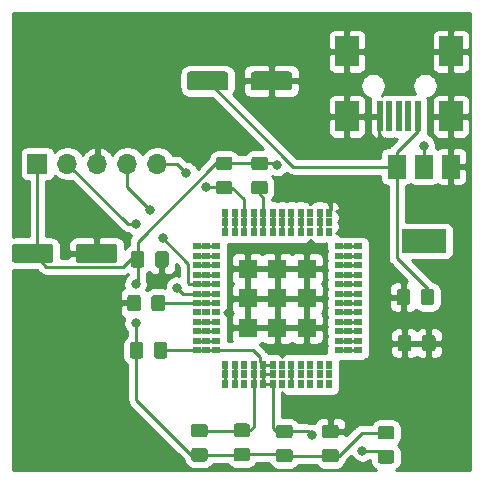
<source format=gbr>
G04 #@! TF.GenerationSoftware,KiCad,Pcbnew,5.1.5-52549c5~84~ubuntu18.04.1*
G04 #@! TF.CreationDate,2020-02-05T12:35:19+01:00*
G04 #@! TF.ProjectId,Lab1,4c616231-2e6b-4696-9361-645f70636258,rev?*
G04 #@! TF.SameCoordinates,Original*
G04 #@! TF.FileFunction,Copper,L1,Top*
G04 #@! TF.FilePolarity,Positive*
%FSLAX46Y46*%
G04 Gerber Fmt 4.6, Leading zero omitted, Abs format (unit mm)*
G04 Created by KiCad (PCBNEW 5.1.5-52549c5~84~ubuntu18.04.1) date 2020-02-05 12:35:19*
%MOMM*%
%LPD*%
G04 APERTURE LIST*
%ADD10R,0.800000X0.500000*%
%ADD11R,0.500000X0.800000*%
%ADD12R,1.600000X1.600000*%
%ADD13C,0.100000*%
%ADD14R,1.700000X1.700000*%
%ADD15O,1.700000X1.700000*%
%ADD16R,2.000000X2.500000*%
%ADD17R,0.500000X2.500000*%
%ADD18R,3.800000X2.000000*%
%ADD19R,1.500000X2.000000*%
%ADD20C,0.800000*%
%ADD21C,0.250000*%
%ADD22C,0.254000*%
G04 APERTURE END LIST*
D10*
X150200000Y-138200000D03*
X150200000Y-137400000D03*
X150200000Y-136600000D03*
X150200000Y-135800000D03*
X150200000Y-135000000D03*
X150200000Y-134200000D03*
X150200000Y-133400000D03*
X150200000Y-132600000D03*
X150200000Y-131800000D03*
X150200000Y-131000000D03*
X150200000Y-130200000D03*
X150200000Y-129400000D03*
D11*
X152600000Y-126550000D03*
X153400000Y-126550000D03*
X154200000Y-126550000D03*
X155000000Y-126550000D03*
X155800000Y-126550000D03*
X156600000Y-126550000D03*
X157400000Y-126550000D03*
X158200000Y-126550000D03*
X159000000Y-126550000D03*
X159800000Y-126550000D03*
X160600000Y-126550000D03*
X161400000Y-126550000D03*
D10*
X163800000Y-129400000D03*
X163800000Y-130200000D03*
X163800000Y-131000000D03*
X163800000Y-131800000D03*
X163800000Y-132600000D03*
X163800000Y-133400000D03*
X163800000Y-134200000D03*
X163800000Y-135000000D03*
X163800000Y-135800000D03*
X163800000Y-136600000D03*
X163800000Y-137400000D03*
X163800000Y-138200000D03*
D11*
X161400000Y-141050000D03*
X160600000Y-141050000D03*
X159800000Y-141050000D03*
X159000000Y-141050000D03*
X158200000Y-141050000D03*
X157400000Y-141050000D03*
X156600000Y-141050000D03*
X155800000Y-141050000D03*
X155000000Y-141050000D03*
X154200000Y-141050000D03*
X153400000Y-141050000D03*
X152600000Y-141050000D03*
X152600000Y-140250000D03*
X153400000Y-140250000D03*
X154200000Y-140250000D03*
X155000000Y-140250000D03*
X155800000Y-140250000D03*
X156600000Y-140250000D03*
X157400000Y-140250000D03*
X158200000Y-140250000D03*
X159000000Y-140250000D03*
X159800000Y-140250000D03*
X160600000Y-140250000D03*
X161400000Y-140250000D03*
D10*
X163000000Y-138200000D03*
X163000000Y-137400000D03*
X163000000Y-136600000D03*
X163000000Y-135800000D03*
X163000000Y-135000000D03*
X163000000Y-134200000D03*
X163000000Y-133400000D03*
X163000000Y-132600000D03*
X163000000Y-131800000D03*
X163000000Y-131000000D03*
X163000000Y-130200000D03*
X151000000Y-138200000D03*
X151000000Y-137400000D03*
X151000000Y-136600000D03*
X151000000Y-135800000D03*
X151000000Y-135000000D03*
X151000000Y-134200000D03*
X151000000Y-133400000D03*
X151000000Y-132600000D03*
X151000000Y-131800000D03*
X151000000Y-131000000D03*
X151000000Y-130200000D03*
X151000000Y-129400000D03*
D11*
X152600000Y-127350000D03*
X153400000Y-127350000D03*
X154200000Y-127350000D03*
X155000000Y-127350000D03*
X155800000Y-127350000D03*
X156600000Y-127350000D03*
X157400000Y-127350000D03*
X158200000Y-127350000D03*
X159000000Y-127350000D03*
X159800000Y-127350000D03*
X160600000Y-127350000D03*
X161400000Y-127350000D03*
D10*
X163000000Y-129400000D03*
D12*
X159500000Y-131300000D03*
X159500000Y-133800000D03*
X159500000Y-136300000D03*
X157000000Y-131300000D03*
X157000000Y-133800000D03*
X157000000Y-136300000D03*
X154500000Y-131300000D03*
X154500000Y-133800000D03*
X154500000Y-136300000D03*
D10*
X151800000Y-138200000D03*
X151800000Y-137400000D03*
X151800000Y-136600000D03*
X151800000Y-135800000D03*
X151800000Y-135000000D03*
X151800000Y-134200000D03*
X151800000Y-133400000D03*
D11*
X152600000Y-139450000D03*
X153400000Y-139450000D03*
X154200000Y-139450000D03*
X155000000Y-139450000D03*
X155800000Y-139450000D03*
X156600000Y-139450000D03*
X157400000Y-139450000D03*
X158200000Y-139450000D03*
X159000000Y-139450000D03*
X159800000Y-139450000D03*
X160600000Y-139450000D03*
X159800000Y-128150000D03*
X159000000Y-128150000D03*
X158200000Y-128150000D03*
X157400000Y-128150000D03*
X156600000Y-128150000D03*
X155800000Y-128150000D03*
X155000000Y-128150000D03*
X154200000Y-128150000D03*
X153400000Y-128150000D03*
X152600000Y-128150000D03*
D10*
X151800000Y-129400000D03*
X151800000Y-131000000D03*
X151800000Y-131800000D03*
X151800000Y-132600000D03*
D11*
X161400000Y-139450000D03*
D10*
X162200000Y-138200000D03*
X162200000Y-137400000D03*
X162200000Y-136600000D03*
X162200000Y-135800000D03*
X162200000Y-135000000D03*
X162200000Y-134200000D03*
X162200000Y-133400000D03*
X162200000Y-132600000D03*
X162200000Y-131800000D03*
X162200000Y-131000000D03*
X162200000Y-130200000D03*
X162200000Y-129400000D03*
D11*
X161400000Y-128150000D03*
X160600000Y-128150000D03*
D10*
X151800000Y-130200000D03*
G04 #@! TA.AperFunction,SMDPad,CuDef*
D13*
G36*
X154474505Y-144401204D02*
G01*
X154498773Y-144404804D01*
X154522572Y-144410765D01*
X154545671Y-144419030D01*
X154567850Y-144429520D01*
X154588893Y-144442132D01*
X154608599Y-144456747D01*
X154626777Y-144473223D01*
X154643253Y-144491401D01*
X154657868Y-144511107D01*
X154670480Y-144532150D01*
X154680970Y-144554329D01*
X154689235Y-144577428D01*
X154695196Y-144601227D01*
X154698796Y-144625495D01*
X154700000Y-144649999D01*
X154700000Y-145300001D01*
X154698796Y-145324505D01*
X154695196Y-145348773D01*
X154689235Y-145372572D01*
X154680970Y-145395671D01*
X154670480Y-145417850D01*
X154657868Y-145438893D01*
X154643253Y-145458599D01*
X154626777Y-145476777D01*
X154608599Y-145493253D01*
X154588893Y-145507868D01*
X154567850Y-145520480D01*
X154545671Y-145530970D01*
X154522572Y-145539235D01*
X154498773Y-145545196D01*
X154474505Y-145548796D01*
X154450001Y-145550000D01*
X153549999Y-145550000D01*
X153525495Y-145548796D01*
X153501227Y-145545196D01*
X153477428Y-145539235D01*
X153454329Y-145530970D01*
X153432150Y-145520480D01*
X153411107Y-145507868D01*
X153391401Y-145493253D01*
X153373223Y-145476777D01*
X153356747Y-145458599D01*
X153342132Y-145438893D01*
X153329520Y-145417850D01*
X153319030Y-145395671D01*
X153310765Y-145372572D01*
X153304804Y-145348773D01*
X153301204Y-145324505D01*
X153300000Y-145300001D01*
X153300000Y-144649999D01*
X153301204Y-144625495D01*
X153304804Y-144601227D01*
X153310765Y-144577428D01*
X153319030Y-144554329D01*
X153329520Y-144532150D01*
X153342132Y-144511107D01*
X153356747Y-144491401D01*
X153373223Y-144473223D01*
X153391401Y-144456747D01*
X153411107Y-144442132D01*
X153432150Y-144429520D01*
X153454329Y-144419030D01*
X153477428Y-144410765D01*
X153501227Y-144404804D01*
X153525495Y-144401204D01*
X153549999Y-144400000D01*
X154450001Y-144400000D01*
X154474505Y-144401204D01*
G37*
G04 #@! TD.AperFunction*
G04 #@! TA.AperFunction,SMDPad,CuDef*
G36*
X154474505Y-146451204D02*
G01*
X154498773Y-146454804D01*
X154522572Y-146460765D01*
X154545671Y-146469030D01*
X154567850Y-146479520D01*
X154588893Y-146492132D01*
X154608599Y-146506747D01*
X154626777Y-146523223D01*
X154643253Y-146541401D01*
X154657868Y-146561107D01*
X154670480Y-146582150D01*
X154680970Y-146604329D01*
X154689235Y-146627428D01*
X154695196Y-146651227D01*
X154698796Y-146675495D01*
X154700000Y-146699999D01*
X154700000Y-147350001D01*
X154698796Y-147374505D01*
X154695196Y-147398773D01*
X154689235Y-147422572D01*
X154680970Y-147445671D01*
X154670480Y-147467850D01*
X154657868Y-147488893D01*
X154643253Y-147508599D01*
X154626777Y-147526777D01*
X154608599Y-147543253D01*
X154588893Y-147557868D01*
X154567850Y-147570480D01*
X154545671Y-147580970D01*
X154522572Y-147589235D01*
X154498773Y-147595196D01*
X154474505Y-147598796D01*
X154450001Y-147600000D01*
X153549999Y-147600000D01*
X153525495Y-147598796D01*
X153501227Y-147595196D01*
X153477428Y-147589235D01*
X153454329Y-147580970D01*
X153432150Y-147570480D01*
X153411107Y-147557868D01*
X153391401Y-147543253D01*
X153373223Y-147526777D01*
X153356747Y-147508599D01*
X153342132Y-147488893D01*
X153329520Y-147467850D01*
X153319030Y-147445671D01*
X153310765Y-147422572D01*
X153304804Y-147398773D01*
X153301204Y-147374505D01*
X153300000Y-147350001D01*
X153300000Y-146699999D01*
X153301204Y-146675495D01*
X153304804Y-146651227D01*
X153310765Y-146627428D01*
X153319030Y-146604329D01*
X153329520Y-146582150D01*
X153342132Y-146561107D01*
X153356747Y-146541401D01*
X153373223Y-146523223D01*
X153391401Y-146506747D01*
X153411107Y-146492132D01*
X153432150Y-146479520D01*
X153454329Y-146469030D01*
X153477428Y-146460765D01*
X153501227Y-146454804D01*
X153525495Y-146451204D01*
X153549999Y-146450000D01*
X154450001Y-146450000D01*
X154474505Y-146451204D01*
G37*
G04 #@! TD.AperFunction*
G04 #@! TA.AperFunction,SMDPad,CuDef*
G36*
X150874505Y-146476204D02*
G01*
X150898773Y-146479804D01*
X150922572Y-146485765D01*
X150945671Y-146494030D01*
X150967850Y-146504520D01*
X150988893Y-146517132D01*
X151008599Y-146531747D01*
X151026777Y-146548223D01*
X151043253Y-146566401D01*
X151057868Y-146586107D01*
X151070480Y-146607150D01*
X151080970Y-146629329D01*
X151089235Y-146652428D01*
X151095196Y-146676227D01*
X151098796Y-146700495D01*
X151100000Y-146724999D01*
X151100000Y-147375001D01*
X151098796Y-147399505D01*
X151095196Y-147423773D01*
X151089235Y-147447572D01*
X151080970Y-147470671D01*
X151070480Y-147492850D01*
X151057868Y-147513893D01*
X151043253Y-147533599D01*
X151026777Y-147551777D01*
X151008599Y-147568253D01*
X150988893Y-147582868D01*
X150967850Y-147595480D01*
X150945671Y-147605970D01*
X150922572Y-147614235D01*
X150898773Y-147620196D01*
X150874505Y-147623796D01*
X150850001Y-147625000D01*
X149949999Y-147625000D01*
X149925495Y-147623796D01*
X149901227Y-147620196D01*
X149877428Y-147614235D01*
X149854329Y-147605970D01*
X149832150Y-147595480D01*
X149811107Y-147582868D01*
X149791401Y-147568253D01*
X149773223Y-147551777D01*
X149756747Y-147533599D01*
X149742132Y-147513893D01*
X149729520Y-147492850D01*
X149719030Y-147470671D01*
X149710765Y-147447572D01*
X149704804Y-147423773D01*
X149701204Y-147399505D01*
X149700000Y-147375001D01*
X149700000Y-146724999D01*
X149701204Y-146700495D01*
X149704804Y-146676227D01*
X149710765Y-146652428D01*
X149719030Y-146629329D01*
X149729520Y-146607150D01*
X149742132Y-146586107D01*
X149756747Y-146566401D01*
X149773223Y-146548223D01*
X149791401Y-146531747D01*
X149811107Y-146517132D01*
X149832150Y-146504520D01*
X149854329Y-146494030D01*
X149877428Y-146485765D01*
X149901227Y-146479804D01*
X149925495Y-146476204D01*
X149949999Y-146475000D01*
X150850001Y-146475000D01*
X150874505Y-146476204D01*
G37*
G04 #@! TD.AperFunction*
G04 #@! TA.AperFunction,SMDPad,CuDef*
G36*
X150874505Y-144426204D02*
G01*
X150898773Y-144429804D01*
X150922572Y-144435765D01*
X150945671Y-144444030D01*
X150967850Y-144454520D01*
X150988893Y-144467132D01*
X151008599Y-144481747D01*
X151026777Y-144498223D01*
X151043253Y-144516401D01*
X151057868Y-144536107D01*
X151070480Y-144557150D01*
X151080970Y-144579329D01*
X151089235Y-144602428D01*
X151095196Y-144626227D01*
X151098796Y-144650495D01*
X151100000Y-144674999D01*
X151100000Y-145325001D01*
X151098796Y-145349505D01*
X151095196Y-145373773D01*
X151089235Y-145397572D01*
X151080970Y-145420671D01*
X151070480Y-145442850D01*
X151057868Y-145463893D01*
X151043253Y-145483599D01*
X151026777Y-145501777D01*
X151008599Y-145518253D01*
X150988893Y-145532868D01*
X150967850Y-145545480D01*
X150945671Y-145555970D01*
X150922572Y-145564235D01*
X150898773Y-145570196D01*
X150874505Y-145573796D01*
X150850001Y-145575000D01*
X149949999Y-145575000D01*
X149925495Y-145573796D01*
X149901227Y-145570196D01*
X149877428Y-145564235D01*
X149854329Y-145555970D01*
X149832150Y-145545480D01*
X149811107Y-145532868D01*
X149791401Y-145518253D01*
X149773223Y-145501777D01*
X149756747Y-145483599D01*
X149742132Y-145463893D01*
X149729520Y-145442850D01*
X149719030Y-145420671D01*
X149710765Y-145397572D01*
X149704804Y-145373773D01*
X149701204Y-145349505D01*
X149700000Y-145325001D01*
X149700000Y-144674999D01*
X149701204Y-144650495D01*
X149704804Y-144626227D01*
X149710765Y-144602428D01*
X149719030Y-144579329D01*
X149729520Y-144557150D01*
X149742132Y-144536107D01*
X149756747Y-144516401D01*
X149773223Y-144498223D01*
X149791401Y-144481747D01*
X149811107Y-144467132D01*
X149832150Y-144454520D01*
X149854329Y-144444030D01*
X149877428Y-144435765D01*
X149901227Y-144429804D01*
X149925495Y-144426204D01*
X149949999Y-144425000D01*
X150850001Y-144425000D01*
X150874505Y-144426204D01*
G37*
G04 #@! TD.AperFunction*
G04 #@! TA.AperFunction,SMDPad,CuDef*
G36*
X145424505Y-137501204D02*
G01*
X145448773Y-137504804D01*
X145472572Y-137510765D01*
X145495671Y-137519030D01*
X145517850Y-137529520D01*
X145538893Y-137542132D01*
X145558599Y-137556747D01*
X145576777Y-137573223D01*
X145593253Y-137591401D01*
X145607868Y-137611107D01*
X145620480Y-137632150D01*
X145630970Y-137654329D01*
X145639235Y-137677428D01*
X145645196Y-137701227D01*
X145648796Y-137725495D01*
X145650000Y-137749999D01*
X145650000Y-138650001D01*
X145648796Y-138674505D01*
X145645196Y-138698773D01*
X145639235Y-138722572D01*
X145630970Y-138745671D01*
X145620480Y-138767850D01*
X145607868Y-138788893D01*
X145593253Y-138808599D01*
X145576777Y-138826777D01*
X145558599Y-138843253D01*
X145538893Y-138857868D01*
X145517850Y-138870480D01*
X145495671Y-138880970D01*
X145472572Y-138889235D01*
X145448773Y-138895196D01*
X145424505Y-138898796D01*
X145400001Y-138900000D01*
X144749999Y-138900000D01*
X144725495Y-138898796D01*
X144701227Y-138895196D01*
X144677428Y-138889235D01*
X144654329Y-138880970D01*
X144632150Y-138870480D01*
X144611107Y-138857868D01*
X144591401Y-138843253D01*
X144573223Y-138826777D01*
X144556747Y-138808599D01*
X144542132Y-138788893D01*
X144529520Y-138767850D01*
X144519030Y-138745671D01*
X144510765Y-138722572D01*
X144504804Y-138698773D01*
X144501204Y-138674505D01*
X144500000Y-138650001D01*
X144500000Y-137749999D01*
X144501204Y-137725495D01*
X144504804Y-137701227D01*
X144510765Y-137677428D01*
X144519030Y-137654329D01*
X144529520Y-137632150D01*
X144542132Y-137611107D01*
X144556747Y-137591401D01*
X144573223Y-137573223D01*
X144591401Y-137556747D01*
X144611107Y-137542132D01*
X144632150Y-137529520D01*
X144654329Y-137519030D01*
X144677428Y-137510765D01*
X144701227Y-137504804D01*
X144725495Y-137501204D01*
X144749999Y-137500000D01*
X145400001Y-137500000D01*
X145424505Y-137501204D01*
G37*
G04 #@! TD.AperFunction*
G04 #@! TA.AperFunction,SMDPad,CuDef*
G36*
X147474505Y-137501204D02*
G01*
X147498773Y-137504804D01*
X147522572Y-137510765D01*
X147545671Y-137519030D01*
X147567850Y-137529520D01*
X147588893Y-137542132D01*
X147608599Y-137556747D01*
X147626777Y-137573223D01*
X147643253Y-137591401D01*
X147657868Y-137611107D01*
X147670480Y-137632150D01*
X147680970Y-137654329D01*
X147689235Y-137677428D01*
X147695196Y-137701227D01*
X147698796Y-137725495D01*
X147700000Y-137749999D01*
X147700000Y-138650001D01*
X147698796Y-138674505D01*
X147695196Y-138698773D01*
X147689235Y-138722572D01*
X147680970Y-138745671D01*
X147670480Y-138767850D01*
X147657868Y-138788893D01*
X147643253Y-138808599D01*
X147626777Y-138826777D01*
X147608599Y-138843253D01*
X147588893Y-138857868D01*
X147567850Y-138870480D01*
X147545671Y-138880970D01*
X147522572Y-138889235D01*
X147498773Y-138895196D01*
X147474505Y-138898796D01*
X147450001Y-138900000D01*
X146799999Y-138900000D01*
X146775495Y-138898796D01*
X146751227Y-138895196D01*
X146727428Y-138889235D01*
X146704329Y-138880970D01*
X146682150Y-138870480D01*
X146661107Y-138857868D01*
X146641401Y-138843253D01*
X146623223Y-138826777D01*
X146606747Y-138808599D01*
X146592132Y-138788893D01*
X146579520Y-138767850D01*
X146569030Y-138745671D01*
X146560765Y-138722572D01*
X146554804Y-138698773D01*
X146551204Y-138674505D01*
X146550000Y-138650001D01*
X146550000Y-137749999D01*
X146551204Y-137725495D01*
X146554804Y-137701227D01*
X146560765Y-137677428D01*
X146569030Y-137654329D01*
X146579520Y-137632150D01*
X146592132Y-137611107D01*
X146606747Y-137591401D01*
X146623223Y-137573223D01*
X146641401Y-137556747D01*
X146661107Y-137542132D01*
X146682150Y-137529520D01*
X146704329Y-137519030D01*
X146727428Y-137510765D01*
X146751227Y-137504804D01*
X146775495Y-137501204D01*
X146799999Y-137500000D01*
X147450001Y-137500000D01*
X147474505Y-137501204D01*
G37*
G04 #@! TD.AperFunction*
G04 #@! TA.AperFunction,SMDPad,CuDef*
G36*
X158074505Y-144501204D02*
G01*
X158098773Y-144504804D01*
X158122572Y-144510765D01*
X158145671Y-144519030D01*
X158167850Y-144529520D01*
X158188893Y-144542132D01*
X158208599Y-144556747D01*
X158226777Y-144573223D01*
X158243253Y-144591401D01*
X158257868Y-144611107D01*
X158270480Y-144632150D01*
X158280970Y-144654329D01*
X158289235Y-144677428D01*
X158295196Y-144701227D01*
X158298796Y-144725495D01*
X158300000Y-144749999D01*
X158300000Y-145400001D01*
X158298796Y-145424505D01*
X158295196Y-145448773D01*
X158289235Y-145472572D01*
X158280970Y-145495671D01*
X158270480Y-145517850D01*
X158257868Y-145538893D01*
X158243253Y-145558599D01*
X158226777Y-145576777D01*
X158208599Y-145593253D01*
X158188893Y-145607868D01*
X158167850Y-145620480D01*
X158145671Y-145630970D01*
X158122572Y-145639235D01*
X158098773Y-145645196D01*
X158074505Y-145648796D01*
X158050001Y-145650000D01*
X157149999Y-145650000D01*
X157125495Y-145648796D01*
X157101227Y-145645196D01*
X157077428Y-145639235D01*
X157054329Y-145630970D01*
X157032150Y-145620480D01*
X157011107Y-145607868D01*
X156991401Y-145593253D01*
X156973223Y-145576777D01*
X156956747Y-145558599D01*
X156942132Y-145538893D01*
X156929520Y-145517850D01*
X156919030Y-145495671D01*
X156910765Y-145472572D01*
X156904804Y-145448773D01*
X156901204Y-145424505D01*
X156900000Y-145400001D01*
X156900000Y-144749999D01*
X156901204Y-144725495D01*
X156904804Y-144701227D01*
X156910765Y-144677428D01*
X156919030Y-144654329D01*
X156929520Y-144632150D01*
X156942132Y-144611107D01*
X156956747Y-144591401D01*
X156973223Y-144573223D01*
X156991401Y-144556747D01*
X157011107Y-144542132D01*
X157032150Y-144529520D01*
X157054329Y-144519030D01*
X157077428Y-144510765D01*
X157101227Y-144504804D01*
X157125495Y-144501204D01*
X157149999Y-144500000D01*
X158050001Y-144500000D01*
X158074505Y-144501204D01*
G37*
G04 #@! TD.AperFunction*
G04 #@! TA.AperFunction,SMDPad,CuDef*
G36*
X158074505Y-146551204D02*
G01*
X158098773Y-146554804D01*
X158122572Y-146560765D01*
X158145671Y-146569030D01*
X158167850Y-146579520D01*
X158188893Y-146592132D01*
X158208599Y-146606747D01*
X158226777Y-146623223D01*
X158243253Y-146641401D01*
X158257868Y-146661107D01*
X158270480Y-146682150D01*
X158280970Y-146704329D01*
X158289235Y-146727428D01*
X158295196Y-146751227D01*
X158298796Y-146775495D01*
X158300000Y-146799999D01*
X158300000Y-147450001D01*
X158298796Y-147474505D01*
X158295196Y-147498773D01*
X158289235Y-147522572D01*
X158280970Y-147545671D01*
X158270480Y-147567850D01*
X158257868Y-147588893D01*
X158243253Y-147608599D01*
X158226777Y-147626777D01*
X158208599Y-147643253D01*
X158188893Y-147657868D01*
X158167850Y-147670480D01*
X158145671Y-147680970D01*
X158122572Y-147689235D01*
X158098773Y-147695196D01*
X158074505Y-147698796D01*
X158050001Y-147700000D01*
X157149999Y-147700000D01*
X157125495Y-147698796D01*
X157101227Y-147695196D01*
X157077428Y-147689235D01*
X157054329Y-147680970D01*
X157032150Y-147670480D01*
X157011107Y-147657868D01*
X156991401Y-147643253D01*
X156973223Y-147626777D01*
X156956747Y-147608599D01*
X156942132Y-147588893D01*
X156929520Y-147567850D01*
X156919030Y-147545671D01*
X156910765Y-147522572D01*
X156904804Y-147498773D01*
X156901204Y-147474505D01*
X156900000Y-147450001D01*
X156900000Y-146799999D01*
X156901204Y-146775495D01*
X156904804Y-146751227D01*
X156910765Y-146727428D01*
X156919030Y-146704329D01*
X156929520Y-146682150D01*
X156942132Y-146661107D01*
X156956747Y-146641401D01*
X156973223Y-146623223D01*
X156991401Y-146606747D01*
X157011107Y-146592132D01*
X157032150Y-146579520D01*
X157054329Y-146569030D01*
X157077428Y-146560765D01*
X157101227Y-146554804D01*
X157125495Y-146551204D01*
X157149999Y-146550000D01*
X158050001Y-146550000D01*
X158074505Y-146551204D01*
G37*
G04 #@! TD.AperFunction*
G04 #@! TA.AperFunction,SMDPad,CuDef*
G36*
X166674505Y-144601204D02*
G01*
X166698773Y-144604804D01*
X166722572Y-144610765D01*
X166745671Y-144619030D01*
X166767850Y-144629520D01*
X166788893Y-144642132D01*
X166808599Y-144656747D01*
X166826777Y-144673223D01*
X166843253Y-144691401D01*
X166857868Y-144711107D01*
X166870480Y-144732150D01*
X166880970Y-144754329D01*
X166889235Y-144777428D01*
X166895196Y-144801227D01*
X166898796Y-144825495D01*
X166900000Y-144849999D01*
X166900000Y-145500001D01*
X166898796Y-145524505D01*
X166895196Y-145548773D01*
X166889235Y-145572572D01*
X166880970Y-145595671D01*
X166870480Y-145617850D01*
X166857868Y-145638893D01*
X166843253Y-145658599D01*
X166826777Y-145676777D01*
X166808599Y-145693253D01*
X166788893Y-145707868D01*
X166767850Y-145720480D01*
X166745671Y-145730970D01*
X166722572Y-145739235D01*
X166698773Y-145745196D01*
X166674505Y-145748796D01*
X166650001Y-145750000D01*
X165749999Y-145750000D01*
X165725495Y-145748796D01*
X165701227Y-145745196D01*
X165677428Y-145739235D01*
X165654329Y-145730970D01*
X165632150Y-145720480D01*
X165611107Y-145707868D01*
X165591401Y-145693253D01*
X165573223Y-145676777D01*
X165556747Y-145658599D01*
X165542132Y-145638893D01*
X165529520Y-145617850D01*
X165519030Y-145595671D01*
X165510765Y-145572572D01*
X165504804Y-145548773D01*
X165501204Y-145524505D01*
X165500000Y-145500001D01*
X165500000Y-144849999D01*
X165501204Y-144825495D01*
X165504804Y-144801227D01*
X165510765Y-144777428D01*
X165519030Y-144754329D01*
X165529520Y-144732150D01*
X165542132Y-144711107D01*
X165556747Y-144691401D01*
X165573223Y-144673223D01*
X165591401Y-144656747D01*
X165611107Y-144642132D01*
X165632150Y-144629520D01*
X165654329Y-144619030D01*
X165677428Y-144610765D01*
X165701227Y-144604804D01*
X165725495Y-144601204D01*
X165749999Y-144600000D01*
X166650001Y-144600000D01*
X166674505Y-144601204D01*
G37*
G04 #@! TD.AperFunction*
G04 #@! TA.AperFunction,SMDPad,CuDef*
G36*
X166674505Y-146651204D02*
G01*
X166698773Y-146654804D01*
X166722572Y-146660765D01*
X166745671Y-146669030D01*
X166767850Y-146679520D01*
X166788893Y-146692132D01*
X166808599Y-146706747D01*
X166826777Y-146723223D01*
X166843253Y-146741401D01*
X166857868Y-146761107D01*
X166870480Y-146782150D01*
X166880970Y-146804329D01*
X166889235Y-146827428D01*
X166895196Y-146851227D01*
X166898796Y-146875495D01*
X166900000Y-146899999D01*
X166900000Y-147550001D01*
X166898796Y-147574505D01*
X166895196Y-147598773D01*
X166889235Y-147622572D01*
X166880970Y-147645671D01*
X166870480Y-147667850D01*
X166857868Y-147688893D01*
X166843253Y-147708599D01*
X166826777Y-147726777D01*
X166808599Y-147743253D01*
X166788893Y-147757868D01*
X166767850Y-147770480D01*
X166745671Y-147780970D01*
X166722572Y-147789235D01*
X166698773Y-147795196D01*
X166674505Y-147798796D01*
X166650001Y-147800000D01*
X165749999Y-147800000D01*
X165725495Y-147798796D01*
X165701227Y-147795196D01*
X165677428Y-147789235D01*
X165654329Y-147780970D01*
X165632150Y-147770480D01*
X165611107Y-147757868D01*
X165591401Y-147743253D01*
X165573223Y-147726777D01*
X165556747Y-147708599D01*
X165542132Y-147688893D01*
X165529520Y-147667850D01*
X165519030Y-147645671D01*
X165510765Y-147622572D01*
X165504804Y-147598773D01*
X165501204Y-147574505D01*
X165500000Y-147550001D01*
X165500000Y-146899999D01*
X165501204Y-146875495D01*
X165504804Y-146851227D01*
X165510765Y-146827428D01*
X165519030Y-146804329D01*
X165529520Y-146782150D01*
X165542132Y-146761107D01*
X165556747Y-146741401D01*
X165573223Y-146723223D01*
X165591401Y-146706747D01*
X165611107Y-146692132D01*
X165632150Y-146679520D01*
X165654329Y-146669030D01*
X165677428Y-146660765D01*
X165701227Y-146654804D01*
X165725495Y-146651204D01*
X165749999Y-146650000D01*
X166650001Y-146650000D01*
X166674505Y-146651204D01*
G37*
G04 #@! TD.AperFunction*
G04 #@! TA.AperFunction,SMDPad,CuDef*
G36*
X155974505Y-123851204D02*
G01*
X155998773Y-123854804D01*
X156022572Y-123860765D01*
X156045671Y-123869030D01*
X156067850Y-123879520D01*
X156088893Y-123892132D01*
X156108599Y-123906747D01*
X156126777Y-123923223D01*
X156143253Y-123941401D01*
X156157868Y-123961107D01*
X156170480Y-123982150D01*
X156180970Y-124004329D01*
X156189235Y-124027428D01*
X156195196Y-124051227D01*
X156198796Y-124075495D01*
X156200000Y-124099999D01*
X156200000Y-124750001D01*
X156198796Y-124774505D01*
X156195196Y-124798773D01*
X156189235Y-124822572D01*
X156180970Y-124845671D01*
X156170480Y-124867850D01*
X156157868Y-124888893D01*
X156143253Y-124908599D01*
X156126777Y-124926777D01*
X156108599Y-124943253D01*
X156088893Y-124957868D01*
X156067850Y-124970480D01*
X156045671Y-124980970D01*
X156022572Y-124989235D01*
X155998773Y-124995196D01*
X155974505Y-124998796D01*
X155950001Y-125000000D01*
X155049999Y-125000000D01*
X155025495Y-124998796D01*
X155001227Y-124995196D01*
X154977428Y-124989235D01*
X154954329Y-124980970D01*
X154932150Y-124970480D01*
X154911107Y-124957868D01*
X154891401Y-124943253D01*
X154873223Y-124926777D01*
X154856747Y-124908599D01*
X154842132Y-124888893D01*
X154829520Y-124867850D01*
X154819030Y-124845671D01*
X154810765Y-124822572D01*
X154804804Y-124798773D01*
X154801204Y-124774505D01*
X154800000Y-124750001D01*
X154800000Y-124099999D01*
X154801204Y-124075495D01*
X154804804Y-124051227D01*
X154810765Y-124027428D01*
X154819030Y-124004329D01*
X154829520Y-123982150D01*
X154842132Y-123961107D01*
X154856747Y-123941401D01*
X154873223Y-123923223D01*
X154891401Y-123906747D01*
X154911107Y-123892132D01*
X154932150Y-123879520D01*
X154954329Y-123869030D01*
X154977428Y-123860765D01*
X155001227Y-123854804D01*
X155025495Y-123851204D01*
X155049999Y-123850000D01*
X155950001Y-123850000D01*
X155974505Y-123851204D01*
G37*
G04 #@! TD.AperFunction*
G04 #@! TA.AperFunction,SMDPad,CuDef*
G36*
X155974505Y-121801204D02*
G01*
X155998773Y-121804804D01*
X156022572Y-121810765D01*
X156045671Y-121819030D01*
X156067850Y-121829520D01*
X156088893Y-121842132D01*
X156108599Y-121856747D01*
X156126777Y-121873223D01*
X156143253Y-121891401D01*
X156157868Y-121911107D01*
X156170480Y-121932150D01*
X156180970Y-121954329D01*
X156189235Y-121977428D01*
X156195196Y-122001227D01*
X156198796Y-122025495D01*
X156200000Y-122049999D01*
X156200000Y-122700001D01*
X156198796Y-122724505D01*
X156195196Y-122748773D01*
X156189235Y-122772572D01*
X156180970Y-122795671D01*
X156170480Y-122817850D01*
X156157868Y-122838893D01*
X156143253Y-122858599D01*
X156126777Y-122876777D01*
X156108599Y-122893253D01*
X156088893Y-122907868D01*
X156067850Y-122920480D01*
X156045671Y-122930970D01*
X156022572Y-122939235D01*
X155998773Y-122945196D01*
X155974505Y-122948796D01*
X155950001Y-122950000D01*
X155049999Y-122950000D01*
X155025495Y-122948796D01*
X155001227Y-122945196D01*
X154977428Y-122939235D01*
X154954329Y-122930970D01*
X154932150Y-122920480D01*
X154911107Y-122907868D01*
X154891401Y-122893253D01*
X154873223Y-122876777D01*
X154856747Y-122858599D01*
X154842132Y-122838893D01*
X154829520Y-122817850D01*
X154819030Y-122795671D01*
X154810765Y-122772572D01*
X154804804Y-122748773D01*
X154801204Y-122724505D01*
X154800000Y-122700001D01*
X154800000Y-122049999D01*
X154801204Y-122025495D01*
X154804804Y-122001227D01*
X154810765Y-121977428D01*
X154819030Y-121954329D01*
X154829520Y-121932150D01*
X154842132Y-121911107D01*
X154856747Y-121891401D01*
X154873223Y-121873223D01*
X154891401Y-121856747D01*
X154911107Y-121842132D01*
X154932150Y-121829520D01*
X154954329Y-121819030D01*
X154977428Y-121810765D01*
X155001227Y-121804804D01*
X155025495Y-121801204D01*
X155049999Y-121800000D01*
X155950001Y-121800000D01*
X155974505Y-121801204D01*
G37*
G04 #@! TD.AperFunction*
G04 #@! TA.AperFunction,SMDPad,CuDef*
G36*
X168024505Y-133001204D02*
G01*
X168048773Y-133004804D01*
X168072572Y-133010765D01*
X168095671Y-133019030D01*
X168117850Y-133029520D01*
X168138893Y-133042132D01*
X168158599Y-133056747D01*
X168176777Y-133073223D01*
X168193253Y-133091401D01*
X168207868Y-133111107D01*
X168220480Y-133132150D01*
X168230970Y-133154329D01*
X168239235Y-133177428D01*
X168245196Y-133201227D01*
X168248796Y-133225495D01*
X168250000Y-133249999D01*
X168250000Y-134150001D01*
X168248796Y-134174505D01*
X168245196Y-134198773D01*
X168239235Y-134222572D01*
X168230970Y-134245671D01*
X168220480Y-134267850D01*
X168207868Y-134288893D01*
X168193253Y-134308599D01*
X168176777Y-134326777D01*
X168158599Y-134343253D01*
X168138893Y-134357868D01*
X168117850Y-134370480D01*
X168095671Y-134380970D01*
X168072572Y-134389235D01*
X168048773Y-134395196D01*
X168024505Y-134398796D01*
X168000001Y-134400000D01*
X167349999Y-134400000D01*
X167325495Y-134398796D01*
X167301227Y-134395196D01*
X167277428Y-134389235D01*
X167254329Y-134380970D01*
X167232150Y-134370480D01*
X167211107Y-134357868D01*
X167191401Y-134343253D01*
X167173223Y-134326777D01*
X167156747Y-134308599D01*
X167142132Y-134288893D01*
X167129520Y-134267850D01*
X167119030Y-134245671D01*
X167110765Y-134222572D01*
X167104804Y-134198773D01*
X167101204Y-134174505D01*
X167100000Y-134150001D01*
X167100000Y-133249999D01*
X167101204Y-133225495D01*
X167104804Y-133201227D01*
X167110765Y-133177428D01*
X167119030Y-133154329D01*
X167129520Y-133132150D01*
X167142132Y-133111107D01*
X167156747Y-133091401D01*
X167173223Y-133073223D01*
X167191401Y-133056747D01*
X167211107Y-133042132D01*
X167232150Y-133029520D01*
X167254329Y-133019030D01*
X167277428Y-133010765D01*
X167301227Y-133004804D01*
X167325495Y-133001204D01*
X167349999Y-133000000D01*
X168000001Y-133000000D01*
X168024505Y-133001204D01*
G37*
G04 #@! TD.AperFunction*
G04 #@! TA.AperFunction,SMDPad,CuDef*
G36*
X170074505Y-133001204D02*
G01*
X170098773Y-133004804D01*
X170122572Y-133010765D01*
X170145671Y-133019030D01*
X170167850Y-133029520D01*
X170188893Y-133042132D01*
X170208599Y-133056747D01*
X170226777Y-133073223D01*
X170243253Y-133091401D01*
X170257868Y-133111107D01*
X170270480Y-133132150D01*
X170280970Y-133154329D01*
X170289235Y-133177428D01*
X170295196Y-133201227D01*
X170298796Y-133225495D01*
X170300000Y-133249999D01*
X170300000Y-134150001D01*
X170298796Y-134174505D01*
X170295196Y-134198773D01*
X170289235Y-134222572D01*
X170280970Y-134245671D01*
X170270480Y-134267850D01*
X170257868Y-134288893D01*
X170243253Y-134308599D01*
X170226777Y-134326777D01*
X170208599Y-134343253D01*
X170188893Y-134357868D01*
X170167850Y-134370480D01*
X170145671Y-134380970D01*
X170122572Y-134389235D01*
X170098773Y-134395196D01*
X170074505Y-134398796D01*
X170050001Y-134400000D01*
X169399999Y-134400000D01*
X169375495Y-134398796D01*
X169351227Y-134395196D01*
X169327428Y-134389235D01*
X169304329Y-134380970D01*
X169282150Y-134370480D01*
X169261107Y-134357868D01*
X169241401Y-134343253D01*
X169223223Y-134326777D01*
X169206747Y-134308599D01*
X169192132Y-134288893D01*
X169179520Y-134267850D01*
X169169030Y-134245671D01*
X169160765Y-134222572D01*
X169154804Y-134198773D01*
X169151204Y-134174505D01*
X169150000Y-134150001D01*
X169150000Y-133249999D01*
X169151204Y-133225495D01*
X169154804Y-133201227D01*
X169160765Y-133177428D01*
X169169030Y-133154329D01*
X169179520Y-133132150D01*
X169192132Y-133111107D01*
X169206747Y-133091401D01*
X169223223Y-133073223D01*
X169241401Y-133056747D01*
X169261107Y-133042132D01*
X169282150Y-133029520D01*
X169304329Y-133019030D01*
X169327428Y-133010765D01*
X169351227Y-133004804D01*
X169375495Y-133001204D01*
X169399999Y-133000000D01*
X170050001Y-133000000D01*
X170074505Y-133001204D01*
G37*
G04 #@! TD.AperFunction*
G04 #@! TA.AperFunction,SMDPad,CuDef*
G36*
X161974505Y-144501204D02*
G01*
X161998773Y-144504804D01*
X162022572Y-144510765D01*
X162045671Y-144519030D01*
X162067850Y-144529520D01*
X162088893Y-144542132D01*
X162108599Y-144556747D01*
X162126777Y-144573223D01*
X162143253Y-144591401D01*
X162157868Y-144611107D01*
X162170480Y-144632150D01*
X162180970Y-144654329D01*
X162189235Y-144677428D01*
X162195196Y-144701227D01*
X162198796Y-144725495D01*
X162200000Y-144749999D01*
X162200000Y-145400001D01*
X162198796Y-145424505D01*
X162195196Y-145448773D01*
X162189235Y-145472572D01*
X162180970Y-145495671D01*
X162170480Y-145517850D01*
X162157868Y-145538893D01*
X162143253Y-145558599D01*
X162126777Y-145576777D01*
X162108599Y-145593253D01*
X162088893Y-145607868D01*
X162067850Y-145620480D01*
X162045671Y-145630970D01*
X162022572Y-145639235D01*
X161998773Y-145645196D01*
X161974505Y-145648796D01*
X161950001Y-145650000D01*
X161049999Y-145650000D01*
X161025495Y-145648796D01*
X161001227Y-145645196D01*
X160977428Y-145639235D01*
X160954329Y-145630970D01*
X160932150Y-145620480D01*
X160911107Y-145607868D01*
X160891401Y-145593253D01*
X160873223Y-145576777D01*
X160856747Y-145558599D01*
X160842132Y-145538893D01*
X160829520Y-145517850D01*
X160819030Y-145495671D01*
X160810765Y-145472572D01*
X160804804Y-145448773D01*
X160801204Y-145424505D01*
X160800000Y-145400001D01*
X160800000Y-144749999D01*
X160801204Y-144725495D01*
X160804804Y-144701227D01*
X160810765Y-144677428D01*
X160819030Y-144654329D01*
X160829520Y-144632150D01*
X160842132Y-144611107D01*
X160856747Y-144591401D01*
X160873223Y-144573223D01*
X160891401Y-144556747D01*
X160911107Y-144542132D01*
X160932150Y-144529520D01*
X160954329Y-144519030D01*
X160977428Y-144510765D01*
X161001227Y-144504804D01*
X161025495Y-144501204D01*
X161049999Y-144500000D01*
X161950001Y-144500000D01*
X161974505Y-144501204D01*
G37*
G04 #@! TD.AperFunction*
G04 #@! TA.AperFunction,SMDPad,CuDef*
G36*
X161974505Y-146551204D02*
G01*
X161998773Y-146554804D01*
X162022572Y-146560765D01*
X162045671Y-146569030D01*
X162067850Y-146579520D01*
X162088893Y-146592132D01*
X162108599Y-146606747D01*
X162126777Y-146623223D01*
X162143253Y-146641401D01*
X162157868Y-146661107D01*
X162170480Y-146682150D01*
X162180970Y-146704329D01*
X162189235Y-146727428D01*
X162195196Y-146751227D01*
X162198796Y-146775495D01*
X162200000Y-146799999D01*
X162200000Y-147450001D01*
X162198796Y-147474505D01*
X162195196Y-147498773D01*
X162189235Y-147522572D01*
X162180970Y-147545671D01*
X162170480Y-147567850D01*
X162157868Y-147588893D01*
X162143253Y-147608599D01*
X162126777Y-147626777D01*
X162108599Y-147643253D01*
X162088893Y-147657868D01*
X162067850Y-147670480D01*
X162045671Y-147680970D01*
X162022572Y-147689235D01*
X161998773Y-147695196D01*
X161974505Y-147698796D01*
X161950001Y-147700000D01*
X161049999Y-147700000D01*
X161025495Y-147698796D01*
X161001227Y-147695196D01*
X160977428Y-147689235D01*
X160954329Y-147680970D01*
X160932150Y-147670480D01*
X160911107Y-147657868D01*
X160891401Y-147643253D01*
X160873223Y-147626777D01*
X160856747Y-147608599D01*
X160842132Y-147588893D01*
X160829520Y-147567850D01*
X160819030Y-147545671D01*
X160810765Y-147522572D01*
X160804804Y-147498773D01*
X160801204Y-147474505D01*
X160800000Y-147450001D01*
X160800000Y-146799999D01*
X160801204Y-146775495D01*
X160804804Y-146751227D01*
X160810765Y-146727428D01*
X160819030Y-146704329D01*
X160829520Y-146682150D01*
X160842132Y-146661107D01*
X160856747Y-146641401D01*
X160873223Y-146623223D01*
X160891401Y-146606747D01*
X160911107Y-146592132D01*
X160932150Y-146579520D01*
X160954329Y-146569030D01*
X160977428Y-146560765D01*
X161001227Y-146554804D01*
X161025495Y-146551204D01*
X161049999Y-146550000D01*
X161950001Y-146550000D01*
X161974505Y-146551204D01*
G37*
G04 #@! TD.AperFunction*
G04 #@! TA.AperFunction,SMDPad,CuDef*
G36*
X158024504Y-114601204D02*
G01*
X158048773Y-114604804D01*
X158072571Y-114610765D01*
X158095671Y-114619030D01*
X158117849Y-114629520D01*
X158138893Y-114642133D01*
X158158598Y-114656747D01*
X158176777Y-114673223D01*
X158193253Y-114691402D01*
X158207867Y-114711107D01*
X158220480Y-114732151D01*
X158230970Y-114754329D01*
X158239235Y-114777429D01*
X158245196Y-114801227D01*
X158248796Y-114825496D01*
X158250000Y-114850000D01*
X158250000Y-115950000D01*
X158248796Y-115974504D01*
X158245196Y-115998773D01*
X158239235Y-116022571D01*
X158230970Y-116045671D01*
X158220480Y-116067849D01*
X158207867Y-116088893D01*
X158193253Y-116108598D01*
X158176777Y-116126777D01*
X158158598Y-116143253D01*
X158138893Y-116157867D01*
X158117849Y-116170480D01*
X158095671Y-116180970D01*
X158072571Y-116189235D01*
X158048773Y-116195196D01*
X158024504Y-116198796D01*
X158000000Y-116200000D01*
X155000000Y-116200000D01*
X154975496Y-116198796D01*
X154951227Y-116195196D01*
X154927429Y-116189235D01*
X154904329Y-116180970D01*
X154882151Y-116170480D01*
X154861107Y-116157867D01*
X154841402Y-116143253D01*
X154823223Y-116126777D01*
X154806747Y-116108598D01*
X154792133Y-116088893D01*
X154779520Y-116067849D01*
X154769030Y-116045671D01*
X154760765Y-116022571D01*
X154754804Y-115998773D01*
X154751204Y-115974504D01*
X154750000Y-115950000D01*
X154750000Y-114850000D01*
X154751204Y-114825496D01*
X154754804Y-114801227D01*
X154760765Y-114777429D01*
X154769030Y-114754329D01*
X154779520Y-114732151D01*
X154792133Y-114711107D01*
X154806747Y-114691402D01*
X154823223Y-114673223D01*
X154841402Y-114656747D01*
X154861107Y-114642133D01*
X154882151Y-114629520D01*
X154904329Y-114619030D01*
X154927429Y-114610765D01*
X154951227Y-114604804D01*
X154975496Y-114601204D01*
X155000000Y-114600000D01*
X158000000Y-114600000D01*
X158024504Y-114601204D01*
G37*
G04 #@! TD.AperFunction*
G04 #@! TA.AperFunction,SMDPad,CuDef*
G36*
X152624504Y-114601204D02*
G01*
X152648773Y-114604804D01*
X152672571Y-114610765D01*
X152695671Y-114619030D01*
X152717849Y-114629520D01*
X152738893Y-114642133D01*
X152758598Y-114656747D01*
X152776777Y-114673223D01*
X152793253Y-114691402D01*
X152807867Y-114711107D01*
X152820480Y-114732151D01*
X152830970Y-114754329D01*
X152839235Y-114777429D01*
X152845196Y-114801227D01*
X152848796Y-114825496D01*
X152850000Y-114850000D01*
X152850000Y-115950000D01*
X152848796Y-115974504D01*
X152845196Y-115998773D01*
X152839235Y-116022571D01*
X152830970Y-116045671D01*
X152820480Y-116067849D01*
X152807867Y-116088893D01*
X152793253Y-116108598D01*
X152776777Y-116126777D01*
X152758598Y-116143253D01*
X152738893Y-116157867D01*
X152717849Y-116170480D01*
X152695671Y-116180970D01*
X152672571Y-116189235D01*
X152648773Y-116195196D01*
X152624504Y-116198796D01*
X152600000Y-116200000D01*
X149600000Y-116200000D01*
X149575496Y-116198796D01*
X149551227Y-116195196D01*
X149527429Y-116189235D01*
X149504329Y-116180970D01*
X149482151Y-116170480D01*
X149461107Y-116157867D01*
X149441402Y-116143253D01*
X149423223Y-116126777D01*
X149406747Y-116108598D01*
X149392133Y-116088893D01*
X149379520Y-116067849D01*
X149369030Y-116045671D01*
X149360765Y-116022571D01*
X149354804Y-115998773D01*
X149351204Y-115974504D01*
X149350000Y-115950000D01*
X149350000Y-114850000D01*
X149351204Y-114825496D01*
X149354804Y-114801227D01*
X149360765Y-114777429D01*
X149369030Y-114754329D01*
X149379520Y-114732151D01*
X149392133Y-114711107D01*
X149406747Y-114691402D01*
X149423223Y-114673223D01*
X149441402Y-114656747D01*
X149461107Y-114642133D01*
X149482151Y-114629520D01*
X149504329Y-114619030D01*
X149527429Y-114610765D01*
X149551227Y-114604804D01*
X149575496Y-114601204D01*
X149600000Y-114600000D01*
X152600000Y-114600000D01*
X152624504Y-114601204D01*
G37*
G04 #@! TD.AperFunction*
G04 #@! TA.AperFunction,SMDPad,CuDef*
G36*
X137824504Y-129201204D02*
G01*
X137848773Y-129204804D01*
X137872571Y-129210765D01*
X137895671Y-129219030D01*
X137917849Y-129229520D01*
X137938893Y-129242133D01*
X137958598Y-129256747D01*
X137976777Y-129273223D01*
X137993253Y-129291402D01*
X138007867Y-129311107D01*
X138020480Y-129332151D01*
X138030970Y-129354329D01*
X138039235Y-129377429D01*
X138045196Y-129401227D01*
X138048796Y-129425496D01*
X138050000Y-129450000D01*
X138050000Y-130550000D01*
X138048796Y-130574504D01*
X138045196Y-130598773D01*
X138039235Y-130622571D01*
X138030970Y-130645671D01*
X138020480Y-130667849D01*
X138007867Y-130688893D01*
X137993253Y-130708598D01*
X137976777Y-130726777D01*
X137958598Y-130743253D01*
X137938893Y-130757867D01*
X137917849Y-130770480D01*
X137895671Y-130780970D01*
X137872571Y-130789235D01*
X137848773Y-130795196D01*
X137824504Y-130798796D01*
X137800000Y-130800000D01*
X134800000Y-130800000D01*
X134775496Y-130798796D01*
X134751227Y-130795196D01*
X134727429Y-130789235D01*
X134704329Y-130780970D01*
X134682151Y-130770480D01*
X134661107Y-130757867D01*
X134641402Y-130743253D01*
X134623223Y-130726777D01*
X134606747Y-130708598D01*
X134592133Y-130688893D01*
X134579520Y-130667849D01*
X134569030Y-130645671D01*
X134560765Y-130622571D01*
X134554804Y-130598773D01*
X134551204Y-130574504D01*
X134550000Y-130550000D01*
X134550000Y-129450000D01*
X134551204Y-129425496D01*
X134554804Y-129401227D01*
X134560765Y-129377429D01*
X134569030Y-129354329D01*
X134579520Y-129332151D01*
X134592133Y-129311107D01*
X134606747Y-129291402D01*
X134623223Y-129273223D01*
X134641402Y-129256747D01*
X134661107Y-129242133D01*
X134682151Y-129229520D01*
X134704329Y-129219030D01*
X134727429Y-129210765D01*
X134751227Y-129204804D01*
X134775496Y-129201204D01*
X134800000Y-129200000D01*
X137800000Y-129200000D01*
X137824504Y-129201204D01*
G37*
G04 #@! TD.AperFunction*
G04 #@! TA.AperFunction,SMDPad,CuDef*
G36*
X143224504Y-129201204D02*
G01*
X143248773Y-129204804D01*
X143272571Y-129210765D01*
X143295671Y-129219030D01*
X143317849Y-129229520D01*
X143338893Y-129242133D01*
X143358598Y-129256747D01*
X143376777Y-129273223D01*
X143393253Y-129291402D01*
X143407867Y-129311107D01*
X143420480Y-129332151D01*
X143430970Y-129354329D01*
X143439235Y-129377429D01*
X143445196Y-129401227D01*
X143448796Y-129425496D01*
X143450000Y-129450000D01*
X143450000Y-130550000D01*
X143448796Y-130574504D01*
X143445196Y-130598773D01*
X143439235Y-130622571D01*
X143430970Y-130645671D01*
X143420480Y-130667849D01*
X143407867Y-130688893D01*
X143393253Y-130708598D01*
X143376777Y-130726777D01*
X143358598Y-130743253D01*
X143338893Y-130757867D01*
X143317849Y-130770480D01*
X143295671Y-130780970D01*
X143272571Y-130789235D01*
X143248773Y-130795196D01*
X143224504Y-130798796D01*
X143200000Y-130800000D01*
X140200000Y-130800000D01*
X140175496Y-130798796D01*
X140151227Y-130795196D01*
X140127429Y-130789235D01*
X140104329Y-130780970D01*
X140082151Y-130770480D01*
X140061107Y-130757867D01*
X140041402Y-130743253D01*
X140023223Y-130726777D01*
X140006747Y-130708598D01*
X139992133Y-130688893D01*
X139979520Y-130667849D01*
X139969030Y-130645671D01*
X139960765Y-130622571D01*
X139954804Y-130598773D01*
X139951204Y-130574504D01*
X139950000Y-130550000D01*
X139950000Y-129450000D01*
X139951204Y-129425496D01*
X139954804Y-129401227D01*
X139960765Y-129377429D01*
X139969030Y-129354329D01*
X139979520Y-129332151D01*
X139992133Y-129311107D01*
X140006747Y-129291402D01*
X140023223Y-129273223D01*
X140041402Y-129256747D01*
X140061107Y-129242133D01*
X140082151Y-129229520D01*
X140104329Y-129219030D01*
X140127429Y-129210765D01*
X140151227Y-129204804D01*
X140175496Y-129201204D01*
X140200000Y-129200000D01*
X143200000Y-129200000D01*
X143224504Y-129201204D01*
G37*
G04 #@! TD.AperFunction*
D14*
X136700000Y-122400000D03*
D15*
X139240000Y-122400000D03*
X141780000Y-122400000D03*
X144320000Y-122400000D03*
X146860000Y-122400000D03*
D16*
X171700000Y-112900000D03*
X162900000Y-112900000D03*
X171700000Y-118400000D03*
X162900000Y-118400000D03*
D17*
X168900000Y-118400000D03*
X168100000Y-118400000D03*
X167300000Y-118400000D03*
X166500000Y-118400000D03*
X165700000Y-118400000D03*
G04 #@! TA.AperFunction,SMDPad,CuDef*
D13*
G36*
X145224505Y-133501204D02*
G01*
X145248773Y-133504804D01*
X145272572Y-133510765D01*
X145295671Y-133519030D01*
X145317850Y-133529520D01*
X145338893Y-133542132D01*
X145358599Y-133556747D01*
X145376777Y-133573223D01*
X145393253Y-133591401D01*
X145407868Y-133611107D01*
X145420480Y-133632150D01*
X145430970Y-133654329D01*
X145439235Y-133677428D01*
X145445196Y-133701227D01*
X145448796Y-133725495D01*
X145450000Y-133749999D01*
X145450000Y-134650001D01*
X145448796Y-134674505D01*
X145445196Y-134698773D01*
X145439235Y-134722572D01*
X145430970Y-134745671D01*
X145420480Y-134767850D01*
X145407868Y-134788893D01*
X145393253Y-134808599D01*
X145376777Y-134826777D01*
X145358599Y-134843253D01*
X145338893Y-134857868D01*
X145317850Y-134870480D01*
X145295671Y-134880970D01*
X145272572Y-134889235D01*
X145248773Y-134895196D01*
X145224505Y-134898796D01*
X145200001Y-134900000D01*
X144549999Y-134900000D01*
X144525495Y-134898796D01*
X144501227Y-134895196D01*
X144477428Y-134889235D01*
X144454329Y-134880970D01*
X144432150Y-134870480D01*
X144411107Y-134857868D01*
X144391401Y-134843253D01*
X144373223Y-134826777D01*
X144356747Y-134808599D01*
X144342132Y-134788893D01*
X144329520Y-134767850D01*
X144319030Y-134745671D01*
X144310765Y-134722572D01*
X144304804Y-134698773D01*
X144301204Y-134674505D01*
X144300000Y-134650001D01*
X144300000Y-133749999D01*
X144301204Y-133725495D01*
X144304804Y-133701227D01*
X144310765Y-133677428D01*
X144319030Y-133654329D01*
X144329520Y-133632150D01*
X144342132Y-133611107D01*
X144356747Y-133591401D01*
X144373223Y-133573223D01*
X144391401Y-133556747D01*
X144411107Y-133542132D01*
X144432150Y-133529520D01*
X144454329Y-133519030D01*
X144477428Y-133510765D01*
X144501227Y-133504804D01*
X144525495Y-133501204D01*
X144549999Y-133500000D01*
X145200001Y-133500000D01*
X145224505Y-133501204D01*
G37*
G04 #@! TD.AperFunction*
G04 #@! TA.AperFunction,SMDPad,CuDef*
G36*
X147274505Y-133501204D02*
G01*
X147298773Y-133504804D01*
X147322572Y-133510765D01*
X147345671Y-133519030D01*
X147367850Y-133529520D01*
X147388893Y-133542132D01*
X147408599Y-133556747D01*
X147426777Y-133573223D01*
X147443253Y-133591401D01*
X147457868Y-133611107D01*
X147470480Y-133632150D01*
X147480970Y-133654329D01*
X147489235Y-133677428D01*
X147495196Y-133701227D01*
X147498796Y-133725495D01*
X147500000Y-133749999D01*
X147500000Y-134650001D01*
X147498796Y-134674505D01*
X147495196Y-134698773D01*
X147489235Y-134722572D01*
X147480970Y-134745671D01*
X147470480Y-134767850D01*
X147457868Y-134788893D01*
X147443253Y-134808599D01*
X147426777Y-134826777D01*
X147408599Y-134843253D01*
X147388893Y-134857868D01*
X147367850Y-134870480D01*
X147345671Y-134880970D01*
X147322572Y-134889235D01*
X147298773Y-134895196D01*
X147274505Y-134898796D01*
X147250001Y-134900000D01*
X146599999Y-134900000D01*
X146575495Y-134898796D01*
X146551227Y-134895196D01*
X146527428Y-134889235D01*
X146504329Y-134880970D01*
X146482150Y-134870480D01*
X146461107Y-134857868D01*
X146441401Y-134843253D01*
X146423223Y-134826777D01*
X146406747Y-134808599D01*
X146392132Y-134788893D01*
X146379520Y-134767850D01*
X146369030Y-134745671D01*
X146360765Y-134722572D01*
X146354804Y-134698773D01*
X146351204Y-134674505D01*
X146350000Y-134650001D01*
X146350000Y-133749999D01*
X146351204Y-133725495D01*
X146354804Y-133701227D01*
X146360765Y-133677428D01*
X146369030Y-133654329D01*
X146379520Y-133632150D01*
X146392132Y-133611107D01*
X146406747Y-133591401D01*
X146423223Y-133573223D01*
X146441401Y-133556747D01*
X146461107Y-133542132D01*
X146482150Y-133529520D01*
X146504329Y-133519030D01*
X146527428Y-133510765D01*
X146551227Y-133504804D01*
X146575495Y-133501204D01*
X146599999Y-133500000D01*
X147250001Y-133500000D01*
X147274505Y-133501204D01*
G37*
G04 #@! TD.AperFunction*
G04 #@! TA.AperFunction,SMDPad,CuDef*
G36*
X152974505Y-123851204D02*
G01*
X152998773Y-123854804D01*
X153022572Y-123860765D01*
X153045671Y-123869030D01*
X153067850Y-123879520D01*
X153088893Y-123892132D01*
X153108599Y-123906747D01*
X153126777Y-123923223D01*
X153143253Y-123941401D01*
X153157868Y-123961107D01*
X153170480Y-123982150D01*
X153180970Y-124004329D01*
X153189235Y-124027428D01*
X153195196Y-124051227D01*
X153198796Y-124075495D01*
X153200000Y-124099999D01*
X153200000Y-124750001D01*
X153198796Y-124774505D01*
X153195196Y-124798773D01*
X153189235Y-124822572D01*
X153180970Y-124845671D01*
X153170480Y-124867850D01*
X153157868Y-124888893D01*
X153143253Y-124908599D01*
X153126777Y-124926777D01*
X153108599Y-124943253D01*
X153088893Y-124957868D01*
X153067850Y-124970480D01*
X153045671Y-124980970D01*
X153022572Y-124989235D01*
X152998773Y-124995196D01*
X152974505Y-124998796D01*
X152950001Y-125000000D01*
X152049999Y-125000000D01*
X152025495Y-124998796D01*
X152001227Y-124995196D01*
X151977428Y-124989235D01*
X151954329Y-124980970D01*
X151932150Y-124970480D01*
X151911107Y-124957868D01*
X151891401Y-124943253D01*
X151873223Y-124926777D01*
X151856747Y-124908599D01*
X151842132Y-124888893D01*
X151829520Y-124867850D01*
X151819030Y-124845671D01*
X151810765Y-124822572D01*
X151804804Y-124798773D01*
X151801204Y-124774505D01*
X151800000Y-124750001D01*
X151800000Y-124099999D01*
X151801204Y-124075495D01*
X151804804Y-124051227D01*
X151810765Y-124027428D01*
X151819030Y-124004329D01*
X151829520Y-123982150D01*
X151842132Y-123961107D01*
X151856747Y-123941401D01*
X151873223Y-123923223D01*
X151891401Y-123906747D01*
X151911107Y-123892132D01*
X151932150Y-123879520D01*
X151954329Y-123869030D01*
X151977428Y-123860765D01*
X152001227Y-123854804D01*
X152025495Y-123851204D01*
X152049999Y-123850000D01*
X152950001Y-123850000D01*
X152974505Y-123851204D01*
G37*
G04 #@! TD.AperFunction*
G04 #@! TA.AperFunction,SMDPad,CuDef*
G36*
X152974505Y-121801204D02*
G01*
X152998773Y-121804804D01*
X153022572Y-121810765D01*
X153045671Y-121819030D01*
X153067850Y-121829520D01*
X153088893Y-121842132D01*
X153108599Y-121856747D01*
X153126777Y-121873223D01*
X153143253Y-121891401D01*
X153157868Y-121911107D01*
X153170480Y-121932150D01*
X153180970Y-121954329D01*
X153189235Y-121977428D01*
X153195196Y-122001227D01*
X153198796Y-122025495D01*
X153200000Y-122049999D01*
X153200000Y-122700001D01*
X153198796Y-122724505D01*
X153195196Y-122748773D01*
X153189235Y-122772572D01*
X153180970Y-122795671D01*
X153170480Y-122817850D01*
X153157868Y-122838893D01*
X153143253Y-122858599D01*
X153126777Y-122876777D01*
X153108599Y-122893253D01*
X153088893Y-122907868D01*
X153067850Y-122920480D01*
X153045671Y-122930970D01*
X153022572Y-122939235D01*
X152998773Y-122945196D01*
X152974505Y-122948796D01*
X152950001Y-122950000D01*
X152049999Y-122950000D01*
X152025495Y-122948796D01*
X152001227Y-122945196D01*
X151977428Y-122939235D01*
X151954329Y-122930970D01*
X151932150Y-122920480D01*
X151911107Y-122907868D01*
X151891401Y-122893253D01*
X151873223Y-122876777D01*
X151856747Y-122858599D01*
X151842132Y-122838893D01*
X151829520Y-122817850D01*
X151819030Y-122795671D01*
X151810765Y-122772572D01*
X151804804Y-122748773D01*
X151801204Y-122724505D01*
X151800000Y-122700001D01*
X151800000Y-122049999D01*
X151801204Y-122025495D01*
X151804804Y-122001227D01*
X151810765Y-121977428D01*
X151819030Y-121954329D01*
X151829520Y-121932150D01*
X151842132Y-121911107D01*
X151856747Y-121891401D01*
X151873223Y-121873223D01*
X151891401Y-121856747D01*
X151911107Y-121842132D01*
X151932150Y-121829520D01*
X151954329Y-121819030D01*
X151977428Y-121810765D01*
X152001227Y-121804804D01*
X152025495Y-121801204D01*
X152049999Y-121800000D01*
X152950001Y-121800000D01*
X152974505Y-121801204D01*
G37*
G04 #@! TD.AperFunction*
G04 #@! TA.AperFunction,SMDPad,CuDef*
G36*
X147574505Y-129801204D02*
G01*
X147598773Y-129804804D01*
X147622572Y-129810765D01*
X147645671Y-129819030D01*
X147667850Y-129829520D01*
X147688893Y-129842132D01*
X147708599Y-129856747D01*
X147726777Y-129873223D01*
X147743253Y-129891401D01*
X147757868Y-129911107D01*
X147770480Y-129932150D01*
X147780970Y-129954329D01*
X147789235Y-129977428D01*
X147795196Y-130001227D01*
X147798796Y-130025495D01*
X147800000Y-130049999D01*
X147800000Y-130950001D01*
X147798796Y-130974505D01*
X147795196Y-130998773D01*
X147789235Y-131022572D01*
X147780970Y-131045671D01*
X147770480Y-131067850D01*
X147757868Y-131088893D01*
X147743253Y-131108599D01*
X147726777Y-131126777D01*
X147708599Y-131143253D01*
X147688893Y-131157868D01*
X147667850Y-131170480D01*
X147645671Y-131180970D01*
X147622572Y-131189235D01*
X147598773Y-131195196D01*
X147574505Y-131198796D01*
X147550001Y-131200000D01*
X146899999Y-131200000D01*
X146875495Y-131198796D01*
X146851227Y-131195196D01*
X146827428Y-131189235D01*
X146804329Y-131180970D01*
X146782150Y-131170480D01*
X146761107Y-131157868D01*
X146741401Y-131143253D01*
X146723223Y-131126777D01*
X146706747Y-131108599D01*
X146692132Y-131088893D01*
X146679520Y-131067850D01*
X146669030Y-131045671D01*
X146660765Y-131022572D01*
X146654804Y-130998773D01*
X146651204Y-130974505D01*
X146650000Y-130950001D01*
X146650000Y-130049999D01*
X146651204Y-130025495D01*
X146654804Y-130001227D01*
X146660765Y-129977428D01*
X146669030Y-129954329D01*
X146679520Y-129932150D01*
X146692132Y-129911107D01*
X146706747Y-129891401D01*
X146723223Y-129873223D01*
X146741401Y-129856747D01*
X146761107Y-129842132D01*
X146782150Y-129829520D01*
X146804329Y-129819030D01*
X146827428Y-129810765D01*
X146851227Y-129804804D01*
X146875495Y-129801204D01*
X146899999Y-129800000D01*
X147550001Y-129800000D01*
X147574505Y-129801204D01*
G37*
G04 #@! TD.AperFunction*
G04 #@! TA.AperFunction,SMDPad,CuDef*
G36*
X145524505Y-129801204D02*
G01*
X145548773Y-129804804D01*
X145572572Y-129810765D01*
X145595671Y-129819030D01*
X145617850Y-129829520D01*
X145638893Y-129842132D01*
X145658599Y-129856747D01*
X145676777Y-129873223D01*
X145693253Y-129891401D01*
X145707868Y-129911107D01*
X145720480Y-129932150D01*
X145730970Y-129954329D01*
X145739235Y-129977428D01*
X145745196Y-130001227D01*
X145748796Y-130025495D01*
X145750000Y-130049999D01*
X145750000Y-130950001D01*
X145748796Y-130974505D01*
X145745196Y-130998773D01*
X145739235Y-131022572D01*
X145730970Y-131045671D01*
X145720480Y-131067850D01*
X145707868Y-131088893D01*
X145693253Y-131108599D01*
X145676777Y-131126777D01*
X145658599Y-131143253D01*
X145638893Y-131157868D01*
X145617850Y-131170480D01*
X145595671Y-131180970D01*
X145572572Y-131189235D01*
X145548773Y-131195196D01*
X145524505Y-131198796D01*
X145500001Y-131200000D01*
X144849999Y-131200000D01*
X144825495Y-131198796D01*
X144801227Y-131195196D01*
X144777428Y-131189235D01*
X144754329Y-131180970D01*
X144732150Y-131170480D01*
X144711107Y-131157868D01*
X144691401Y-131143253D01*
X144673223Y-131126777D01*
X144656747Y-131108599D01*
X144642132Y-131088893D01*
X144629520Y-131067850D01*
X144619030Y-131045671D01*
X144610765Y-131022572D01*
X144604804Y-130998773D01*
X144601204Y-130974505D01*
X144600000Y-130950001D01*
X144600000Y-130049999D01*
X144601204Y-130025495D01*
X144604804Y-130001227D01*
X144610765Y-129977428D01*
X144619030Y-129954329D01*
X144629520Y-129932150D01*
X144642132Y-129911107D01*
X144656747Y-129891401D01*
X144673223Y-129873223D01*
X144691401Y-129856747D01*
X144711107Y-129842132D01*
X144732150Y-129829520D01*
X144754329Y-129819030D01*
X144777428Y-129810765D01*
X144801227Y-129804804D01*
X144825495Y-129801204D01*
X144849999Y-129800000D01*
X145500001Y-129800000D01*
X145524505Y-129801204D01*
G37*
G04 #@! TD.AperFunction*
G04 #@! TA.AperFunction,SMDPad,CuDef*
G36*
X168124505Y-136901204D02*
G01*
X168148773Y-136904804D01*
X168172572Y-136910765D01*
X168195671Y-136919030D01*
X168217850Y-136929520D01*
X168238893Y-136942132D01*
X168258599Y-136956747D01*
X168276777Y-136973223D01*
X168293253Y-136991401D01*
X168307868Y-137011107D01*
X168320480Y-137032150D01*
X168330970Y-137054329D01*
X168339235Y-137077428D01*
X168345196Y-137101227D01*
X168348796Y-137125495D01*
X168350000Y-137149999D01*
X168350000Y-138050001D01*
X168348796Y-138074505D01*
X168345196Y-138098773D01*
X168339235Y-138122572D01*
X168330970Y-138145671D01*
X168320480Y-138167850D01*
X168307868Y-138188893D01*
X168293253Y-138208599D01*
X168276777Y-138226777D01*
X168258599Y-138243253D01*
X168238893Y-138257868D01*
X168217850Y-138270480D01*
X168195671Y-138280970D01*
X168172572Y-138289235D01*
X168148773Y-138295196D01*
X168124505Y-138298796D01*
X168100001Y-138300000D01*
X167449999Y-138300000D01*
X167425495Y-138298796D01*
X167401227Y-138295196D01*
X167377428Y-138289235D01*
X167354329Y-138280970D01*
X167332150Y-138270480D01*
X167311107Y-138257868D01*
X167291401Y-138243253D01*
X167273223Y-138226777D01*
X167256747Y-138208599D01*
X167242132Y-138188893D01*
X167229520Y-138167850D01*
X167219030Y-138145671D01*
X167210765Y-138122572D01*
X167204804Y-138098773D01*
X167201204Y-138074505D01*
X167200000Y-138050001D01*
X167200000Y-137149999D01*
X167201204Y-137125495D01*
X167204804Y-137101227D01*
X167210765Y-137077428D01*
X167219030Y-137054329D01*
X167229520Y-137032150D01*
X167242132Y-137011107D01*
X167256747Y-136991401D01*
X167273223Y-136973223D01*
X167291401Y-136956747D01*
X167311107Y-136942132D01*
X167332150Y-136929520D01*
X167354329Y-136919030D01*
X167377428Y-136910765D01*
X167401227Y-136904804D01*
X167425495Y-136901204D01*
X167449999Y-136900000D01*
X168100001Y-136900000D01*
X168124505Y-136901204D01*
G37*
G04 #@! TD.AperFunction*
G04 #@! TA.AperFunction,SMDPad,CuDef*
G36*
X170174505Y-136901204D02*
G01*
X170198773Y-136904804D01*
X170222572Y-136910765D01*
X170245671Y-136919030D01*
X170267850Y-136929520D01*
X170288893Y-136942132D01*
X170308599Y-136956747D01*
X170326777Y-136973223D01*
X170343253Y-136991401D01*
X170357868Y-137011107D01*
X170370480Y-137032150D01*
X170380970Y-137054329D01*
X170389235Y-137077428D01*
X170395196Y-137101227D01*
X170398796Y-137125495D01*
X170400000Y-137149999D01*
X170400000Y-138050001D01*
X170398796Y-138074505D01*
X170395196Y-138098773D01*
X170389235Y-138122572D01*
X170380970Y-138145671D01*
X170370480Y-138167850D01*
X170357868Y-138188893D01*
X170343253Y-138208599D01*
X170326777Y-138226777D01*
X170308599Y-138243253D01*
X170288893Y-138257868D01*
X170267850Y-138270480D01*
X170245671Y-138280970D01*
X170222572Y-138289235D01*
X170198773Y-138295196D01*
X170174505Y-138298796D01*
X170150001Y-138300000D01*
X169499999Y-138300000D01*
X169475495Y-138298796D01*
X169451227Y-138295196D01*
X169427428Y-138289235D01*
X169404329Y-138280970D01*
X169382150Y-138270480D01*
X169361107Y-138257868D01*
X169341401Y-138243253D01*
X169323223Y-138226777D01*
X169306747Y-138208599D01*
X169292132Y-138188893D01*
X169279520Y-138167850D01*
X169269030Y-138145671D01*
X169260765Y-138122572D01*
X169254804Y-138098773D01*
X169251204Y-138074505D01*
X169250000Y-138050001D01*
X169250000Y-137149999D01*
X169251204Y-137125495D01*
X169254804Y-137101227D01*
X169260765Y-137077428D01*
X169269030Y-137054329D01*
X169279520Y-137032150D01*
X169292132Y-137011107D01*
X169306747Y-136991401D01*
X169323223Y-136973223D01*
X169341401Y-136956747D01*
X169361107Y-136942132D01*
X169382150Y-136929520D01*
X169404329Y-136919030D01*
X169427428Y-136910765D01*
X169451227Y-136904804D01*
X169475495Y-136901204D01*
X169499999Y-136900000D01*
X170150001Y-136900000D01*
X170174505Y-136901204D01*
G37*
G04 #@! TD.AperFunction*
D18*
X169400000Y-128950000D03*
D19*
X169400000Y-122650000D03*
X167100000Y-122650000D03*
X171700000Y-122650000D03*
D20*
X145000000Y-132600000D03*
X145000000Y-135900000D03*
X157000000Y-122500000D03*
X169400000Y-120900000D03*
X159900000Y-145400000D03*
X164200000Y-146700000D03*
X145000000Y-127500000D03*
X147300000Y-128700000D03*
X146200000Y-126300000D03*
X148500000Y-132900000D03*
X149300000Y-123200000D03*
X151000000Y-124400000D03*
D21*
X153975000Y-145000000D02*
X154000000Y-144975000D01*
X150400000Y-145000000D02*
X153975000Y-145000000D01*
X155000000Y-144675000D02*
X155000000Y-140100000D01*
X154700000Y-144975000D02*
X155000000Y-144675000D01*
X155000000Y-140100000D02*
X155000000Y-139450000D01*
X154000000Y-144975000D02*
X154700000Y-144975000D01*
X136700000Y-129600000D02*
X136300000Y-130000000D01*
X136700000Y-122400000D02*
X136700000Y-129600000D01*
X144600000Y-130500000D02*
X145175000Y-130500000D01*
X143974990Y-131125010D02*
X144600000Y-130500000D01*
X137425010Y-131125010D02*
X143974990Y-131125010D01*
X136300000Y-130000000D02*
X137425010Y-131125010D01*
X145175000Y-130500000D02*
X145175000Y-132425000D01*
X145175000Y-132425000D02*
X145000000Y-132600000D01*
X145000000Y-138125000D02*
X145075000Y-138200000D01*
X145000000Y-135900000D02*
X145000000Y-138125000D01*
X145075000Y-142425000D02*
X149700000Y-147050000D01*
X149700000Y-147050000D02*
X150400000Y-147050000D01*
X145075000Y-138200000D02*
X145075000Y-142425000D01*
X153975000Y-147050000D02*
X154000000Y-147025000D01*
X150400000Y-147050000D02*
X153975000Y-147050000D01*
X157500000Y-147025000D02*
X157600000Y-147125000D01*
X154000000Y-147025000D02*
X157500000Y-147025000D01*
X158300000Y-147125000D02*
X161500000Y-147125000D01*
X157600000Y-147125000D02*
X158300000Y-147125000D01*
X165500000Y-145175000D02*
X166200000Y-145175000D01*
X164150000Y-145175000D02*
X165500000Y-145175000D01*
X162200000Y-147125000D02*
X164150000Y-145175000D01*
X161500000Y-147125000D02*
X162200000Y-147125000D01*
X151800000Y-122375000D02*
X152500000Y-122375000D01*
X145175000Y-129000000D02*
X151800000Y-122375000D01*
X145175000Y-130500000D02*
X145175000Y-129000000D01*
X152500000Y-122375000D02*
X155500000Y-122375000D01*
X155500000Y-122375000D02*
X156875000Y-122375000D01*
X156875000Y-122375000D02*
X157000000Y-122500000D01*
X169400000Y-120900000D02*
X169400000Y-122650000D01*
X147125000Y-138200000D02*
X151800000Y-138200000D01*
X155575001Y-139225001D02*
X155800000Y-139450000D01*
X155575001Y-138789999D02*
X155575001Y-139225001D01*
X151800000Y-138200000D02*
X154985002Y-138200000D01*
X154985002Y-138200000D02*
X155575001Y-138789999D01*
X155800000Y-139450000D02*
X155800000Y-141050000D01*
X155800000Y-141050000D02*
X156600000Y-141050000D01*
X155800000Y-140250000D02*
X156600000Y-140250000D01*
X155800000Y-139450000D02*
X156600000Y-139450000D01*
X156900000Y-145075000D02*
X157600000Y-145075000D01*
X156600000Y-144775000D02*
X156900000Y-145075000D01*
X156600000Y-141050000D02*
X156600000Y-144775000D01*
X157600000Y-145075000D02*
X159575000Y-145075000D01*
X159575000Y-145075000D02*
X159900000Y-145400000D01*
X165675000Y-146700000D02*
X166200000Y-147225000D01*
X164200000Y-146700000D02*
X165675000Y-146700000D01*
X155800000Y-127500000D02*
X155800000Y-128150000D01*
X155800000Y-125300000D02*
X155800000Y-127500000D01*
X155500000Y-125000000D02*
X155800000Y-125300000D01*
X155500000Y-124425000D02*
X155500000Y-125000000D01*
X167100000Y-123900000D02*
X167100000Y-122650000D01*
X167100000Y-130375000D02*
X167100000Y-123900000D01*
X169725000Y-133000000D02*
X167100000Y-130375000D01*
X169725000Y-133700000D02*
X169725000Y-133000000D01*
X168900000Y-119600000D02*
X168900000Y-118400000D01*
X167100000Y-121400000D02*
X168900000Y-119600000D01*
X167100000Y-122650000D02*
X167100000Y-121400000D01*
X158350000Y-122650000D02*
X167100000Y-122650000D01*
X151100000Y-115400000D02*
X158350000Y-122650000D01*
X139240000Y-122400000D02*
X144340000Y-127500000D01*
X144340000Y-127500000D02*
X145000000Y-127500000D01*
X149550000Y-132600000D02*
X151800000Y-132600000D01*
X149474999Y-132524999D02*
X149550000Y-132600000D01*
X147300000Y-128700000D02*
X149474999Y-130874999D01*
X149474999Y-130874999D02*
X149474999Y-132524999D01*
X144320000Y-122400000D02*
X144320000Y-124420000D01*
X144320000Y-124420000D02*
X146200000Y-126300000D01*
X149000000Y-133400000D02*
X151800000Y-133400000D01*
X148500000Y-132900000D02*
X149000000Y-133400000D01*
X146860000Y-122400000D02*
X148500000Y-122400000D01*
X148500000Y-122400000D02*
X149300000Y-123200000D01*
X152475000Y-124400000D02*
X152500000Y-124425000D01*
X151000000Y-124400000D02*
X152475000Y-124400000D01*
X154200000Y-127500000D02*
X154200000Y-128150000D01*
X154200000Y-125425000D02*
X154200000Y-127500000D01*
X153200000Y-124425000D02*
X154200000Y-125425000D01*
X152500000Y-124425000D02*
X153200000Y-124425000D01*
X146925000Y-134200000D02*
X151800000Y-134200000D01*
X150200000Y-130200000D02*
X151800000Y-130200000D01*
X160600000Y-128150000D02*
X160600000Y-126550000D01*
X162200000Y-129400000D02*
X163800000Y-129400000D01*
X162200000Y-130200000D02*
X163800000Y-130200000D01*
X162200000Y-131000000D02*
X163800000Y-131000000D01*
X162200000Y-131800000D02*
X163800000Y-131800000D01*
X162200000Y-132600000D02*
X163800000Y-132600000D01*
X162200000Y-133400000D02*
X163800000Y-133400000D01*
X162200000Y-134200000D02*
X163800000Y-134200000D01*
X162200000Y-135000000D02*
X163800000Y-135000000D01*
X162200000Y-135800000D02*
X163800000Y-135800000D01*
X162200000Y-136600000D02*
X163800000Y-136600000D01*
X162200000Y-137400000D02*
X163800000Y-137400000D01*
X162200000Y-138200000D02*
X163800000Y-138200000D01*
X150200000Y-131800000D02*
X151800000Y-131800000D01*
X150200000Y-131000000D02*
X151800000Y-131000000D01*
X150200000Y-129400000D02*
X151800000Y-129400000D01*
X152600000Y-126550000D02*
X152600000Y-128150000D01*
X153400000Y-126550000D02*
X153400000Y-128150000D01*
X155000000Y-126550000D02*
X155000000Y-128150000D01*
X156600000Y-126550000D02*
X156600000Y-128150000D01*
X157400000Y-126550000D02*
X157400000Y-128150000D01*
X158200000Y-126550000D02*
X158200000Y-128150000D01*
X159000000Y-126550000D02*
X159000000Y-128150000D01*
X158200000Y-141050000D02*
X158200000Y-139450000D01*
X153400000Y-141050000D02*
X153400000Y-139450000D01*
X152600000Y-141050000D02*
X152600000Y-139450000D01*
X150200000Y-135800000D02*
X151800000Y-135800000D01*
X150200000Y-136600000D02*
X151800000Y-136600000D01*
X150200000Y-137400000D02*
X151800000Y-137400000D01*
D22*
G36*
X134800000Y-131438072D02*
G01*
X136663269Y-131438072D01*
X136861215Y-131636018D01*
X136885009Y-131665011D01*
X136914002Y-131688805D01*
X136914006Y-131688809D01*
X136984695Y-131746821D01*
X137000734Y-131759984D01*
X137132763Y-131830556D01*
X137276024Y-131874013D01*
X137387677Y-131885010D01*
X137387686Y-131885010D01*
X137425009Y-131888686D01*
X137462332Y-131885010D01*
X143937668Y-131885010D01*
X143974990Y-131888686D01*
X144012312Y-131885010D01*
X144012323Y-131885010D01*
X144123976Y-131874013D01*
X144267237Y-131830556D01*
X144374051Y-131773462D01*
X144340226Y-131796063D01*
X144196063Y-131940226D01*
X144082795Y-132109744D01*
X144004774Y-132298102D01*
X143965000Y-132498061D01*
X143965000Y-132701939D01*
X144004774Y-132901898D01*
X144016944Y-132931278D01*
X143945506Y-132969463D01*
X143848815Y-133048815D01*
X143769463Y-133145506D01*
X143710498Y-133255820D01*
X143674188Y-133375518D01*
X143661928Y-133500000D01*
X143665000Y-133914250D01*
X143823750Y-134073000D01*
X144748000Y-134073000D01*
X144748000Y-134053000D01*
X145002000Y-134053000D01*
X145002000Y-134073000D01*
X145022000Y-134073000D01*
X145022000Y-134327000D01*
X145002000Y-134327000D01*
X145002000Y-134347000D01*
X144748000Y-134347000D01*
X144748000Y-134327000D01*
X143823750Y-134327000D01*
X143665000Y-134485750D01*
X143661928Y-134900000D01*
X143674188Y-135024482D01*
X143710498Y-135144180D01*
X143769463Y-135254494D01*
X143848815Y-135351185D01*
X143945506Y-135430537D01*
X144050857Y-135486849D01*
X144004774Y-135598102D01*
X143965000Y-135798061D01*
X143965000Y-136001939D01*
X144004774Y-136201898D01*
X144082795Y-136390256D01*
X144196063Y-136559774D01*
X144240000Y-136603711D01*
X144240001Y-137025229D01*
X144122038Y-137122038D01*
X144011595Y-137256613D01*
X143929528Y-137410149D01*
X143878992Y-137576745D01*
X143861928Y-137749999D01*
X143861928Y-138650001D01*
X143878992Y-138823255D01*
X143929528Y-138989851D01*
X144011595Y-139143387D01*
X144122038Y-139277962D01*
X144256613Y-139388405D01*
X144315000Y-139419614D01*
X144315001Y-142387668D01*
X144311324Y-142425000D01*
X144325998Y-142573985D01*
X144369454Y-142717246D01*
X144440026Y-142849276D01*
X144511201Y-142936002D01*
X144535000Y-142965001D01*
X144563998Y-142988799D01*
X149074135Y-147498937D01*
X149078992Y-147548255D01*
X149129528Y-147714851D01*
X149211595Y-147868387D01*
X149322038Y-148002962D01*
X149456613Y-148113405D01*
X149610149Y-148195472D01*
X149776745Y-148246008D01*
X149949999Y-148263072D01*
X150850001Y-148263072D01*
X151023255Y-148246008D01*
X151189851Y-148195472D01*
X151343387Y-148113405D01*
X151477962Y-148002962D01*
X151588405Y-147868387D01*
X151619614Y-147810000D01*
X152793749Y-147810000D01*
X152811595Y-147843387D01*
X152922038Y-147977962D01*
X153056613Y-148088405D01*
X153210149Y-148170472D01*
X153376745Y-148221008D01*
X153549999Y-148238072D01*
X154450001Y-148238072D01*
X154623255Y-148221008D01*
X154789851Y-148170472D01*
X154943387Y-148088405D01*
X155077962Y-147977962D01*
X155188405Y-147843387D01*
X155219614Y-147785000D01*
X156328056Y-147785000D01*
X156329528Y-147789851D01*
X156411595Y-147943387D01*
X156522038Y-148077962D01*
X156656613Y-148188405D01*
X156810149Y-148270472D01*
X156976745Y-148321008D01*
X157149999Y-148338072D01*
X158050001Y-148338072D01*
X158223255Y-148321008D01*
X158389851Y-148270472D01*
X158543387Y-148188405D01*
X158677962Y-148077962D01*
X158788405Y-147943387D01*
X158819614Y-147885000D01*
X160280386Y-147885000D01*
X160311595Y-147943387D01*
X160422038Y-148077962D01*
X160556613Y-148188405D01*
X160710149Y-148270472D01*
X160876745Y-148321008D01*
X161049999Y-148338072D01*
X161950001Y-148338072D01*
X162123255Y-148321008D01*
X162289851Y-148270472D01*
X162443387Y-148188405D01*
X162577962Y-148077962D01*
X162688405Y-147943387D01*
X162770472Y-147789851D01*
X162821008Y-147623255D01*
X162825866Y-147573936D01*
X163261341Y-147138461D01*
X163282795Y-147190256D01*
X163396063Y-147359774D01*
X163540226Y-147503937D01*
X163709744Y-147617205D01*
X163898102Y-147695226D01*
X164098061Y-147735000D01*
X164301939Y-147735000D01*
X164501898Y-147695226D01*
X164690256Y-147617205D01*
X164859774Y-147503937D01*
X164861928Y-147501783D01*
X164861928Y-147550001D01*
X164878992Y-147723255D01*
X164929528Y-147889851D01*
X165011595Y-148043387D01*
X165122038Y-148177962D01*
X165256613Y-148288405D01*
X165353140Y-148340000D01*
X134660000Y-148340000D01*
X134660000Y-131424283D01*
X134800000Y-131438072D01*
G37*
X134800000Y-131438072D02*
X136663269Y-131438072D01*
X136861215Y-131636018D01*
X136885009Y-131665011D01*
X136914002Y-131688805D01*
X136914006Y-131688809D01*
X136984695Y-131746821D01*
X137000734Y-131759984D01*
X137132763Y-131830556D01*
X137276024Y-131874013D01*
X137387677Y-131885010D01*
X137387686Y-131885010D01*
X137425009Y-131888686D01*
X137462332Y-131885010D01*
X143937668Y-131885010D01*
X143974990Y-131888686D01*
X144012312Y-131885010D01*
X144012323Y-131885010D01*
X144123976Y-131874013D01*
X144267237Y-131830556D01*
X144374051Y-131773462D01*
X144340226Y-131796063D01*
X144196063Y-131940226D01*
X144082795Y-132109744D01*
X144004774Y-132298102D01*
X143965000Y-132498061D01*
X143965000Y-132701939D01*
X144004774Y-132901898D01*
X144016944Y-132931278D01*
X143945506Y-132969463D01*
X143848815Y-133048815D01*
X143769463Y-133145506D01*
X143710498Y-133255820D01*
X143674188Y-133375518D01*
X143661928Y-133500000D01*
X143665000Y-133914250D01*
X143823750Y-134073000D01*
X144748000Y-134073000D01*
X144748000Y-134053000D01*
X145002000Y-134053000D01*
X145002000Y-134073000D01*
X145022000Y-134073000D01*
X145022000Y-134327000D01*
X145002000Y-134327000D01*
X145002000Y-134347000D01*
X144748000Y-134347000D01*
X144748000Y-134327000D01*
X143823750Y-134327000D01*
X143665000Y-134485750D01*
X143661928Y-134900000D01*
X143674188Y-135024482D01*
X143710498Y-135144180D01*
X143769463Y-135254494D01*
X143848815Y-135351185D01*
X143945506Y-135430537D01*
X144050857Y-135486849D01*
X144004774Y-135598102D01*
X143965000Y-135798061D01*
X143965000Y-136001939D01*
X144004774Y-136201898D01*
X144082795Y-136390256D01*
X144196063Y-136559774D01*
X144240000Y-136603711D01*
X144240001Y-137025229D01*
X144122038Y-137122038D01*
X144011595Y-137256613D01*
X143929528Y-137410149D01*
X143878992Y-137576745D01*
X143861928Y-137749999D01*
X143861928Y-138650001D01*
X143878992Y-138823255D01*
X143929528Y-138989851D01*
X144011595Y-139143387D01*
X144122038Y-139277962D01*
X144256613Y-139388405D01*
X144315000Y-139419614D01*
X144315001Y-142387668D01*
X144311324Y-142425000D01*
X144325998Y-142573985D01*
X144369454Y-142717246D01*
X144440026Y-142849276D01*
X144511201Y-142936002D01*
X144535000Y-142965001D01*
X144563998Y-142988799D01*
X149074135Y-147498937D01*
X149078992Y-147548255D01*
X149129528Y-147714851D01*
X149211595Y-147868387D01*
X149322038Y-148002962D01*
X149456613Y-148113405D01*
X149610149Y-148195472D01*
X149776745Y-148246008D01*
X149949999Y-148263072D01*
X150850001Y-148263072D01*
X151023255Y-148246008D01*
X151189851Y-148195472D01*
X151343387Y-148113405D01*
X151477962Y-148002962D01*
X151588405Y-147868387D01*
X151619614Y-147810000D01*
X152793749Y-147810000D01*
X152811595Y-147843387D01*
X152922038Y-147977962D01*
X153056613Y-148088405D01*
X153210149Y-148170472D01*
X153376745Y-148221008D01*
X153549999Y-148238072D01*
X154450001Y-148238072D01*
X154623255Y-148221008D01*
X154789851Y-148170472D01*
X154943387Y-148088405D01*
X155077962Y-147977962D01*
X155188405Y-147843387D01*
X155219614Y-147785000D01*
X156328056Y-147785000D01*
X156329528Y-147789851D01*
X156411595Y-147943387D01*
X156522038Y-148077962D01*
X156656613Y-148188405D01*
X156810149Y-148270472D01*
X156976745Y-148321008D01*
X157149999Y-148338072D01*
X158050001Y-148338072D01*
X158223255Y-148321008D01*
X158389851Y-148270472D01*
X158543387Y-148188405D01*
X158677962Y-148077962D01*
X158788405Y-147943387D01*
X158819614Y-147885000D01*
X160280386Y-147885000D01*
X160311595Y-147943387D01*
X160422038Y-148077962D01*
X160556613Y-148188405D01*
X160710149Y-148270472D01*
X160876745Y-148321008D01*
X161049999Y-148338072D01*
X161950001Y-148338072D01*
X162123255Y-148321008D01*
X162289851Y-148270472D01*
X162443387Y-148188405D01*
X162577962Y-148077962D01*
X162688405Y-147943387D01*
X162770472Y-147789851D01*
X162821008Y-147623255D01*
X162825866Y-147573936D01*
X163261341Y-147138461D01*
X163282795Y-147190256D01*
X163396063Y-147359774D01*
X163540226Y-147503937D01*
X163709744Y-147617205D01*
X163898102Y-147695226D01*
X164098061Y-147735000D01*
X164301939Y-147735000D01*
X164501898Y-147695226D01*
X164690256Y-147617205D01*
X164859774Y-147503937D01*
X164861928Y-147501783D01*
X164861928Y-147550001D01*
X164878992Y-147723255D01*
X164929528Y-147889851D01*
X165011595Y-148043387D01*
X165122038Y-148177962D01*
X165256613Y-148288405D01*
X165353140Y-148340000D01*
X134660000Y-148340000D01*
X134660000Y-131424283D01*
X134800000Y-131438072D01*
G36*
X173340001Y-148340000D02*
G01*
X167046860Y-148340000D01*
X167143387Y-148288405D01*
X167277962Y-148177962D01*
X167388405Y-148043387D01*
X167470472Y-147889851D01*
X167521008Y-147723255D01*
X167538072Y-147550001D01*
X167538072Y-146899999D01*
X167521008Y-146726745D01*
X167470472Y-146560149D01*
X167388405Y-146406613D01*
X167277962Y-146272038D01*
X167190184Y-146200000D01*
X167277962Y-146127962D01*
X167388405Y-145993387D01*
X167470472Y-145839851D01*
X167521008Y-145673255D01*
X167538072Y-145500001D01*
X167538072Y-144849999D01*
X167521008Y-144676745D01*
X167470472Y-144510149D01*
X167388405Y-144356613D01*
X167277962Y-144222038D01*
X167143387Y-144111595D01*
X166989851Y-144029528D01*
X166823255Y-143978992D01*
X166650001Y-143961928D01*
X165749999Y-143961928D01*
X165576745Y-143978992D01*
X165410149Y-144029528D01*
X165256613Y-144111595D01*
X165122038Y-144222038D01*
X165011595Y-144356613D01*
X164980386Y-144415000D01*
X164187322Y-144415000D01*
X164149999Y-144411324D01*
X164112676Y-144415000D01*
X164112667Y-144415000D01*
X164001014Y-144425997D01*
X163857753Y-144469454D01*
X163725724Y-144540026D01*
X163725722Y-144540027D01*
X163725723Y-144540027D01*
X163638996Y-144611201D01*
X163638992Y-144611205D01*
X163609999Y-144634999D01*
X163586205Y-144663992D01*
X162835572Y-145414626D01*
X162835000Y-145360750D01*
X162676250Y-145202000D01*
X161627000Y-145202000D01*
X161627000Y-145222000D01*
X161373000Y-145222000D01*
X161373000Y-145202000D01*
X161353000Y-145202000D01*
X161353000Y-144948000D01*
X161373000Y-144948000D01*
X161373000Y-144023750D01*
X161627000Y-144023750D01*
X161627000Y-144948000D01*
X162676250Y-144948000D01*
X162835000Y-144789250D01*
X162838072Y-144500000D01*
X162825812Y-144375518D01*
X162789502Y-144255820D01*
X162730537Y-144145506D01*
X162651185Y-144048815D01*
X162554494Y-143969463D01*
X162444180Y-143910498D01*
X162324482Y-143874188D01*
X162200000Y-143861928D01*
X161785750Y-143865000D01*
X161627000Y-144023750D01*
X161373000Y-144023750D01*
X161214250Y-143865000D01*
X160800000Y-143861928D01*
X160675518Y-143874188D01*
X160555820Y-143910498D01*
X160445506Y-143969463D01*
X160348815Y-144048815D01*
X160269463Y-144145506D01*
X160210498Y-144255820D01*
X160174188Y-144375518D01*
X160171894Y-144398806D01*
X160001939Y-144365000D01*
X159852564Y-144365000D01*
X159723986Y-144325997D01*
X159612333Y-144315000D01*
X159612322Y-144315000D01*
X159575000Y-144311324D01*
X159537678Y-144315000D01*
X158819614Y-144315000D01*
X158788405Y-144256613D01*
X158677962Y-144122038D01*
X158543387Y-144011595D01*
X158389851Y-143929528D01*
X158223255Y-143878992D01*
X158050001Y-143861928D01*
X157360000Y-143861928D01*
X157360000Y-141829518D01*
X157380537Y-141804494D01*
X157400000Y-141768082D01*
X157419463Y-141804494D01*
X157498815Y-141901185D01*
X157523000Y-141921033D01*
X157523000Y-141926250D01*
X157681750Y-142085000D01*
X157788294Y-142072905D01*
X157801582Y-142068551D01*
X157825518Y-142075812D01*
X157950000Y-142088072D01*
X158450000Y-142088072D01*
X158574482Y-142075812D01*
X158600000Y-142068071D01*
X158625518Y-142075812D01*
X158750000Y-142088072D01*
X159250000Y-142088072D01*
X159374482Y-142075812D01*
X159400000Y-142068071D01*
X159425518Y-142075812D01*
X159550000Y-142088072D01*
X160050000Y-142088072D01*
X160174482Y-142075812D01*
X160200000Y-142068071D01*
X160225518Y-142075812D01*
X160350000Y-142088072D01*
X160850000Y-142088072D01*
X160974482Y-142075812D01*
X161000000Y-142068071D01*
X161025518Y-142075812D01*
X161150000Y-142088072D01*
X161650000Y-142088072D01*
X161774482Y-142075812D01*
X161894180Y-142039502D01*
X162004494Y-141980537D01*
X162101185Y-141901185D01*
X162180537Y-141804494D01*
X162239502Y-141694180D01*
X162275812Y-141574482D01*
X162288072Y-141450000D01*
X162288072Y-139088072D01*
X164200000Y-139088072D01*
X164324482Y-139075812D01*
X164444180Y-139039502D01*
X164554494Y-138980537D01*
X164651185Y-138901185D01*
X164730537Y-138804494D01*
X164789502Y-138694180D01*
X164825812Y-138574482D01*
X164838072Y-138450000D01*
X164838072Y-138300000D01*
X166561928Y-138300000D01*
X166574188Y-138424482D01*
X166610498Y-138544180D01*
X166669463Y-138654494D01*
X166748815Y-138751185D01*
X166845506Y-138830537D01*
X166955820Y-138889502D01*
X167075518Y-138925812D01*
X167200000Y-138938072D01*
X167489250Y-138935000D01*
X167648000Y-138776250D01*
X167648000Y-137727000D01*
X167902000Y-137727000D01*
X167902000Y-138776250D01*
X168060750Y-138935000D01*
X168350000Y-138938072D01*
X168474482Y-138925812D01*
X168594180Y-138889502D01*
X168704494Y-138830537D01*
X168800000Y-138752158D01*
X168895506Y-138830537D01*
X169005820Y-138889502D01*
X169125518Y-138925812D01*
X169250000Y-138938072D01*
X169539250Y-138935000D01*
X169698000Y-138776250D01*
X169698000Y-137727000D01*
X169952000Y-137727000D01*
X169952000Y-138776250D01*
X170110750Y-138935000D01*
X170400000Y-138938072D01*
X170524482Y-138925812D01*
X170644180Y-138889502D01*
X170754494Y-138830537D01*
X170851185Y-138751185D01*
X170930537Y-138654494D01*
X170989502Y-138544180D01*
X171025812Y-138424482D01*
X171038072Y-138300000D01*
X171035000Y-137885750D01*
X170876250Y-137727000D01*
X169952000Y-137727000D01*
X169698000Y-137727000D01*
X167902000Y-137727000D01*
X167648000Y-137727000D01*
X166723750Y-137727000D01*
X166565000Y-137885750D01*
X166561928Y-138300000D01*
X164838072Y-138300000D01*
X164838072Y-137950000D01*
X164825812Y-137825518D01*
X164818071Y-137800000D01*
X164825812Y-137774482D01*
X164838072Y-137650000D01*
X164838072Y-137150000D01*
X164825812Y-137025518D01*
X164818071Y-137000000D01*
X164825812Y-136974482D01*
X164833147Y-136900000D01*
X166561928Y-136900000D01*
X166565000Y-137314250D01*
X166723750Y-137473000D01*
X167648000Y-137473000D01*
X167648000Y-136423750D01*
X167902000Y-136423750D01*
X167902000Y-137473000D01*
X169698000Y-137473000D01*
X169698000Y-136423750D01*
X169952000Y-136423750D01*
X169952000Y-137473000D01*
X170876250Y-137473000D01*
X171035000Y-137314250D01*
X171038072Y-136900000D01*
X171025812Y-136775518D01*
X170989502Y-136655820D01*
X170930537Y-136545506D01*
X170851185Y-136448815D01*
X170754494Y-136369463D01*
X170644180Y-136310498D01*
X170524482Y-136274188D01*
X170400000Y-136261928D01*
X170110750Y-136265000D01*
X169952000Y-136423750D01*
X169698000Y-136423750D01*
X169539250Y-136265000D01*
X169250000Y-136261928D01*
X169125518Y-136274188D01*
X169005820Y-136310498D01*
X168895506Y-136369463D01*
X168800000Y-136447842D01*
X168704494Y-136369463D01*
X168594180Y-136310498D01*
X168474482Y-136274188D01*
X168350000Y-136261928D01*
X168060750Y-136265000D01*
X167902000Y-136423750D01*
X167648000Y-136423750D01*
X167489250Y-136265000D01*
X167200000Y-136261928D01*
X167075518Y-136274188D01*
X166955820Y-136310498D01*
X166845506Y-136369463D01*
X166748815Y-136448815D01*
X166669463Y-136545506D01*
X166610498Y-136655820D01*
X166574188Y-136775518D01*
X166561928Y-136900000D01*
X164833147Y-136900000D01*
X164838072Y-136850000D01*
X164838072Y-136350000D01*
X164825812Y-136225518D01*
X164818071Y-136200000D01*
X164825812Y-136174482D01*
X164838072Y-136050000D01*
X164838072Y-135550000D01*
X164825812Y-135425518D01*
X164818071Y-135400000D01*
X164825812Y-135374482D01*
X164838072Y-135250000D01*
X164838072Y-134750000D01*
X164825812Y-134625518D01*
X164818071Y-134600000D01*
X164825812Y-134574482D01*
X164838072Y-134450000D01*
X164838072Y-134400000D01*
X166461928Y-134400000D01*
X166474188Y-134524482D01*
X166510498Y-134644180D01*
X166569463Y-134754494D01*
X166648815Y-134851185D01*
X166745506Y-134930537D01*
X166855820Y-134989502D01*
X166975518Y-135025812D01*
X167100000Y-135038072D01*
X167389250Y-135035000D01*
X167548000Y-134876250D01*
X167548000Y-133827000D01*
X166623750Y-133827000D01*
X166465000Y-133985750D01*
X166461928Y-134400000D01*
X164838072Y-134400000D01*
X164838072Y-133950000D01*
X164825812Y-133825518D01*
X164818071Y-133800000D01*
X164825812Y-133774482D01*
X164838072Y-133650000D01*
X164838072Y-133150000D01*
X164825812Y-133025518D01*
X164818071Y-133000000D01*
X166461928Y-133000000D01*
X166465000Y-133414250D01*
X166623750Y-133573000D01*
X167548000Y-133573000D01*
X167548000Y-132523750D01*
X167389250Y-132365000D01*
X167100000Y-132361928D01*
X166975518Y-132374188D01*
X166855820Y-132410498D01*
X166745506Y-132469463D01*
X166648815Y-132548815D01*
X166569463Y-132645506D01*
X166510498Y-132755820D01*
X166474188Y-132875518D01*
X166461928Y-133000000D01*
X164818071Y-133000000D01*
X164825812Y-132974482D01*
X164838072Y-132850000D01*
X164838072Y-132350000D01*
X164825812Y-132225518D01*
X164818071Y-132200000D01*
X164825812Y-132174482D01*
X164838072Y-132050000D01*
X164838072Y-131550000D01*
X164825812Y-131425518D01*
X164818071Y-131400000D01*
X164825812Y-131374482D01*
X164838072Y-131250000D01*
X164838072Y-130750000D01*
X164825812Y-130625518D01*
X164818071Y-130600000D01*
X164825812Y-130574482D01*
X164838072Y-130450000D01*
X164838072Y-129950000D01*
X164825812Y-129825518D01*
X164818071Y-129800000D01*
X164825812Y-129774482D01*
X164838072Y-129650000D01*
X164838072Y-129150000D01*
X164825812Y-129025518D01*
X164789502Y-128905820D01*
X164730537Y-128795506D01*
X164651185Y-128698815D01*
X164554494Y-128619463D01*
X164444180Y-128560498D01*
X164324482Y-128524188D01*
X164200000Y-128511928D01*
X162287218Y-128511928D01*
X162285000Y-128435750D01*
X162126250Y-128277000D01*
X162008272Y-128277000D01*
X162016143Y-128272566D01*
X162111055Y-128191094D01*
X162188249Y-128092672D01*
X162244759Y-127981080D01*
X162274447Y-127874803D01*
X162285000Y-127864250D01*
X162287916Y-127764114D01*
X162286840Y-127750000D01*
X162287916Y-127735886D01*
X162285000Y-127635750D01*
X162274447Y-127625197D01*
X162244759Y-127518920D01*
X162188249Y-127407328D01*
X162143286Y-127350000D01*
X162188249Y-127292672D01*
X162244759Y-127181080D01*
X162274447Y-127074803D01*
X162285000Y-127064250D01*
X162287916Y-126964114D01*
X162286840Y-126950000D01*
X162287916Y-126935886D01*
X162285000Y-126835750D01*
X162274447Y-126825197D01*
X162244759Y-126718920D01*
X162188249Y-126607328D01*
X162111055Y-126508906D01*
X162016143Y-126427434D01*
X162008272Y-126423000D01*
X162126250Y-126423000D01*
X162285000Y-126264250D01*
X162287916Y-126164114D01*
X162278412Y-126039392D01*
X162244759Y-125918920D01*
X162188249Y-125807328D01*
X162111055Y-125708906D01*
X162016143Y-125627434D01*
X161907160Y-125566044D01*
X161788294Y-125527095D01*
X161681750Y-125515000D01*
X161523000Y-125673750D01*
X161523000Y-126315000D01*
X161488072Y-126315000D01*
X161488072Y-126150000D01*
X161475812Y-126025518D01*
X161439502Y-125905820D01*
X161380537Y-125795506D01*
X161301185Y-125698815D01*
X161277000Y-125678967D01*
X161277000Y-125673750D01*
X161118250Y-125515000D01*
X161011706Y-125527095D01*
X160998418Y-125531449D01*
X160974482Y-125524188D01*
X160850000Y-125511928D01*
X160350000Y-125511928D01*
X160225518Y-125524188D01*
X160201582Y-125531449D01*
X160188294Y-125527095D01*
X160081750Y-125515000D01*
X159923000Y-125673750D01*
X159923000Y-125678967D01*
X159898815Y-125698815D01*
X159819463Y-125795506D01*
X159800000Y-125831918D01*
X159780537Y-125795506D01*
X159701185Y-125698815D01*
X159677000Y-125678967D01*
X159677000Y-125673750D01*
X159518250Y-125515000D01*
X159411706Y-125527095D01*
X159398418Y-125531449D01*
X159374482Y-125524188D01*
X159250000Y-125511928D01*
X158750000Y-125511928D01*
X158625518Y-125524188D01*
X158600000Y-125531929D01*
X158574482Y-125524188D01*
X158450000Y-125511928D01*
X157950000Y-125511928D01*
X157825518Y-125524188D01*
X157800000Y-125531929D01*
X157774482Y-125524188D01*
X157650000Y-125511928D01*
X157150000Y-125511928D01*
X157025518Y-125524188D01*
X157000000Y-125531929D01*
X156974482Y-125524188D01*
X156850000Y-125511928D01*
X156560000Y-125511928D01*
X156560000Y-125392703D01*
X156577962Y-125377962D01*
X156688405Y-125243387D01*
X156770472Y-125089851D01*
X156821008Y-124923255D01*
X156838072Y-124750001D01*
X156838072Y-124099999D01*
X156821008Y-123926745D01*
X156770472Y-123760149D01*
X156688405Y-123606613D01*
X156577962Y-123472038D01*
X156512579Y-123418379D01*
X156698102Y-123495226D01*
X156898061Y-123535000D01*
X157101939Y-123535000D01*
X157301898Y-123495226D01*
X157490256Y-123417205D01*
X157659774Y-123303937D01*
X157793642Y-123170069D01*
X157809999Y-123190001D01*
X157925724Y-123284974D01*
X158057753Y-123355546D01*
X158201014Y-123399003D01*
X158312667Y-123410000D01*
X158312676Y-123410000D01*
X158349999Y-123413676D01*
X158387322Y-123410000D01*
X165711928Y-123410000D01*
X165711928Y-123650000D01*
X165724188Y-123774482D01*
X165760498Y-123894180D01*
X165819463Y-124004494D01*
X165898815Y-124101185D01*
X165995506Y-124180537D01*
X166105820Y-124239502D01*
X166225518Y-124275812D01*
X166340001Y-124287087D01*
X166340000Y-130337677D01*
X166336324Y-130375000D01*
X166340000Y-130412322D01*
X166340000Y-130412332D01*
X166350997Y-130523985D01*
X166381796Y-130625518D01*
X166394454Y-130667246D01*
X166465026Y-130799276D01*
X166492509Y-130832764D01*
X166559999Y-130915001D01*
X166589003Y-130938804D01*
X168014626Y-132364428D01*
X167960750Y-132365000D01*
X167802000Y-132523750D01*
X167802000Y-133573000D01*
X167822000Y-133573000D01*
X167822000Y-133827000D01*
X167802000Y-133827000D01*
X167802000Y-134876250D01*
X167960750Y-135035000D01*
X168250000Y-135038072D01*
X168374482Y-135025812D01*
X168494180Y-134989502D01*
X168604494Y-134930537D01*
X168701185Y-134851185D01*
X168766658Y-134771406D01*
X168772038Y-134777962D01*
X168906613Y-134888405D01*
X169060149Y-134970472D01*
X169226745Y-135021008D01*
X169399999Y-135038072D01*
X170050001Y-135038072D01*
X170223255Y-135021008D01*
X170389851Y-134970472D01*
X170543387Y-134888405D01*
X170677962Y-134777962D01*
X170788405Y-134643387D01*
X170870472Y-134489851D01*
X170921008Y-134323255D01*
X170938072Y-134150001D01*
X170938072Y-133249999D01*
X170921008Y-133076745D01*
X170870472Y-132910149D01*
X170788405Y-132756613D01*
X170677962Y-132622038D01*
X170543387Y-132511595D01*
X170389851Y-132429528D01*
X170223255Y-132378992D01*
X170173937Y-132374135D01*
X168387873Y-130588072D01*
X171300000Y-130588072D01*
X171424482Y-130575812D01*
X171544180Y-130539502D01*
X171654494Y-130480537D01*
X171751185Y-130401185D01*
X171830537Y-130304494D01*
X171889502Y-130194180D01*
X171925812Y-130074482D01*
X171938072Y-129950000D01*
X171938072Y-127950000D01*
X171925812Y-127825518D01*
X171889502Y-127705820D01*
X171830537Y-127595506D01*
X171751185Y-127498815D01*
X171654494Y-127419463D01*
X171544180Y-127360498D01*
X171424482Y-127324188D01*
X171300000Y-127311928D01*
X167860000Y-127311928D01*
X167860000Y-124287087D01*
X167974482Y-124275812D01*
X168094180Y-124239502D01*
X168204494Y-124180537D01*
X168250000Y-124143191D01*
X168295506Y-124180537D01*
X168405820Y-124239502D01*
X168525518Y-124275812D01*
X168650000Y-124288072D01*
X170150000Y-124288072D01*
X170274482Y-124275812D01*
X170394180Y-124239502D01*
X170504494Y-124180537D01*
X170550000Y-124143191D01*
X170595506Y-124180537D01*
X170705820Y-124239502D01*
X170825518Y-124275812D01*
X170950000Y-124288072D01*
X171414250Y-124285000D01*
X171573000Y-124126250D01*
X171573000Y-122777000D01*
X171827000Y-122777000D01*
X171827000Y-124126250D01*
X171985750Y-124285000D01*
X172450000Y-124288072D01*
X172574482Y-124275812D01*
X172694180Y-124239502D01*
X172804494Y-124180537D01*
X172901185Y-124101185D01*
X172980537Y-124004494D01*
X173039502Y-123894180D01*
X173075812Y-123774482D01*
X173088072Y-123650000D01*
X173085000Y-122935750D01*
X172926250Y-122777000D01*
X171827000Y-122777000D01*
X171573000Y-122777000D01*
X171553000Y-122777000D01*
X171553000Y-122523000D01*
X171573000Y-122523000D01*
X171573000Y-121173750D01*
X171827000Y-121173750D01*
X171827000Y-122523000D01*
X172926250Y-122523000D01*
X173085000Y-122364250D01*
X173088072Y-121650000D01*
X173075812Y-121525518D01*
X173039502Y-121405820D01*
X172980537Y-121295506D01*
X172901185Y-121198815D01*
X172804494Y-121119463D01*
X172694180Y-121060498D01*
X172574482Y-121024188D01*
X172450000Y-121011928D01*
X171985750Y-121015000D01*
X171827000Y-121173750D01*
X171573000Y-121173750D01*
X171414250Y-121015000D01*
X170950000Y-121011928D01*
X170825518Y-121024188D01*
X170705820Y-121060498D01*
X170595506Y-121119463D01*
X170550000Y-121156809D01*
X170504494Y-121119463D01*
X170420548Y-121074592D01*
X170435000Y-121001939D01*
X170435000Y-120798061D01*
X170395226Y-120598102D01*
X170317205Y-120409744D01*
X170203937Y-120240226D01*
X170059774Y-120096063D01*
X169890256Y-119982795D01*
X169728049Y-119915606D01*
X169739502Y-119894180D01*
X169775812Y-119774482D01*
X169788072Y-119650000D01*
X170061928Y-119650000D01*
X170074188Y-119774482D01*
X170110498Y-119894180D01*
X170169463Y-120004494D01*
X170248815Y-120101185D01*
X170345506Y-120180537D01*
X170455820Y-120239502D01*
X170575518Y-120275812D01*
X170700000Y-120288072D01*
X171414250Y-120285000D01*
X171573000Y-120126250D01*
X171573000Y-118527000D01*
X171827000Y-118527000D01*
X171827000Y-120126250D01*
X171985750Y-120285000D01*
X172700000Y-120288072D01*
X172824482Y-120275812D01*
X172944180Y-120239502D01*
X173054494Y-120180537D01*
X173151185Y-120101185D01*
X173230537Y-120004494D01*
X173289502Y-119894180D01*
X173325812Y-119774482D01*
X173338072Y-119650000D01*
X173335000Y-118685750D01*
X173176250Y-118527000D01*
X171827000Y-118527000D01*
X171573000Y-118527000D01*
X170223750Y-118527000D01*
X170065000Y-118685750D01*
X170061928Y-119650000D01*
X169788072Y-119650000D01*
X169788072Y-117150000D01*
X170061928Y-117150000D01*
X170065000Y-118114250D01*
X170223750Y-118273000D01*
X171573000Y-118273000D01*
X171573000Y-116673750D01*
X171827000Y-116673750D01*
X171827000Y-118273000D01*
X173176250Y-118273000D01*
X173335000Y-118114250D01*
X173338072Y-117150000D01*
X173325812Y-117025518D01*
X173289502Y-116905820D01*
X173230537Y-116795506D01*
X173151185Y-116698815D01*
X173054494Y-116619463D01*
X172944180Y-116560498D01*
X172824482Y-116524188D01*
X172700000Y-116511928D01*
X171985750Y-116515000D01*
X171827000Y-116673750D01*
X171573000Y-116673750D01*
X171414250Y-116515000D01*
X170700000Y-116511928D01*
X170575518Y-116524188D01*
X170455820Y-116560498D01*
X170345506Y-116619463D01*
X170248815Y-116698815D01*
X170169463Y-116795506D01*
X170110498Y-116905820D01*
X170074188Y-117025518D01*
X170061928Y-117150000D01*
X169788072Y-117150000D01*
X169775812Y-117025518D01*
X169739502Y-116905820D01*
X169716696Y-116863153D01*
X169816483Y-116843304D01*
X170013940Y-116761515D01*
X170191647Y-116642775D01*
X170342775Y-116491647D01*
X170461515Y-116313940D01*
X170543304Y-116116483D01*
X170585000Y-115906863D01*
X170585000Y-115693137D01*
X170543304Y-115483517D01*
X170461515Y-115286060D01*
X170342775Y-115108353D01*
X170191647Y-114957225D01*
X170013940Y-114838485D01*
X169816483Y-114756696D01*
X169606863Y-114715000D01*
X169393137Y-114715000D01*
X169183517Y-114756696D01*
X168986060Y-114838485D01*
X168808353Y-114957225D01*
X168657225Y-115108353D01*
X168538485Y-115286060D01*
X168456696Y-115483517D01*
X168415000Y-115693137D01*
X168415000Y-115906863D01*
X168456696Y-116116483D01*
X168538485Y-116313940D01*
X168657225Y-116491647D01*
X168677506Y-116511928D01*
X168650000Y-116511928D01*
X168525518Y-116524188D01*
X168500000Y-116531929D01*
X168474482Y-116524188D01*
X168350000Y-116511928D01*
X167850000Y-116511928D01*
X167725518Y-116524188D01*
X167700000Y-116531929D01*
X167674482Y-116524188D01*
X167550000Y-116511928D01*
X167050000Y-116511928D01*
X166925518Y-116524188D01*
X166900000Y-116531929D01*
X166874482Y-116524188D01*
X166750000Y-116511928D01*
X166250000Y-116511928D01*
X166125518Y-116524188D01*
X166100671Y-116531725D01*
X166080813Y-116525481D01*
X165981750Y-116515000D01*
X165827002Y-116669748D01*
X165827002Y-116607420D01*
X165942775Y-116491647D01*
X166061515Y-116313940D01*
X166143304Y-116116483D01*
X166185000Y-115906863D01*
X166185000Y-115693137D01*
X166143304Y-115483517D01*
X166061515Y-115286060D01*
X165942775Y-115108353D01*
X165791647Y-114957225D01*
X165613940Y-114838485D01*
X165416483Y-114756696D01*
X165206863Y-114715000D01*
X164993137Y-114715000D01*
X164783517Y-114756696D01*
X164586060Y-114838485D01*
X164408353Y-114957225D01*
X164257225Y-115108353D01*
X164138485Y-115286060D01*
X164056696Y-115483517D01*
X164015000Y-115693137D01*
X164015000Y-115906863D01*
X164056696Y-116116483D01*
X164138485Y-116313940D01*
X164257225Y-116491647D01*
X164408353Y-116642775D01*
X164586060Y-116761515D01*
X164783517Y-116843304D01*
X164883418Y-116863176D01*
X164858056Y-116911803D01*
X164822960Y-117031862D01*
X164811961Y-117156462D01*
X164815000Y-118114250D01*
X164973750Y-118273000D01*
X165577000Y-118273000D01*
X165577000Y-118253000D01*
X165611928Y-118253000D01*
X165611928Y-119650000D01*
X165624188Y-119774482D01*
X165660498Y-119894180D01*
X165719463Y-120004494D01*
X165798815Y-120101185D01*
X165823000Y-120121033D01*
X165823000Y-120126250D01*
X165981750Y-120285000D01*
X166080813Y-120274519D01*
X166100671Y-120268275D01*
X166125518Y-120275812D01*
X166250000Y-120288072D01*
X166750000Y-120288072D01*
X166874482Y-120275812D01*
X166900000Y-120268071D01*
X166925518Y-120275812D01*
X167050000Y-120288072D01*
X167137126Y-120288072D01*
X166588998Y-120836201D01*
X166560000Y-120859999D01*
X166536202Y-120888997D01*
X166536201Y-120888998D01*
X166465026Y-120975724D01*
X166445674Y-121011928D01*
X166350000Y-121011928D01*
X166225518Y-121024188D01*
X166105820Y-121060498D01*
X165995506Y-121119463D01*
X165898815Y-121198815D01*
X165819463Y-121295506D01*
X165760498Y-121405820D01*
X165724188Y-121525518D01*
X165711928Y-121650000D01*
X165711928Y-121890000D01*
X158664802Y-121890000D01*
X156424802Y-119650000D01*
X161261928Y-119650000D01*
X161274188Y-119774482D01*
X161310498Y-119894180D01*
X161369463Y-120004494D01*
X161448815Y-120101185D01*
X161545506Y-120180537D01*
X161655820Y-120239502D01*
X161775518Y-120275812D01*
X161900000Y-120288072D01*
X162614250Y-120285000D01*
X162773000Y-120126250D01*
X162773000Y-118527000D01*
X163027000Y-118527000D01*
X163027000Y-120126250D01*
X163185750Y-120285000D01*
X163900000Y-120288072D01*
X164024482Y-120275812D01*
X164144180Y-120239502D01*
X164254494Y-120180537D01*
X164351185Y-120101185D01*
X164430537Y-120004494D01*
X164489502Y-119894180D01*
X164525812Y-119774482D01*
X164538072Y-119650000D01*
X164538052Y-119643538D01*
X164811961Y-119643538D01*
X164822960Y-119768138D01*
X164858056Y-119888197D01*
X164915900Y-119999103D01*
X164994269Y-120096593D01*
X165090152Y-120176920D01*
X165199863Y-120236999D01*
X165319187Y-120274519D01*
X165418250Y-120285000D01*
X165577000Y-120126250D01*
X165577000Y-118527000D01*
X164973750Y-118527000D01*
X164815000Y-118685750D01*
X164811961Y-119643538D01*
X164538052Y-119643538D01*
X164535000Y-118685750D01*
X164376250Y-118527000D01*
X163027000Y-118527000D01*
X162773000Y-118527000D01*
X161423750Y-118527000D01*
X161265000Y-118685750D01*
X161261928Y-119650000D01*
X156424802Y-119650000D01*
X153924802Y-117150000D01*
X161261928Y-117150000D01*
X161265000Y-118114250D01*
X161423750Y-118273000D01*
X162773000Y-118273000D01*
X162773000Y-116673750D01*
X163027000Y-116673750D01*
X163027000Y-118273000D01*
X164376250Y-118273000D01*
X164535000Y-118114250D01*
X164538072Y-117150000D01*
X164525812Y-117025518D01*
X164489502Y-116905820D01*
X164430537Y-116795506D01*
X164351185Y-116698815D01*
X164254494Y-116619463D01*
X164144180Y-116560498D01*
X164024482Y-116524188D01*
X163900000Y-116511928D01*
X163185750Y-116515000D01*
X163027000Y-116673750D01*
X162773000Y-116673750D01*
X162614250Y-116515000D01*
X161900000Y-116511928D01*
X161775518Y-116524188D01*
X161655820Y-116560498D01*
X161545506Y-116619463D01*
X161448815Y-116698815D01*
X161369463Y-116795506D01*
X161310498Y-116905820D01*
X161274188Y-117025518D01*
X161261928Y-117150000D01*
X153924802Y-117150000D01*
X153284217Y-116509415D01*
X153338405Y-116443386D01*
X153420472Y-116289850D01*
X153447727Y-116200000D01*
X154111928Y-116200000D01*
X154124188Y-116324482D01*
X154160498Y-116444180D01*
X154219463Y-116554494D01*
X154298815Y-116651185D01*
X154395506Y-116730537D01*
X154505820Y-116789502D01*
X154625518Y-116825812D01*
X154750000Y-116838072D01*
X156214250Y-116835000D01*
X156373000Y-116676250D01*
X156373000Y-115527000D01*
X156627000Y-115527000D01*
X156627000Y-116676250D01*
X156785750Y-116835000D01*
X158250000Y-116838072D01*
X158374482Y-116825812D01*
X158494180Y-116789502D01*
X158604494Y-116730537D01*
X158701185Y-116651185D01*
X158780537Y-116554494D01*
X158839502Y-116444180D01*
X158875812Y-116324482D01*
X158888072Y-116200000D01*
X158885000Y-115685750D01*
X158726250Y-115527000D01*
X156627000Y-115527000D01*
X156373000Y-115527000D01*
X154273750Y-115527000D01*
X154115000Y-115685750D01*
X154111928Y-116200000D01*
X153447727Y-116200000D01*
X153471008Y-116123254D01*
X153488072Y-115950000D01*
X153488072Y-114850000D01*
X153471008Y-114676746D01*
X153447728Y-114600000D01*
X154111928Y-114600000D01*
X154115000Y-115114250D01*
X154273750Y-115273000D01*
X156373000Y-115273000D01*
X156373000Y-114123750D01*
X156627000Y-114123750D01*
X156627000Y-115273000D01*
X158726250Y-115273000D01*
X158885000Y-115114250D01*
X158888072Y-114600000D01*
X158875812Y-114475518D01*
X158839502Y-114355820D01*
X158780537Y-114245506D01*
X158702158Y-114150000D01*
X161261928Y-114150000D01*
X161274188Y-114274482D01*
X161310498Y-114394180D01*
X161369463Y-114504494D01*
X161448815Y-114601185D01*
X161545506Y-114680537D01*
X161655820Y-114739502D01*
X161775518Y-114775812D01*
X161900000Y-114788072D01*
X162614250Y-114785000D01*
X162773000Y-114626250D01*
X162773000Y-113027000D01*
X163027000Y-113027000D01*
X163027000Y-114626250D01*
X163185750Y-114785000D01*
X163900000Y-114788072D01*
X164024482Y-114775812D01*
X164144180Y-114739502D01*
X164254494Y-114680537D01*
X164351185Y-114601185D01*
X164430537Y-114504494D01*
X164489502Y-114394180D01*
X164525812Y-114274482D01*
X164538072Y-114150000D01*
X170061928Y-114150000D01*
X170074188Y-114274482D01*
X170110498Y-114394180D01*
X170169463Y-114504494D01*
X170248815Y-114601185D01*
X170345506Y-114680537D01*
X170455820Y-114739502D01*
X170575518Y-114775812D01*
X170700000Y-114788072D01*
X171414250Y-114785000D01*
X171573000Y-114626250D01*
X171573000Y-113027000D01*
X171827000Y-113027000D01*
X171827000Y-114626250D01*
X171985750Y-114785000D01*
X172700000Y-114788072D01*
X172824482Y-114775812D01*
X172944180Y-114739502D01*
X173054494Y-114680537D01*
X173151185Y-114601185D01*
X173230537Y-114504494D01*
X173289502Y-114394180D01*
X173325812Y-114274482D01*
X173338072Y-114150000D01*
X173335000Y-113185750D01*
X173176250Y-113027000D01*
X171827000Y-113027000D01*
X171573000Y-113027000D01*
X170223750Y-113027000D01*
X170065000Y-113185750D01*
X170061928Y-114150000D01*
X164538072Y-114150000D01*
X164535000Y-113185750D01*
X164376250Y-113027000D01*
X163027000Y-113027000D01*
X162773000Y-113027000D01*
X161423750Y-113027000D01*
X161265000Y-113185750D01*
X161261928Y-114150000D01*
X158702158Y-114150000D01*
X158701185Y-114148815D01*
X158604494Y-114069463D01*
X158494180Y-114010498D01*
X158374482Y-113974188D01*
X158250000Y-113961928D01*
X156785750Y-113965000D01*
X156627000Y-114123750D01*
X156373000Y-114123750D01*
X156214250Y-113965000D01*
X154750000Y-113961928D01*
X154625518Y-113974188D01*
X154505820Y-114010498D01*
X154395506Y-114069463D01*
X154298815Y-114148815D01*
X154219463Y-114245506D01*
X154160498Y-114355820D01*
X154124188Y-114475518D01*
X154111928Y-114600000D01*
X153447728Y-114600000D01*
X153420472Y-114510150D01*
X153338405Y-114356614D01*
X153227962Y-114222038D01*
X153093386Y-114111595D01*
X152939850Y-114029528D01*
X152773254Y-113978992D01*
X152600000Y-113961928D01*
X149600000Y-113961928D01*
X149426746Y-113978992D01*
X149260150Y-114029528D01*
X149106614Y-114111595D01*
X148972038Y-114222038D01*
X148861595Y-114356614D01*
X148779528Y-114510150D01*
X148728992Y-114676746D01*
X148711928Y-114850000D01*
X148711928Y-115950000D01*
X148728992Y-116123254D01*
X148779528Y-116289850D01*
X148861595Y-116443386D01*
X148972038Y-116577962D01*
X149106614Y-116688405D01*
X149260150Y-116770472D01*
X149426746Y-116821008D01*
X149600000Y-116838072D01*
X151463271Y-116838072D01*
X155787126Y-121161928D01*
X155049999Y-121161928D01*
X154876745Y-121178992D01*
X154710149Y-121229528D01*
X154556613Y-121311595D01*
X154422038Y-121422038D01*
X154311595Y-121556613D01*
X154280386Y-121615000D01*
X153719614Y-121615000D01*
X153688405Y-121556613D01*
X153577962Y-121422038D01*
X153443387Y-121311595D01*
X153289851Y-121229528D01*
X153123255Y-121178992D01*
X152950001Y-121161928D01*
X152049999Y-121161928D01*
X151876745Y-121178992D01*
X151710149Y-121229528D01*
X151556613Y-121311595D01*
X151422038Y-121422038D01*
X151311595Y-121556613D01*
X151229528Y-121710149D01*
X151178992Y-121876745D01*
X151174135Y-121926063D01*
X150267949Y-122832249D01*
X150217205Y-122709744D01*
X150103937Y-122540226D01*
X149959774Y-122396063D01*
X149790256Y-122282795D01*
X149601898Y-122204774D01*
X149401939Y-122165000D01*
X149339801Y-122165000D01*
X149063803Y-121889002D01*
X149040001Y-121859999D01*
X148924276Y-121765026D01*
X148792247Y-121694454D01*
X148648986Y-121650997D01*
X148537333Y-121640000D01*
X148537322Y-121640000D01*
X148500000Y-121636324D01*
X148462678Y-121640000D01*
X148138178Y-121640000D01*
X148013475Y-121453368D01*
X147806632Y-121246525D01*
X147563411Y-121084010D01*
X147293158Y-120972068D01*
X147006260Y-120915000D01*
X146713740Y-120915000D01*
X146426842Y-120972068D01*
X146156589Y-121084010D01*
X145913368Y-121246525D01*
X145706525Y-121453368D01*
X145590000Y-121627760D01*
X145473475Y-121453368D01*
X145266632Y-121246525D01*
X145023411Y-121084010D01*
X144753158Y-120972068D01*
X144466260Y-120915000D01*
X144173740Y-120915000D01*
X143886842Y-120972068D01*
X143616589Y-121084010D01*
X143373368Y-121246525D01*
X143166525Y-121453368D01*
X143044805Y-121635534D01*
X142975178Y-121518645D01*
X142780269Y-121302412D01*
X142546920Y-121128359D01*
X142284099Y-121003175D01*
X142136890Y-120958524D01*
X141907000Y-121079845D01*
X141907000Y-122273000D01*
X141927000Y-122273000D01*
X141927000Y-122527000D01*
X141907000Y-122527000D01*
X141907000Y-122547000D01*
X141653000Y-122547000D01*
X141653000Y-122527000D01*
X141633000Y-122527000D01*
X141633000Y-122273000D01*
X141653000Y-122273000D01*
X141653000Y-121079845D01*
X141423110Y-120958524D01*
X141275901Y-121003175D01*
X141013080Y-121128359D01*
X140779731Y-121302412D01*
X140584822Y-121518645D01*
X140515195Y-121635534D01*
X140393475Y-121453368D01*
X140186632Y-121246525D01*
X139943411Y-121084010D01*
X139673158Y-120972068D01*
X139386260Y-120915000D01*
X139093740Y-120915000D01*
X138806842Y-120972068D01*
X138536589Y-121084010D01*
X138293368Y-121246525D01*
X138161513Y-121378380D01*
X138139502Y-121305820D01*
X138080537Y-121195506D01*
X138001185Y-121098815D01*
X137904494Y-121019463D01*
X137794180Y-120960498D01*
X137674482Y-120924188D01*
X137550000Y-120911928D01*
X135850000Y-120911928D01*
X135725518Y-120924188D01*
X135605820Y-120960498D01*
X135495506Y-121019463D01*
X135398815Y-121098815D01*
X135319463Y-121195506D01*
X135260498Y-121305820D01*
X135224188Y-121425518D01*
X135211928Y-121550000D01*
X135211928Y-123250000D01*
X135224188Y-123374482D01*
X135260498Y-123494180D01*
X135319463Y-123604494D01*
X135398815Y-123701185D01*
X135495506Y-123780537D01*
X135605820Y-123839502D01*
X135725518Y-123875812D01*
X135850000Y-123888072D01*
X135940000Y-123888072D01*
X135940001Y-128561928D01*
X134800000Y-128561928D01*
X134660000Y-128575717D01*
X134660000Y-111650000D01*
X161261928Y-111650000D01*
X161265000Y-112614250D01*
X161423750Y-112773000D01*
X162773000Y-112773000D01*
X162773000Y-111173750D01*
X163027000Y-111173750D01*
X163027000Y-112773000D01*
X164376250Y-112773000D01*
X164535000Y-112614250D01*
X164538072Y-111650000D01*
X170061928Y-111650000D01*
X170065000Y-112614250D01*
X170223750Y-112773000D01*
X171573000Y-112773000D01*
X171573000Y-111173750D01*
X171827000Y-111173750D01*
X171827000Y-112773000D01*
X173176250Y-112773000D01*
X173335000Y-112614250D01*
X173338072Y-111650000D01*
X173325812Y-111525518D01*
X173289502Y-111405820D01*
X173230537Y-111295506D01*
X173151185Y-111198815D01*
X173054494Y-111119463D01*
X172944180Y-111060498D01*
X172824482Y-111024188D01*
X172700000Y-111011928D01*
X171985750Y-111015000D01*
X171827000Y-111173750D01*
X171573000Y-111173750D01*
X171414250Y-111015000D01*
X170700000Y-111011928D01*
X170575518Y-111024188D01*
X170455820Y-111060498D01*
X170345506Y-111119463D01*
X170248815Y-111198815D01*
X170169463Y-111295506D01*
X170110498Y-111405820D01*
X170074188Y-111525518D01*
X170061928Y-111650000D01*
X164538072Y-111650000D01*
X164525812Y-111525518D01*
X164489502Y-111405820D01*
X164430537Y-111295506D01*
X164351185Y-111198815D01*
X164254494Y-111119463D01*
X164144180Y-111060498D01*
X164024482Y-111024188D01*
X163900000Y-111011928D01*
X163185750Y-111015000D01*
X163027000Y-111173750D01*
X162773000Y-111173750D01*
X162614250Y-111015000D01*
X161900000Y-111011928D01*
X161775518Y-111024188D01*
X161655820Y-111060498D01*
X161545506Y-111119463D01*
X161448815Y-111198815D01*
X161369463Y-111295506D01*
X161310498Y-111405820D01*
X161274188Y-111525518D01*
X161261928Y-111650000D01*
X134660000Y-111650000D01*
X134660000Y-109660000D01*
X173340000Y-109660000D01*
X173340001Y-148340000D01*
G37*
X173340001Y-148340000D02*
X167046860Y-148340000D01*
X167143387Y-148288405D01*
X167277962Y-148177962D01*
X167388405Y-148043387D01*
X167470472Y-147889851D01*
X167521008Y-147723255D01*
X167538072Y-147550001D01*
X167538072Y-146899999D01*
X167521008Y-146726745D01*
X167470472Y-146560149D01*
X167388405Y-146406613D01*
X167277962Y-146272038D01*
X167190184Y-146200000D01*
X167277962Y-146127962D01*
X167388405Y-145993387D01*
X167470472Y-145839851D01*
X167521008Y-145673255D01*
X167538072Y-145500001D01*
X167538072Y-144849999D01*
X167521008Y-144676745D01*
X167470472Y-144510149D01*
X167388405Y-144356613D01*
X167277962Y-144222038D01*
X167143387Y-144111595D01*
X166989851Y-144029528D01*
X166823255Y-143978992D01*
X166650001Y-143961928D01*
X165749999Y-143961928D01*
X165576745Y-143978992D01*
X165410149Y-144029528D01*
X165256613Y-144111595D01*
X165122038Y-144222038D01*
X165011595Y-144356613D01*
X164980386Y-144415000D01*
X164187322Y-144415000D01*
X164149999Y-144411324D01*
X164112676Y-144415000D01*
X164112667Y-144415000D01*
X164001014Y-144425997D01*
X163857753Y-144469454D01*
X163725724Y-144540026D01*
X163725722Y-144540027D01*
X163725723Y-144540027D01*
X163638996Y-144611201D01*
X163638992Y-144611205D01*
X163609999Y-144634999D01*
X163586205Y-144663992D01*
X162835572Y-145414626D01*
X162835000Y-145360750D01*
X162676250Y-145202000D01*
X161627000Y-145202000D01*
X161627000Y-145222000D01*
X161373000Y-145222000D01*
X161373000Y-145202000D01*
X161353000Y-145202000D01*
X161353000Y-144948000D01*
X161373000Y-144948000D01*
X161373000Y-144023750D01*
X161627000Y-144023750D01*
X161627000Y-144948000D01*
X162676250Y-144948000D01*
X162835000Y-144789250D01*
X162838072Y-144500000D01*
X162825812Y-144375518D01*
X162789502Y-144255820D01*
X162730537Y-144145506D01*
X162651185Y-144048815D01*
X162554494Y-143969463D01*
X162444180Y-143910498D01*
X162324482Y-143874188D01*
X162200000Y-143861928D01*
X161785750Y-143865000D01*
X161627000Y-144023750D01*
X161373000Y-144023750D01*
X161214250Y-143865000D01*
X160800000Y-143861928D01*
X160675518Y-143874188D01*
X160555820Y-143910498D01*
X160445506Y-143969463D01*
X160348815Y-144048815D01*
X160269463Y-144145506D01*
X160210498Y-144255820D01*
X160174188Y-144375518D01*
X160171894Y-144398806D01*
X160001939Y-144365000D01*
X159852564Y-144365000D01*
X159723986Y-144325997D01*
X159612333Y-144315000D01*
X159612322Y-144315000D01*
X159575000Y-144311324D01*
X159537678Y-144315000D01*
X158819614Y-144315000D01*
X158788405Y-144256613D01*
X158677962Y-144122038D01*
X158543387Y-144011595D01*
X158389851Y-143929528D01*
X158223255Y-143878992D01*
X158050001Y-143861928D01*
X157360000Y-143861928D01*
X157360000Y-141829518D01*
X157380537Y-141804494D01*
X157400000Y-141768082D01*
X157419463Y-141804494D01*
X157498815Y-141901185D01*
X157523000Y-141921033D01*
X157523000Y-141926250D01*
X157681750Y-142085000D01*
X157788294Y-142072905D01*
X157801582Y-142068551D01*
X157825518Y-142075812D01*
X157950000Y-142088072D01*
X158450000Y-142088072D01*
X158574482Y-142075812D01*
X158600000Y-142068071D01*
X158625518Y-142075812D01*
X158750000Y-142088072D01*
X159250000Y-142088072D01*
X159374482Y-142075812D01*
X159400000Y-142068071D01*
X159425518Y-142075812D01*
X159550000Y-142088072D01*
X160050000Y-142088072D01*
X160174482Y-142075812D01*
X160200000Y-142068071D01*
X160225518Y-142075812D01*
X160350000Y-142088072D01*
X160850000Y-142088072D01*
X160974482Y-142075812D01*
X161000000Y-142068071D01*
X161025518Y-142075812D01*
X161150000Y-142088072D01*
X161650000Y-142088072D01*
X161774482Y-142075812D01*
X161894180Y-142039502D01*
X162004494Y-141980537D01*
X162101185Y-141901185D01*
X162180537Y-141804494D01*
X162239502Y-141694180D01*
X162275812Y-141574482D01*
X162288072Y-141450000D01*
X162288072Y-139088072D01*
X164200000Y-139088072D01*
X164324482Y-139075812D01*
X164444180Y-139039502D01*
X164554494Y-138980537D01*
X164651185Y-138901185D01*
X164730537Y-138804494D01*
X164789502Y-138694180D01*
X164825812Y-138574482D01*
X164838072Y-138450000D01*
X164838072Y-138300000D01*
X166561928Y-138300000D01*
X166574188Y-138424482D01*
X166610498Y-138544180D01*
X166669463Y-138654494D01*
X166748815Y-138751185D01*
X166845506Y-138830537D01*
X166955820Y-138889502D01*
X167075518Y-138925812D01*
X167200000Y-138938072D01*
X167489250Y-138935000D01*
X167648000Y-138776250D01*
X167648000Y-137727000D01*
X167902000Y-137727000D01*
X167902000Y-138776250D01*
X168060750Y-138935000D01*
X168350000Y-138938072D01*
X168474482Y-138925812D01*
X168594180Y-138889502D01*
X168704494Y-138830537D01*
X168800000Y-138752158D01*
X168895506Y-138830537D01*
X169005820Y-138889502D01*
X169125518Y-138925812D01*
X169250000Y-138938072D01*
X169539250Y-138935000D01*
X169698000Y-138776250D01*
X169698000Y-137727000D01*
X169952000Y-137727000D01*
X169952000Y-138776250D01*
X170110750Y-138935000D01*
X170400000Y-138938072D01*
X170524482Y-138925812D01*
X170644180Y-138889502D01*
X170754494Y-138830537D01*
X170851185Y-138751185D01*
X170930537Y-138654494D01*
X170989502Y-138544180D01*
X171025812Y-138424482D01*
X171038072Y-138300000D01*
X171035000Y-137885750D01*
X170876250Y-137727000D01*
X169952000Y-137727000D01*
X169698000Y-137727000D01*
X167902000Y-137727000D01*
X167648000Y-137727000D01*
X166723750Y-137727000D01*
X166565000Y-137885750D01*
X166561928Y-138300000D01*
X164838072Y-138300000D01*
X164838072Y-137950000D01*
X164825812Y-137825518D01*
X164818071Y-137800000D01*
X164825812Y-137774482D01*
X164838072Y-137650000D01*
X164838072Y-137150000D01*
X164825812Y-137025518D01*
X164818071Y-137000000D01*
X164825812Y-136974482D01*
X164833147Y-136900000D01*
X166561928Y-136900000D01*
X166565000Y-137314250D01*
X166723750Y-137473000D01*
X167648000Y-137473000D01*
X167648000Y-136423750D01*
X167902000Y-136423750D01*
X167902000Y-137473000D01*
X169698000Y-137473000D01*
X169698000Y-136423750D01*
X169952000Y-136423750D01*
X169952000Y-137473000D01*
X170876250Y-137473000D01*
X171035000Y-137314250D01*
X171038072Y-136900000D01*
X171025812Y-136775518D01*
X170989502Y-136655820D01*
X170930537Y-136545506D01*
X170851185Y-136448815D01*
X170754494Y-136369463D01*
X170644180Y-136310498D01*
X170524482Y-136274188D01*
X170400000Y-136261928D01*
X170110750Y-136265000D01*
X169952000Y-136423750D01*
X169698000Y-136423750D01*
X169539250Y-136265000D01*
X169250000Y-136261928D01*
X169125518Y-136274188D01*
X169005820Y-136310498D01*
X168895506Y-136369463D01*
X168800000Y-136447842D01*
X168704494Y-136369463D01*
X168594180Y-136310498D01*
X168474482Y-136274188D01*
X168350000Y-136261928D01*
X168060750Y-136265000D01*
X167902000Y-136423750D01*
X167648000Y-136423750D01*
X167489250Y-136265000D01*
X167200000Y-136261928D01*
X167075518Y-136274188D01*
X166955820Y-136310498D01*
X166845506Y-136369463D01*
X166748815Y-136448815D01*
X166669463Y-136545506D01*
X166610498Y-136655820D01*
X166574188Y-136775518D01*
X166561928Y-136900000D01*
X164833147Y-136900000D01*
X164838072Y-136850000D01*
X164838072Y-136350000D01*
X164825812Y-136225518D01*
X164818071Y-136200000D01*
X164825812Y-136174482D01*
X164838072Y-136050000D01*
X164838072Y-135550000D01*
X164825812Y-135425518D01*
X164818071Y-135400000D01*
X164825812Y-135374482D01*
X164838072Y-135250000D01*
X164838072Y-134750000D01*
X164825812Y-134625518D01*
X164818071Y-134600000D01*
X164825812Y-134574482D01*
X164838072Y-134450000D01*
X164838072Y-134400000D01*
X166461928Y-134400000D01*
X166474188Y-134524482D01*
X166510498Y-134644180D01*
X166569463Y-134754494D01*
X166648815Y-134851185D01*
X166745506Y-134930537D01*
X166855820Y-134989502D01*
X166975518Y-135025812D01*
X167100000Y-135038072D01*
X167389250Y-135035000D01*
X167548000Y-134876250D01*
X167548000Y-133827000D01*
X166623750Y-133827000D01*
X166465000Y-133985750D01*
X166461928Y-134400000D01*
X164838072Y-134400000D01*
X164838072Y-133950000D01*
X164825812Y-133825518D01*
X164818071Y-133800000D01*
X164825812Y-133774482D01*
X164838072Y-133650000D01*
X164838072Y-133150000D01*
X164825812Y-133025518D01*
X164818071Y-133000000D01*
X166461928Y-133000000D01*
X166465000Y-133414250D01*
X166623750Y-133573000D01*
X167548000Y-133573000D01*
X167548000Y-132523750D01*
X167389250Y-132365000D01*
X167100000Y-132361928D01*
X166975518Y-132374188D01*
X166855820Y-132410498D01*
X166745506Y-132469463D01*
X166648815Y-132548815D01*
X166569463Y-132645506D01*
X166510498Y-132755820D01*
X166474188Y-132875518D01*
X166461928Y-133000000D01*
X164818071Y-133000000D01*
X164825812Y-132974482D01*
X164838072Y-132850000D01*
X164838072Y-132350000D01*
X164825812Y-132225518D01*
X164818071Y-132200000D01*
X164825812Y-132174482D01*
X164838072Y-132050000D01*
X164838072Y-131550000D01*
X164825812Y-131425518D01*
X164818071Y-131400000D01*
X164825812Y-131374482D01*
X164838072Y-131250000D01*
X164838072Y-130750000D01*
X164825812Y-130625518D01*
X164818071Y-130600000D01*
X164825812Y-130574482D01*
X164838072Y-130450000D01*
X164838072Y-129950000D01*
X164825812Y-129825518D01*
X164818071Y-129800000D01*
X164825812Y-129774482D01*
X164838072Y-129650000D01*
X164838072Y-129150000D01*
X164825812Y-129025518D01*
X164789502Y-128905820D01*
X164730537Y-128795506D01*
X164651185Y-128698815D01*
X164554494Y-128619463D01*
X164444180Y-128560498D01*
X164324482Y-128524188D01*
X164200000Y-128511928D01*
X162287218Y-128511928D01*
X162285000Y-128435750D01*
X162126250Y-128277000D01*
X162008272Y-128277000D01*
X162016143Y-128272566D01*
X162111055Y-128191094D01*
X162188249Y-128092672D01*
X162244759Y-127981080D01*
X162274447Y-127874803D01*
X162285000Y-127864250D01*
X162287916Y-127764114D01*
X162286840Y-127750000D01*
X162287916Y-127735886D01*
X162285000Y-127635750D01*
X162274447Y-127625197D01*
X162244759Y-127518920D01*
X162188249Y-127407328D01*
X162143286Y-127350000D01*
X162188249Y-127292672D01*
X162244759Y-127181080D01*
X162274447Y-127074803D01*
X162285000Y-127064250D01*
X162287916Y-126964114D01*
X162286840Y-126950000D01*
X162287916Y-126935886D01*
X162285000Y-126835750D01*
X162274447Y-126825197D01*
X162244759Y-126718920D01*
X162188249Y-126607328D01*
X162111055Y-126508906D01*
X162016143Y-126427434D01*
X162008272Y-126423000D01*
X162126250Y-126423000D01*
X162285000Y-126264250D01*
X162287916Y-126164114D01*
X162278412Y-126039392D01*
X162244759Y-125918920D01*
X162188249Y-125807328D01*
X162111055Y-125708906D01*
X162016143Y-125627434D01*
X161907160Y-125566044D01*
X161788294Y-125527095D01*
X161681750Y-125515000D01*
X161523000Y-125673750D01*
X161523000Y-126315000D01*
X161488072Y-126315000D01*
X161488072Y-126150000D01*
X161475812Y-126025518D01*
X161439502Y-125905820D01*
X161380537Y-125795506D01*
X161301185Y-125698815D01*
X161277000Y-125678967D01*
X161277000Y-125673750D01*
X161118250Y-125515000D01*
X161011706Y-125527095D01*
X160998418Y-125531449D01*
X160974482Y-125524188D01*
X160850000Y-125511928D01*
X160350000Y-125511928D01*
X160225518Y-125524188D01*
X160201582Y-125531449D01*
X160188294Y-125527095D01*
X160081750Y-125515000D01*
X159923000Y-125673750D01*
X159923000Y-125678967D01*
X159898815Y-125698815D01*
X159819463Y-125795506D01*
X159800000Y-125831918D01*
X159780537Y-125795506D01*
X159701185Y-125698815D01*
X159677000Y-125678967D01*
X159677000Y-125673750D01*
X159518250Y-125515000D01*
X159411706Y-125527095D01*
X159398418Y-125531449D01*
X159374482Y-125524188D01*
X159250000Y-125511928D01*
X158750000Y-125511928D01*
X158625518Y-125524188D01*
X158600000Y-125531929D01*
X158574482Y-125524188D01*
X158450000Y-125511928D01*
X157950000Y-125511928D01*
X157825518Y-125524188D01*
X157800000Y-125531929D01*
X157774482Y-125524188D01*
X157650000Y-125511928D01*
X157150000Y-125511928D01*
X157025518Y-125524188D01*
X157000000Y-125531929D01*
X156974482Y-125524188D01*
X156850000Y-125511928D01*
X156560000Y-125511928D01*
X156560000Y-125392703D01*
X156577962Y-125377962D01*
X156688405Y-125243387D01*
X156770472Y-125089851D01*
X156821008Y-124923255D01*
X156838072Y-124750001D01*
X156838072Y-124099999D01*
X156821008Y-123926745D01*
X156770472Y-123760149D01*
X156688405Y-123606613D01*
X156577962Y-123472038D01*
X156512579Y-123418379D01*
X156698102Y-123495226D01*
X156898061Y-123535000D01*
X157101939Y-123535000D01*
X157301898Y-123495226D01*
X157490256Y-123417205D01*
X157659774Y-123303937D01*
X157793642Y-123170069D01*
X157809999Y-123190001D01*
X157925724Y-123284974D01*
X158057753Y-123355546D01*
X158201014Y-123399003D01*
X158312667Y-123410000D01*
X158312676Y-123410000D01*
X158349999Y-123413676D01*
X158387322Y-123410000D01*
X165711928Y-123410000D01*
X165711928Y-123650000D01*
X165724188Y-123774482D01*
X165760498Y-123894180D01*
X165819463Y-124004494D01*
X165898815Y-124101185D01*
X165995506Y-124180537D01*
X166105820Y-124239502D01*
X166225518Y-124275812D01*
X166340001Y-124287087D01*
X166340000Y-130337677D01*
X166336324Y-130375000D01*
X166340000Y-130412322D01*
X166340000Y-130412332D01*
X166350997Y-130523985D01*
X166381796Y-130625518D01*
X166394454Y-130667246D01*
X166465026Y-130799276D01*
X166492509Y-130832764D01*
X166559999Y-130915001D01*
X166589003Y-130938804D01*
X168014626Y-132364428D01*
X167960750Y-132365000D01*
X167802000Y-132523750D01*
X167802000Y-133573000D01*
X167822000Y-133573000D01*
X167822000Y-133827000D01*
X167802000Y-133827000D01*
X167802000Y-134876250D01*
X167960750Y-135035000D01*
X168250000Y-135038072D01*
X168374482Y-135025812D01*
X168494180Y-134989502D01*
X168604494Y-134930537D01*
X168701185Y-134851185D01*
X168766658Y-134771406D01*
X168772038Y-134777962D01*
X168906613Y-134888405D01*
X169060149Y-134970472D01*
X169226745Y-135021008D01*
X169399999Y-135038072D01*
X170050001Y-135038072D01*
X170223255Y-135021008D01*
X170389851Y-134970472D01*
X170543387Y-134888405D01*
X170677962Y-134777962D01*
X170788405Y-134643387D01*
X170870472Y-134489851D01*
X170921008Y-134323255D01*
X170938072Y-134150001D01*
X170938072Y-133249999D01*
X170921008Y-133076745D01*
X170870472Y-132910149D01*
X170788405Y-132756613D01*
X170677962Y-132622038D01*
X170543387Y-132511595D01*
X170389851Y-132429528D01*
X170223255Y-132378992D01*
X170173937Y-132374135D01*
X168387873Y-130588072D01*
X171300000Y-130588072D01*
X171424482Y-130575812D01*
X171544180Y-130539502D01*
X171654494Y-130480537D01*
X171751185Y-130401185D01*
X171830537Y-130304494D01*
X171889502Y-130194180D01*
X171925812Y-130074482D01*
X171938072Y-129950000D01*
X171938072Y-127950000D01*
X171925812Y-127825518D01*
X171889502Y-127705820D01*
X171830537Y-127595506D01*
X171751185Y-127498815D01*
X171654494Y-127419463D01*
X171544180Y-127360498D01*
X171424482Y-127324188D01*
X171300000Y-127311928D01*
X167860000Y-127311928D01*
X167860000Y-124287087D01*
X167974482Y-124275812D01*
X168094180Y-124239502D01*
X168204494Y-124180537D01*
X168250000Y-124143191D01*
X168295506Y-124180537D01*
X168405820Y-124239502D01*
X168525518Y-124275812D01*
X168650000Y-124288072D01*
X170150000Y-124288072D01*
X170274482Y-124275812D01*
X170394180Y-124239502D01*
X170504494Y-124180537D01*
X170550000Y-124143191D01*
X170595506Y-124180537D01*
X170705820Y-124239502D01*
X170825518Y-124275812D01*
X170950000Y-124288072D01*
X171414250Y-124285000D01*
X171573000Y-124126250D01*
X171573000Y-122777000D01*
X171827000Y-122777000D01*
X171827000Y-124126250D01*
X171985750Y-124285000D01*
X172450000Y-124288072D01*
X172574482Y-124275812D01*
X172694180Y-124239502D01*
X172804494Y-124180537D01*
X172901185Y-124101185D01*
X172980537Y-124004494D01*
X173039502Y-123894180D01*
X173075812Y-123774482D01*
X173088072Y-123650000D01*
X173085000Y-122935750D01*
X172926250Y-122777000D01*
X171827000Y-122777000D01*
X171573000Y-122777000D01*
X171553000Y-122777000D01*
X171553000Y-122523000D01*
X171573000Y-122523000D01*
X171573000Y-121173750D01*
X171827000Y-121173750D01*
X171827000Y-122523000D01*
X172926250Y-122523000D01*
X173085000Y-122364250D01*
X173088072Y-121650000D01*
X173075812Y-121525518D01*
X173039502Y-121405820D01*
X172980537Y-121295506D01*
X172901185Y-121198815D01*
X172804494Y-121119463D01*
X172694180Y-121060498D01*
X172574482Y-121024188D01*
X172450000Y-121011928D01*
X171985750Y-121015000D01*
X171827000Y-121173750D01*
X171573000Y-121173750D01*
X171414250Y-121015000D01*
X170950000Y-121011928D01*
X170825518Y-121024188D01*
X170705820Y-121060498D01*
X170595506Y-121119463D01*
X170550000Y-121156809D01*
X170504494Y-121119463D01*
X170420548Y-121074592D01*
X170435000Y-121001939D01*
X170435000Y-120798061D01*
X170395226Y-120598102D01*
X170317205Y-120409744D01*
X170203937Y-120240226D01*
X170059774Y-120096063D01*
X169890256Y-119982795D01*
X169728049Y-119915606D01*
X169739502Y-119894180D01*
X169775812Y-119774482D01*
X169788072Y-119650000D01*
X170061928Y-119650000D01*
X170074188Y-119774482D01*
X170110498Y-119894180D01*
X170169463Y-120004494D01*
X170248815Y-120101185D01*
X170345506Y-120180537D01*
X170455820Y-120239502D01*
X170575518Y-120275812D01*
X170700000Y-120288072D01*
X171414250Y-120285000D01*
X171573000Y-120126250D01*
X171573000Y-118527000D01*
X171827000Y-118527000D01*
X171827000Y-120126250D01*
X171985750Y-120285000D01*
X172700000Y-120288072D01*
X172824482Y-120275812D01*
X172944180Y-120239502D01*
X173054494Y-120180537D01*
X173151185Y-120101185D01*
X173230537Y-120004494D01*
X173289502Y-119894180D01*
X173325812Y-119774482D01*
X173338072Y-119650000D01*
X173335000Y-118685750D01*
X173176250Y-118527000D01*
X171827000Y-118527000D01*
X171573000Y-118527000D01*
X170223750Y-118527000D01*
X170065000Y-118685750D01*
X170061928Y-119650000D01*
X169788072Y-119650000D01*
X169788072Y-117150000D01*
X170061928Y-117150000D01*
X170065000Y-118114250D01*
X170223750Y-118273000D01*
X171573000Y-118273000D01*
X171573000Y-116673750D01*
X171827000Y-116673750D01*
X171827000Y-118273000D01*
X173176250Y-118273000D01*
X173335000Y-118114250D01*
X173338072Y-117150000D01*
X173325812Y-117025518D01*
X173289502Y-116905820D01*
X173230537Y-116795506D01*
X173151185Y-116698815D01*
X173054494Y-116619463D01*
X172944180Y-116560498D01*
X172824482Y-116524188D01*
X172700000Y-116511928D01*
X171985750Y-116515000D01*
X171827000Y-116673750D01*
X171573000Y-116673750D01*
X171414250Y-116515000D01*
X170700000Y-116511928D01*
X170575518Y-116524188D01*
X170455820Y-116560498D01*
X170345506Y-116619463D01*
X170248815Y-116698815D01*
X170169463Y-116795506D01*
X170110498Y-116905820D01*
X170074188Y-117025518D01*
X170061928Y-117150000D01*
X169788072Y-117150000D01*
X169775812Y-117025518D01*
X169739502Y-116905820D01*
X169716696Y-116863153D01*
X169816483Y-116843304D01*
X170013940Y-116761515D01*
X170191647Y-116642775D01*
X170342775Y-116491647D01*
X170461515Y-116313940D01*
X170543304Y-116116483D01*
X170585000Y-115906863D01*
X170585000Y-115693137D01*
X170543304Y-115483517D01*
X170461515Y-115286060D01*
X170342775Y-115108353D01*
X170191647Y-114957225D01*
X170013940Y-114838485D01*
X169816483Y-114756696D01*
X169606863Y-114715000D01*
X169393137Y-114715000D01*
X169183517Y-114756696D01*
X168986060Y-114838485D01*
X168808353Y-114957225D01*
X168657225Y-115108353D01*
X168538485Y-115286060D01*
X168456696Y-115483517D01*
X168415000Y-115693137D01*
X168415000Y-115906863D01*
X168456696Y-116116483D01*
X168538485Y-116313940D01*
X168657225Y-116491647D01*
X168677506Y-116511928D01*
X168650000Y-116511928D01*
X168525518Y-116524188D01*
X168500000Y-116531929D01*
X168474482Y-116524188D01*
X168350000Y-116511928D01*
X167850000Y-116511928D01*
X167725518Y-116524188D01*
X167700000Y-116531929D01*
X167674482Y-116524188D01*
X167550000Y-116511928D01*
X167050000Y-116511928D01*
X166925518Y-116524188D01*
X166900000Y-116531929D01*
X166874482Y-116524188D01*
X166750000Y-116511928D01*
X166250000Y-116511928D01*
X166125518Y-116524188D01*
X166100671Y-116531725D01*
X166080813Y-116525481D01*
X165981750Y-116515000D01*
X165827002Y-116669748D01*
X165827002Y-116607420D01*
X165942775Y-116491647D01*
X166061515Y-116313940D01*
X166143304Y-116116483D01*
X166185000Y-115906863D01*
X166185000Y-115693137D01*
X166143304Y-115483517D01*
X166061515Y-115286060D01*
X165942775Y-115108353D01*
X165791647Y-114957225D01*
X165613940Y-114838485D01*
X165416483Y-114756696D01*
X165206863Y-114715000D01*
X164993137Y-114715000D01*
X164783517Y-114756696D01*
X164586060Y-114838485D01*
X164408353Y-114957225D01*
X164257225Y-115108353D01*
X164138485Y-115286060D01*
X164056696Y-115483517D01*
X164015000Y-115693137D01*
X164015000Y-115906863D01*
X164056696Y-116116483D01*
X164138485Y-116313940D01*
X164257225Y-116491647D01*
X164408353Y-116642775D01*
X164586060Y-116761515D01*
X164783517Y-116843304D01*
X164883418Y-116863176D01*
X164858056Y-116911803D01*
X164822960Y-117031862D01*
X164811961Y-117156462D01*
X164815000Y-118114250D01*
X164973750Y-118273000D01*
X165577000Y-118273000D01*
X165577000Y-118253000D01*
X165611928Y-118253000D01*
X165611928Y-119650000D01*
X165624188Y-119774482D01*
X165660498Y-119894180D01*
X165719463Y-120004494D01*
X165798815Y-120101185D01*
X165823000Y-120121033D01*
X165823000Y-120126250D01*
X165981750Y-120285000D01*
X166080813Y-120274519D01*
X166100671Y-120268275D01*
X166125518Y-120275812D01*
X166250000Y-120288072D01*
X166750000Y-120288072D01*
X166874482Y-120275812D01*
X166900000Y-120268071D01*
X166925518Y-120275812D01*
X167050000Y-120288072D01*
X167137126Y-120288072D01*
X166588998Y-120836201D01*
X166560000Y-120859999D01*
X166536202Y-120888997D01*
X166536201Y-120888998D01*
X166465026Y-120975724D01*
X166445674Y-121011928D01*
X166350000Y-121011928D01*
X166225518Y-121024188D01*
X166105820Y-121060498D01*
X165995506Y-121119463D01*
X165898815Y-121198815D01*
X165819463Y-121295506D01*
X165760498Y-121405820D01*
X165724188Y-121525518D01*
X165711928Y-121650000D01*
X165711928Y-121890000D01*
X158664802Y-121890000D01*
X156424802Y-119650000D01*
X161261928Y-119650000D01*
X161274188Y-119774482D01*
X161310498Y-119894180D01*
X161369463Y-120004494D01*
X161448815Y-120101185D01*
X161545506Y-120180537D01*
X161655820Y-120239502D01*
X161775518Y-120275812D01*
X161900000Y-120288072D01*
X162614250Y-120285000D01*
X162773000Y-120126250D01*
X162773000Y-118527000D01*
X163027000Y-118527000D01*
X163027000Y-120126250D01*
X163185750Y-120285000D01*
X163900000Y-120288072D01*
X164024482Y-120275812D01*
X164144180Y-120239502D01*
X164254494Y-120180537D01*
X164351185Y-120101185D01*
X164430537Y-120004494D01*
X164489502Y-119894180D01*
X164525812Y-119774482D01*
X164538072Y-119650000D01*
X164538052Y-119643538D01*
X164811961Y-119643538D01*
X164822960Y-119768138D01*
X164858056Y-119888197D01*
X164915900Y-119999103D01*
X164994269Y-120096593D01*
X165090152Y-120176920D01*
X165199863Y-120236999D01*
X165319187Y-120274519D01*
X165418250Y-120285000D01*
X165577000Y-120126250D01*
X165577000Y-118527000D01*
X164973750Y-118527000D01*
X164815000Y-118685750D01*
X164811961Y-119643538D01*
X164538052Y-119643538D01*
X164535000Y-118685750D01*
X164376250Y-118527000D01*
X163027000Y-118527000D01*
X162773000Y-118527000D01*
X161423750Y-118527000D01*
X161265000Y-118685750D01*
X161261928Y-119650000D01*
X156424802Y-119650000D01*
X153924802Y-117150000D01*
X161261928Y-117150000D01*
X161265000Y-118114250D01*
X161423750Y-118273000D01*
X162773000Y-118273000D01*
X162773000Y-116673750D01*
X163027000Y-116673750D01*
X163027000Y-118273000D01*
X164376250Y-118273000D01*
X164535000Y-118114250D01*
X164538072Y-117150000D01*
X164525812Y-117025518D01*
X164489502Y-116905820D01*
X164430537Y-116795506D01*
X164351185Y-116698815D01*
X164254494Y-116619463D01*
X164144180Y-116560498D01*
X164024482Y-116524188D01*
X163900000Y-116511928D01*
X163185750Y-116515000D01*
X163027000Y-116673750D01*
X162773000Y-116673750D01*
X162614250Y-116515000D01*
X161900000Y-116511928D01*
X161775518Y-116524188D01*
X161655820Y-116560498D01*
X161545506Y-116619463D01*
X161448815Y-116698815D01*
X161369463Y-116795506D01*
X161310498Y-116905820D01*
X161274188Y-117025518D01*
X161261928Y-117150000D01*
X153924802Y-117150000D01*
X153284217Y-116509415D01*
X153338405Y-116443386D01*
X153420472Y-116289850D01*
X153447727Y-116200000D01*
X154111928Y-116200000D01*
X154124188Y-116324482D01*
X154160498Y-116444180D01*
X154219463Y-116554494D01*
X154298815Y-116651185D01*
X154395506Y-116730537D01*
X154505820Y-116789502D01*
X154625518Y-116825812D01*
X154750000Y-116838072D01*
X156214250Y-116835000D01*
X156373000Y-116676250D01*
X156373000Y-115527000D01*
X156627000Y-115527000D01*
X156627000Y-116676250D01*
X156785750Y-116835000D01*
X158250000Y-116838072D01*
X158374482Y-116825812D01*
X158494180Y-116789502D01*
X158604494Y-116730537D01*
X158701185Y-116651185D01*
X158780537Y-116554494D01*
X158839502Y-116444180D01*
X158875812Y-116324482D01*
X158888072Y-116200000D01*
X158885000Y-115685750D01*
X158726250Y-115527000D01*
X156627000Y-115527000D01*
X156373000Y-115527000D01*
X154273750Y-115527000D01*
X154115000Y-115685750D01*
X154111928Y-116200000D01*
X153447727Y-116200000D01*
X153471008Y-116123254D01*
X153488072Y-115950000D01*
X153488072Y-114850000D01*
X153471008Y-114676746D01*
X153447728Y-114600000D01*
X154111928Y-114600000D01*
X154115000Y-115114250D01*
X154273750Y-115273000D01*
X156373000Y-115273000D01*
X156373000Y-114123750D01*
X156627000Y-114123750D01*
X156627000Y-115273000D01*
X158726250Y-115273000D01*
X158885000Y-115114250D01*
X158888072Y-114600000D01*
X158875812Y-114475518D01*
X158839502Y-114355820D01*
X158780537Y-114245506D01*
X158702158Y-114150000D01*
X161261928Y-114150000D01*
X161274188Y-114274482D01*
X161310498Y-114394180D01*
X161369463Y-114504494D01*
X161448815Y-114601185D01*
X161545506Y-114680537D01*
X161655820Y-114739502D01*
X161775518Y-114775812D01*
X161900000Y-114788072D01*
X162614250Y-114785000D01*
X162773000Y-114626250D01*
X162773000Y-113027000D01*
X163027000Y-113027000D01*
X163027000Y-114626250D01*
X163185750Y-114785000D01*
X163900000Y-114788072D01*
X164024482Y-114775812D01*
X164144180Y-114739502D01*
X164254494Y-114680537D01*
X164351185Y-114601185D01*
X164430537Y-114504494D01*
X164489502Y-114394180D01*
X164525812Y-114274482D01*
X164538072Y-114150000D01*
X170061928Y-114150000D01*
X170074188Y-114274482D01*
X170110498Y-114394180D01*
X170169463Y-114504494D01*
X170248815Y-114601185D01*
X170345506Y-114680537D01*
X170455820Y-114739502D01*
X170575518Y-114775812D01*
X170700000Y-114788072D01*
X171414250Y-114785000D01*
X171573000Y-114626250D01*
X171573000Y-113027000D01*
X171827000Y-113027000D01*
X171827000Y-114626250D01*
X171985750Y-114785000D01*
X172700000Y-114788072D01*
X172824482Y-114775812D01*
X172944180Y-114739502D01*
X173054494Y-114680537D01*
X173151185Y-114601185D01*
X173230537Y-114504494D01*
X173289502Y-114394180D01*
X173325812Y-114274482D01*
X173338072Y-114150000D01*
X173335000Y-113185750D01*
X173176250Y-113027000D01*
X171827000Y-113027000D01*
X171573000Y-113027000D01*
X170223750Y-113027000D01*
X170065000Y-113185750D01*
X170061928Y-114150000D01*
X164538072Y-114150000D01*
X164535000Y-113185750D01*
X164376250Y-113027000D01*
X163027000Y-113027000D01*
X162773000Y-113027000D01*
X161423750Y-113027000D01*
X161265000Y-113185750D01*
X161261928Y-114150000D01*
X158702158Y-114150000D01*
X158701185Y-114148815D01*
X158604494Y-114069463D01*
X158494180Y-114010498D01*
X158374482Y-113974188D01*
X158250000Y-113961928D01*
X156785750Y-113965000D01*
X156627000Y-114123750D01*
X156373000Y-114123750D01*
X156214250Y-113965000D01*
X154750000Y-113961928D01*
X154625518Y-113974188D01*
X154505820Y-114010498D01*
X154395506Y-114069463D01*
X154298815Y-114148815D01*
X154219463Y-114245506D01*
X154160498Y-114355820D01*
X154124188Y-114475518D01*
X154111928Y-114600000D01*
X153447728Y-114600000D01*
X153420472Y-114510150D01*
X153338405Y-114356614D01*
X153227962Y-114222038D01*
X153093386Y-114111595D01*
X152939850Y-114029528D01*
X152773254Y-113978992D01*
X152600000Y-113961928D01*
X149600000Y-113961928D01*
X149426746Y-113978992D01*
X149260150Y-114029528D01*
X149106614Y-114111595D01*
X148972038Y-114222038D01*
X148861595Y-114356614D01*
X148779528Y-114510150D01*
X148728992Y-114676746D01*
X148711928Y-114850000D01*
X148711928Y-115950000D01*
X148728992Y-116123254D01*
X148779528Y-116289850D01*
X148861595Y-116443386D01*
X148972038Y-116577962D01*
X149106614Y-116688405D01*
X149260150Y-116770472D01*
X149426746Y-116821008D01*
X149600000Y-116838072D01*
X151463271Y-116838072D01*
X155787126Y-121161928D01*
X155049999Y-121161928D01*
X154876745Y-121178992D01*
X154710149Y-121229528D01*
X154556613Y-121311595D01*
X154422038Y-121422038D01*
X154311595Y-121556613D01*
X154280386Y-121615000D01*
X153719614Y-121615000D01*
X153688405Y-121556613D01*
X153577962Y-121422038D01*
X153443387Y-121311595D01*
X153289851Y-121229528D01*
X153123255Y-121178992D01*
X152950001Y-121161928D01*
X152049999Y-121161928D01*
X151876745Y-121178992D01*
X151710149Y-121229528D01*
X151556613Y-121311595D01*
X151422038Y-121422038D01*
X151311595Y-121556613D01*
X151229528Y-121710149D01*
X151178992Y-121876745D01*
X151174135Y-121926063D01*
X150267949Y-122832249D01*
X150217205Y-122709744D01*
X150103937Y-122540226D01*
X149959774Y-122396063D01*
X149790256Y-122282795D01*
X149601898Y-122204774D01*
X149401939Y-122165000D01*
X149339801Y-122165000D01*
X149063803Y-121889002D01*
X149040001Y-121859999D01*
X148924276Y-121765026D01*
X148792247Y-121694454D01*
X148648986Y-121650997D01*
X148537333Y-121640000D01*
X148537322Y-121640000D01*
X148500000Y-121636324D01*
X148462678Y-121640000D01*
X148138178Y-121640000D01*
X148013475Y-121453368D01*
X147806632Y-121246525D01*
X147563411Y-121084010D01*
X147293158Y-120972068D01*
X147006260Y-120915000D01*
X146713740Y-120915000D01*
X146426842Y-120972068D01*
X146156589Y-121084010D01*
X145913368Y-121246525D01*
X145706525Y-121453368D01*
X145590000Y-121627760D01*
X145473475Y-121453368D01*
X145266632Y-121246525D01*
X145023411Y-121084010D01*
X144753158Y-120972068D01*
X144466260Y-120915000D01*
X144173740Y-120915000D01*
X143886842Y-120972068D01*
X143616589Y-121084010D01*
X143373368Y-121246525D01*
X143166525Y-121453368D01*
X143044805Y-121635534D01*
X142975178Y-121518645D01*
X142780269Y-121302412D01*
X142546920Y-121128359D01*
X142284099Y-121003175D01*
X142136890Y-120958524D01*
X141907000Y-121079845D01*
X141907000Y-122273000D01*
X141927000Y-122273000D01*
X141927000Y-122527000D01*
X141907000Y-122527000D01*
X141907000Y-122547000D01*
X141653000Y-122547000D01*
X141653000Y-122527000D01*
X141633000Y-122527000D01*
X141633000Y-122273000D01*
X141653000Y-122273000D01*
X141653000Y-121079845D01*
X141423110Y-120958524D01*
X141275901Y-121003175D01*
X141013080Y-121128359D01*
X140779731Y-121302412D01*
X140584822Y-121518645D01*
X140515195Y-121635534D01*
X140393475Y-121453368D01*
X140186632Y-121246525D01*
X139943411Y-121084010D01*
X139673158Y-120972068D01*
X139386260Y-120915000D01*
X139093740Y-120915000D01*
X138806842Y-120972068D01*
X138536589Y-121084010D01*
X138293368Y-121246525D01*
X138161513Y-121378380D01*
X138139502Y-121305820D01*
X138080537Y-121195506D01*
X138001185Y-121098815D01*
X137904494Y-121019463D01*
X137794180Y-120960498D01*
X137674482Y-120924188D01*
X137550000Y-120911928D01*
X135850000Y-120911928D01*
X135725518Y-120924188D01*
X135605820Y-120960498D01*
X135495506Y-121019463D01*
X135398815Y-121098815D01*
X135319463Y-121195506D01*
X135260498Y-121305820D01*
X135224188Y-121425518D01*
X135211928Y-121550000D01*
X135211928Y-123250000D01*
X135224188Y-123374482D01*
X135260498Y-123494180D01*
X135319463Y-123604494D01*
X135398815Y-123701185D01*
X135495506Y-123780537D01*
X135605820Y-123839502D01*
X135725518Y-123875812D01*
X135850000Y-123888072D01*
X135940000Y-123888072D01*
X135940001Y-128561928D01*
X134800000Y-128561928D01*
X134660000Y-128575717D01*
X134660000Y-111650000D01*
X161261928Y-111650000D01*
X161265000Y-112614250D01*
X161423750Y-112773000D01*
X162773000Y-112773000D01*
X162773000Y-111173750D01*
X163027000Y-111173750D01*
X163027000Y-112773000D01*
X164376250Y-112773000D01*
X164535000Y-112614250D01*
X164538072Y-111650000D01*
X170061928Y-111650000D01*
X170065000Y-112614250D01*
X170223750Y-112773000D01*
X171573000Y-112773000D01*
X171573000Y-111173750D01*
X171827000Y-111173750D01*
X171827000Y-112773000D01*
X173176250Y-112773000D01*
X173335000Y-112614250D01*
X173338072Y-111650000D01*
X173325812Y-111525518D01*
X173289502Y-111405820D01*
X173230537Y-111295506D01*
X173151185Y-111198815D01*
X173054494Y-111119463D01*
X172944180Y-111060498D01*
X172824482Y-111024188D01*
X172700000Y-111011928D01*
X171985750Y-111015000D01*
X171827000Y-111173750D01*
X171573000Y-111173750D01*
X171414250Y-111015000D01*
X170700000Y-111011928D01*
X170575518Y-111024188D01*
X170455820Y-111060498D01*
X170345506Y-111119463D01*
X170248815Y-111198815D01*
X170169463Y-111295506D01*
X170110498Y-111405820D01*
X170074188Y-111525518D01*
X170061928Y-111650000D01*
X164538072Y-111650000D01*
X164525812Y-111525518D01*
X164489502Y-111405820D01*
X164430537Y-111295506D01*
X164351185Y-111198815D01*
X164254494Y-111119463D01*
X164144180Y-111060498D01*
X164024482Y-111024188D01*
X163900000Y-111011928D01*
X163185750Y-111015000D01*
X163027000Y-111173750D01*
X162773000Y-111173750D01*
X162614250Y-111015000D01*
X161900000Y-111011928D01*
X161775518Y-111024188D01*
X161655820Y-111060498D01*
X161545506Y-111119463D01*
X161448815Y-111198815D01*
X161369463Y-111295506D01*
X161310498Y-111405820D01*
X161274188Y-111525518D01*
X161261928Y-111650000D01*
X134660000Y-111650000D01*
X134660000Y-109660000D01*
X173340000Y-109660000D01*
X173340001Y-148340000D01*
G36*
X159819463Y-128904494D02*
G01*
X159898815Y-129001185D01*
X159923000Y-129021033D01*
X159923000Y-129026250D01*
X160081750Y-129185000D01*
X160188294Y-129172905D01*
X160201582Y-129168551D01*
X160225518Y-129175812D01*
X160350000Y-129188072D01*
X160850000Y-129188072D01*
X160974482Y-129175812D01*
X160998418Y-129168551D01*
X161011706Y-129172905D01*
X161118250Y-129185000D01*
X161162876Y-129140374D01*
X161161928Y-129150000D01*
X161161928Y-129650000D01*
X161174188Y-129774482D01*
X161181929Y-129800000D01*
X161174188Y-129825518D01*
X161161928Y-129950000D01*
X161161928Y-130450000D01*
X161174188Y-130574482D01*
X161181929Y-130600000D01*
X161174188Y-130625518D01*
X161161928Y-130750000D01*
X161161928Y-131250000D01*
X161174188Y-131374482D01*
X161181929Y-131400000D01*
X161174188Y-131425518D01*
X161161928Y-131550000D01*
X161161928Y-132050000D01*
X161174188Y-132174482D01*
X161181929Y-132200000D01*
X161174188Y-132225518D01*
X161161928Y-132350000D01*
X161161928Y-132850000D01*
X161174188Y-132974482D01*
X161181929Y-133000000D01*
X161174188Y-133025518D01*
X161161928Y-133150000D01*
X161161928Y-133650000D01*
X161174188Y-133774482D01*
X161181929Y-133800000D01*
X161174188Y-133825518D01*
X161161928Y-133950000D01*
X161161928Y-134450000D01*
X161174188Y-134574482D01*
X161181929Y-134600000D01*
X161174188Y-134625518D01*
X161161928Y-134750000D01*
X161161928Y-135250000D01*
X161174188Y-135374482D01*
X161181929Y-135400000D01*
X161174188Y-135425518D01*
X161161928Y-135550000D01*
X161161928Y-136050000D01*
X161174188Y-136174482D01*
X161181929Y-136200000D01*
X161174188Y-136225518D01*
X161161928Y-136350000D01*
X161161928Y-136850000D01*
X161174188Y-136974482D01*
X161181929Y-137000000D01*
X161174188Y-137025518D01*
X161161928Y-137150000D01*
X161161928Y-137650000D01*
X161174188Y-137774482D01*
X161181929Y-137800000D01*
X161174188Y-137825518D01*
X161161928Y-137950000D01*
X161161928Y-138411928D01*
X161150000Y-138411928D01*
X161025518Y-138424188D01*
X161000000Y-138431929D01*
X160974482Y-138424188D01*
X160850000Y-138411928D01*
X160350000Y-138411928D01*
X160225518Y-138424188D01*
X160200000Y-138431929D01*
X160174482Y-138424188D01*
X160050000Y-138411928D01*
X159550000Y-138411928D01*
X159425518Y-138424188D01*
X159400000Y-138431929D01*
X159374482Y-138424188D01*
X159250000Y-138411928D01*
X158750000Y-138411928D01*
X158625518Y-138424188D01*
X158600000Y-138431929D01*
X158574482Y-138424188D01*
X158450000Y-138411928D01*
X157950000Y-138411928D01*
X157825518Y-138424188D01*
X157801582Y-138431449D01*
X157788294Y-138427095D01*
X157681750Y-138415000D01*
X157523000Y-138573750D01*
X157523000Y-138578967D01*
X157498815Y-138598815D01*
X157419463Y-138695506D01*
X157400000Y-138731918D01*
X157380537Y-138695506D01*
X157301185Y-138598815D01*
X157277000Y-138578967D01*
X157277000Y-138573750D01*
X157118250Y-138415000D01*
X157011706Y-138427095D01*
X156998418Y-138431449D01*
X156974482Y-138424188D01*
X156850000Y-138411928D01*
X156350000Y-138411928D01*
X156240440Y-138422718D01*
X156209975Y-138365723D01*
X156156038Y-138300000D01*
X156115002Y-138249998D01*
X156086005Y-138226201D01*
X155548805Y-137689002D01*
X155547680Y-137687631D01*
X155654494Y-137630537D01*
X155750000Y-137552158D01*
X155845506Y-137630537D01*
X155955820Y-137689502D01*
X156075518Y-137725812D01*
X156200000Y-137738072D01*
X156714250Y-137735000D01*
X156873000Y-137576250D01*
X156873000Y-136427000D01*
X157127000Y-136427000D01*
X157127000Y-137576250D01*
X157285750Y-137735000D01*
X157800000Y-137738072D01*
X157924482Y-137725812D01*
X158044180Y-137689502D01*
X158154494Y-137630537D01*
X158250000Y-137552158D01*
X158345506Y-137630537D01*
X158455820Y-137689502D01*
X158575518Y-137725812D01*
X158700000Y-137738072D01*
X159214250Y-137735000D01*
X159373000Y-137576250D01*
X159373000Y-136427000D01*
X159627000Y-136427000D01*
X159627000Y-137576250D01*
X159785750Y-137735000D01*
X160300000Y-137738072D01*
X160424482Y-137725812D01*
X160544180Y-137689502D01*
X160654494Y-137630537D01*
X160751185Y-137551185D01*
X160830537Y-137454494D01*
X160889502Y-137344180D01*
X160925812Y-137224482D01*
X160938072Y-137100000D01*
X160935000Y-136585750D01*
X160776250Y-136427000D01*
X159627000Y-136427000D01*
X159373000Y-136427000D01*
X157127000Y-136427000D01*
X156873000Y-136427000D01*
X154627000Y-136427000D01*
X154627000Y-136447000D01*
X154373000Y-136447000D01*
X154373000Y-136427000D01*
X153223750Y-136427000D01*
X153065000Y-136585750D01*
X153061928Y-137100000D01*
X153074188Y-137224482D01*
X153110498Y-137344180D01*
X153161716Y-137440000D01*
X152838072Y-137440000D01*
X152838072Y-137150000D01*
X152825812Y-137025518D01*
X152818071Y-137000000D01*
X152825812Y-136974482D01*
X152838072Y-136850000D01*
X152838072Y-136350000D01*
X152825812Y-136225518D01*
X152818071Y-136200000D01*
X152825812Y-136174482D01*
X152838072Y-136050000D01*
X152838072Y-135550000D01*
X152825812Y-135425518D01*
X152818551Y-135401582D01*
X152822905Y-135388294D01*
X152835000Y-135281750D01*
X152676250Y-135123000D01*
X152671033Y-135123000D01*
X152651185Y-135098815D01*
X152554494Y-135019463D01*
X152518082Y-135000000D01*
X152554494Y-134980537D01*
X152651185Y-134901185D01*
X152671033Y-134877000D01*
X152676250Y-134877000D01*
X152835000Y-134718250D01*
X152822905Y-134611706D01*
X152819070Y-134600000D01*
X153061928Y-134600000D01*
X153074188Y-134724482D01*
X153110498Y-134844180D01*
X153169463Y-134954494D01*
X153247842Y-135050000D01*
X153169463Y-135145506D01*
X153110498Y-135255820D01*
X153074188Y-135375518D01*
X153061928Y-135500000D01*
X153065000Y-136014250D01*
X153223750Y-136173000D01*
X154373000Y-136173000D01*
X154373000Y-133927000D01*
X154627000Y-133927000D01*
X154627000Y-136173000D01*
X156873000Y-136173000D01*
X156873000Y-133927000D01*
X157127000Y-133927000D01*
X157127000Y-136173000D01*
X159373000Y-136173000D01*
X159373000Y-133927000D01*
X159627000Y-133927000D01*
X159627000Y-136173000D01*
X160776250Y-136173000D01*
X160935000Y-136014250D01*
X160938072Y-135500000D01*
X160925812Y-135375518D01*
X160889502Y-135255820D01*
X160830537Y-135145506D01*
X160752158Y-135050000D01*
X160830537Y-134954494D01*
X160889502Y-134844180D01*
X160925812Y-134724482D01*
X160938072Y-134600000D01*
X160935000Y-134085750D01*
X160776250Y-133927000D01*
X159627000Y-133927000D01*
X159373000Y-133927000D01*
X157127000Y-133927000D01*
X156873000Y-133927000D01*
X154627000Y-133927000D01*
X154373000Y-133927000D01*
X153223750Y-133927000D01*
X153065000Y-134085750D01*
X153061928Y-134600000D01*
X152819070Y-134600000D01*
X152818551Y-134598418D01*
X152825812Y-134574482D01*
X152838072Y-134450000D01*
X152838072Y-133950000D01*
X152825812Y-133825518D01*
X152818071Y-133800000D01*
X152825812Y-133774482D01*
X152838072Y-133650000D01*
X152838072Y-133150000D01*
X152825812Y-133025518D01*
X152818071Y-133000000D01*
X152825812Y-132974482D01*
X152838072Y-132850000D01*
X152838072Y-132350000D01*
X152825812Y-132225518D01*
X152818071Y-132200000D01*
X152825812Y-132174482D01*
X152833147Y-132100000D01*
X153061928Y-132100000D01*
X153074188Y-132224482D01*
X153110498Y-132344180D01*
X153169463Y-132454494D01*
X153247842Y-132550000D01*
X153169463Y-132645506D01*
X153110498Y-132755820D01*
X153074188Y-132875518D01*
X153061928Y-133000000D01*
X153065000Y-133514250D01*
X153223750Y-133673000D01*
X154373000Y-133673000D01*
X154373000Y-131427000D01*
X154627000Y-131427000D01*
X154627000Y-133673000D01*
X156873000Y-133673000D01*
X156873000Y-131427000D01*
X157127000Y-131427000D01*
X157127000Y-133673000D01*
X159373000Y-133673000D01*
X159373000Y-131427000D01*
X159627000Y-131427000D01*
X159627000Y-133673000D01*
X160776250Y-133673000D01*
X160935000Y-133514250D01*
X160938072Y-133000000D01*
X160925812Y-132875518D01*
X160889502Y-132755820D01*
X160830537Y-132645506D01*
X160752158Y-132550000D01*
X160830537Y-132454494D01*
X160889502Y-132344180D01*
X160925812Y-132224482D01*
X160938072Y-132100000D01*
X160935000Y-131585750D01*
X160776250Y-131427000D01*
X159627000Y-131427000D01*
X159373000Y-131427000D01*
X157127000Y-131427000D01*
X156873000Y-131427000D01*
X154627000Y-131427000D01*
X154373000Y-131427000D01*
X153223750Y-131427000D01*
X153065000Y-131585750D01*
X153061928Y-132100000D01*
X152833147Y-132100000D01*
X152838072Y-132050000D01*
X152838072Y-131550000D01*
X152825812Y-131425518D01*
X152818071Y-131400000D01*
X152825812Y-131374482D01*
X152838072Y-131250000D01*
X152838072Y-130750000D01*
X152825812Y-130625518D01*
X152818071Y-130600000D01*
X152825812Y-130574482D01*
X152833147Y-130500000D01*
X153061928Y-130500000D01*
X153065000Y-131014250D01*
X153223750Y-131173000D01*
X154373000Y-131173000D01*
X154373000Y-130023750D01*
X154627000Y-130023750D01*
X154627000Y-131173000D01*
X156873000Y-131173000D01*
X156873000Y-130023750D01*
X157127000Y-130023750D01*
X157127000Y-131173000D01*
X159373000Y-131173000D01*
X159373000Y-130023750D01*
X159627000Y-130023750D01*
X159627000Y-131173000D01*
X160776250Y-131173000D01*
X160935000Y-131014250D01*
X160938072Y-130500000D01*
X160925812Y-130375518D01*
X160889502Y-130255820D01*
X160830537Y-130145506D01*
X160751185Y-130048815D01*
X160654494Y-129969463D01*
X160544180Y-129910498D01*
X160424482Y-129874188D01*
X160300000Y-129861928D01*
X159785750Y-129865000D01*
X159627000Y-130023750D01*
X159373000Y-130023750D01*
X159214250Y-129865000D01*
X158700000Y-129861928D01*
X158575518Y-129874188D01*
X158455820Y-129910498D01*
X158345506Y-129969463D01*
X158250000Y-130047842D01*
X158154494Y-129969463D01*
X158044180Y-129910498D01*
X157924482Y-129874188D01*
X157800000Y-129861928D01*
X157285750Y-129865000D01*
X157127000Y-130023750D01*
X156873000Y-130023750D01*
X156714250Y-129865000D01*
X156200000Y-129861928D01*
X156075518Y-129874188D01*
X155955820Y-129910498D01*
X155845506Y-129969463D01*
X155750000Y-130047842D01*
X155654494Y-129969463D01*
X155544180Y-129910498D01*
X155424482Y-129874188D01*
X155300000Y-129861928D01*
X154785750Y-129865000D01*
X154627000Y-130023750D01*
X154373000Y-130023750D01*
X154214250Y-129865000D01*
X153700000Y-129861928D01*
X153575518Y-129874188D01*
X153455820Y-129910498D01*
X153345506Y-129969463D01*
X153248815Y-130048815D01*
X153169463Y-130145506D01*
X153110498Y-130255820D01*
X153074188Y-130375518D01*
X153061928Y-130500000D01*
X152833147Y-130500000D01*
X152838072Y-130450000D01*
X152838072Y-129950000D01*
X152825812Y-129825518D01*
X152818071Y-129800000D01*
X152825812Y-129774482D01*
X152838072Y-129650000D01*
X152838072Y-129188072D01*
X152850000Y-129188072D01*
X152974482Y-129175812D01*
X153000000Y-129168071D01*
X153025518Y-129175812D01*
X153150000Y-129188072D01*
X153650000Y-129188072D01*
X153774482Y-129175812D01*
X153800000Y-129168071D01*
X153825518Y-129175812D01*
X153950000Y-129188072D01*
X154450000Y-129188072D01*
X154574482Y-129175812D01*
X154600000Y-129168071D01*
X154625518Y-129175812D01*
X154750000Y-129188072D01*
X155250000Y-129188072D01*
X155374482Y-129175812D01*
X155400000Y-129168071D01*
X155425518Y-129175812D01*
X155550000Y-129188072D01*
X156050000Y-129188072D01*
X156174482Y-129175812D01*
X156200000Y-129168071D01*
X156225518Y-129175812D01*
X156350000Y-129188072D01*
X156850000Y-129188072D01*
X156974482Y-129175812D01*
X157000000Y-129168071D01*
X157025518Y-129175812D01*
X157150000Y-129188072D01*
X157650000Y-129188072D01*
X157774482Y-129175812D01*
X157800000Y-129168071D01*
X157825518Y-129175812D01*
X157950000Y-129188072D01*
X158450000Y-129188072D01*
X158574482Y-129175812D01*
X158600000Y-129168071D01*
X158625518Y-129175812D01*
X158750000Y-129188072D01*
X159250000Y-129188072D01*
X159374482Y-129175812D01*
X159398418Y-129168551D01*
X159411706Y-129172905D01*
X159518250Y-129185000D01*
X159677000Y-129026250D01*
X159677000Y-129021033D01*
X159701185Y-129001185D01*
X159780537Y-128904494D01*
X159800000Y-128868082D01*
X159819463Y-128904494D01*
G37*
X159819463Y-128904494D02*
X159898815Y-129001185D01*
X159923000Y-129021033D01*
X159923000Y-129026250D01*
X160081750Y-129185000D01*
X160188294Y-129172905D01*
X160201582Y-129168551D01*
X160225518Y-129175812D01*
X160350000Y-129188072D01*
X160850000Y-129188072D01*
X160974482Y-129175812D01*
X160998418Y-129168551D01*
X161011706Y-129172905D01*
X161118250Y-129185000D01*
X161162876Y-129140374D01*
X161161928Y-129150000D01*
X161161928Y-129650000D01*
X161174188Y-129774482D01*
X161181929Y-129800000D01*
X161174188Y-129825518D01*
X161161928Y-129950000D01*
X161161928Y-130450000D01*
X161174188Y-130574482D01*
X161181929Y-130600000D01*
X161174188Y-130625518D01*
X161161928Y-130750000D01*
X161161928Y-131250000D01*
X161174188Y-131374482D01*
X161181929Y-131400000D01*
X161174188Y-131425518D01*
X161161928Y-131550000D01*
X161161928Y-132050000D01*
X161174188Y-132174482D01*
X161181929Y-132200000D01*
X161174188Y-132225518D01*
X161161928Y-132350000D01*
X161161928Y-132850000D01*
X161174188Y-132974482D01*
X161181929Y-133000000D01*
X161174188Y-133025518D01*
X161161928Y-133150000D01*
X161161928Y-133650000D01*
X161174188Y-133774482D01*
X161181929Y-133800000D01*
X161174188Y-133825518D01*
X161161928Y-133950000D01*
X161161928Y-134450000D01*
X161174188Y-134574482D01*
X161181929Y-134600000D01*
X161174188Y-134625518D01*
X161161928Y-134750000D01*
X161161928Y-135250000D01*
X161174188Y-135374482D01*
X161181929Y-135400000D01*
X161174188Y-135425518D01*
X161161928Y-135550000D01*
X161161928Y-136050000D01*
X161174188Y-136174482D01*
X161181929Y-136200000D01*
X161174188Y-136225518D01*
X161161928Y-136350000D01*
X161161928Y-136850000D01*
X161174188Y-136974482D01*
X161181929Y-137000000D01*
X161174188Y-137025518D01*
X161161928Y-137150000D01*
X161161928Y-137650000D01*
X161174188Y-137774482D01*
X161181929Y-137800000D01*
X161174188Y-137825518D01*
X161161928Y-137950000D01*
X161161928Y-138411928D01*
X161150000Y-138411928D01*
X161025518Y-138424188D01*
X161000000Y-138431929D01*
X160974482Y-138424188D01*
X160850000Y-138411928D01*
X160350000Y-138411928D01*
X160225518Y-138424188D01*
X160200000Y-138431929D01*
X160174482Y-138424188D01*
X160050000Y-138411928D01*
X159550000Y-138411928D01*
X159425518Y-138424188D01*
X159400000Y-138431929D01*
X159374482Y-138424188D01*
X159250000Y-138411928D01*
X158750000Y-138411928D01*
X158625518Y-138424188D01*
X158600000Y-138431929D01*
X158574482Y-138424188D01*
X158450000Y-138411928D01*
X157950000Y-138411928D01*
X157825518Y-138424188D01*
X157801582Y-138431449D01*
X157788294Y-138427095D01*
X157681750Y-138415000D01*
X157523000Y-138573750D01*
X157523000Y-138578967D01*
X157498815Y-138598815D01*
X157419463Y-138695506D01*
X157400000Y-138731918D01*
X157380537Y-138695506D01*
X157301185Y-138598815D01*
X157277000Y-138578967D01*
X157277000Y-138573750D01*
X157118250Y-138415000D01*
X157011706Y-138427095D01*
X156998418Y-138431449D01*
X156974482Y-138424188D01*
X156850000Y-138411928D01*
X156350000Y-138411928D01*
X156240440Y-138422718D01*
X156209975Y-138365723D01*
X156156038Y-138300000D01*
X156115002Y-138249998D01*
X156086005Y-138226201D01*
X155548805Y-137689002D01*
X155547680Y-137687631D01*
X155654494Y-137630537D01*
X155750000Y-137552158D01*
X155845506Y-137630537D01*
X155955820Y-137689502D01*
X156075518Y-137725812D01*
X156200000Y-137738072D01*
X156714250Y-137735000D01*
X156873000Y-137576250D01*
X156873000Y-136427000D01*
X157127000Y-136427000D01*
X157127000Y-137576250D01*
X157285750Y-137735000D01*
X157800000Y-137738072D01*
X157924482Y-137725812D01*
X158044180Y-137689502D01*
X158154494Y-137630537D01*
X158250000Y-137552158D01*
X158345506Y-137630537D01*
X158455820Y-137689502D01*
X158575518Y-137725812D01*
X158700000Y-137738072D01*
X159214250Y-137735000D01*
X159373000Y-137576250D01*
X159373000Y-136427000D01*
X159627000Y-136427000D01*
X159627000Y-137576250D01*
X159785750Y-137735000D01*
X160300000Y-137738072D01*
X160424482Y-137725812D01*
X160544180Y-137689502D01*
X160654494Y-137630537D01*
X160751185Y-137551185D01*
X160830537Y-137454494D01*
X160889502Y-137344180D01*
X160925812Y-137224482D01*
X160938072Y-137100000D01*
X160935000Y-136585750D01*
X160776250Y-136427000D01*
X159627000Y-136427000D01*
X159373000Y-136427000D01*
X157127000Y-136427000D01*
X156873000Y-136427000D01*
X154627000Y-136427000D01*
X154627000Y-136447000D01*
X154373000Y-136447000D01*
X154373000Y-136427000D01*
X153223750Y-136427000D01*
X153065000Y-136585750D01*
X153061928Y-137100000D01*
X153074188Y-137224482D01*
X153110498Y-137344180D01*
X153161716Y-137440000D01*
X152838072Y-137440000D01*
X152838072Y-137150000D01*
X152825812Y-137025518D01*
X152818071Y-137000000D01*
X152825812Y-136974482D01*
X152838072Y-136850000D01*
X152838072Y-136350000D01*
X152825812Y-136225518D01*
X152818071Y-136200000D01*
X152825812Y-136174482D01*
X152838072Y-136050000D01*
X152838072Y-135550000D01*
X152825812Y-135425518D01*
X152818551Y-135401582D01*
X152822905Y-135388294D01*
X152835000Y-135281750D01*
X152676250Y-135123000D01*
X152671033Y-135123000D01*
X152651185Y-135098815D01*
X152554494Y-135019463D01*
X152518082Y-135000000D01*
X152554494Y-134980537D01*
X152651185Y-134901185D01*
X152671033Y-134877000D01*
X152676250Y-134877000D01*
X152835000Y-134718250D01*
X152822905Y-134611706D01*
X152819070Y-134600000D01*
X153061928Y-134600000D01*
X153074188Y-134724482D01*
X153110498Y-134844180D01*
X153169463Y-134954494D01*
X153247842Y-135050000D01*
X153169463Y-135145506D01*
X153110498Y-135255820D01*
X153074188Y-135375518D01*
X153061928Y-135500000D01*
X153065000Y-136014250D01*
X153223750Y-136173000D01*
X154373000Y-136173000D01*
X154373000Y-133927000D01*
X154627000Y-133927000D01*
X154627000Y-136173000D01*
X156873000Y-136173000D01*
X156873000Y-133927000D01*
X157127000Y-133927000D01*
X157127000Y-136173000D01*
X159373000Y-136173000D01*
X159373000Y-133927000D01*
X159627000Y-133927000D01*
X159627000Y-136173000D01*
X160776250Y-136173000D01*
X160935000Y-136014250D01*
X160938072Y-135500000D01*
X160925812Y-135375518D01*
X160889502Y-135255820D01*
X160830537Y-135145506D01*
X160752158Y-135050000D01*
X160830537Y-134954494D01*
X160889502Y-134844180D01*
X160925812Y-134724482D01*
X160938072Y-134600000D01*
X160935000Y-134085750D01*
X160776250Y-133927000D01*
X159627000Y-133927000D01*
X159373000Y-133927000D01*
X157127000Y-133927000D01*
X156873000Y-133927000D01*
X154627000Y-133927000D01*
X154373000Y-133927000D01*
X153223750Y-133927000D01*
X153065000Y-134085750D01*
X153061928Y-134600000D01*
X152819070Y-134600000D01*
X152818551Y-134598418D01*
X152825812Y-134574482D01*
X152838072Y-134450000D01*
X152838072Y-133950000D01*
X152825812Y-133825518D01*
X152818071Y-133800000D01*
X152825812Y-133774482D01*
X152838072Y-133650000D01*
X152838072Y-133150000D01*
X152825812Y-133025518D01*
X152818071Y-133000000D01*
X152825812Y-132974482D01*
X152838072Y-132850000D01*
X152838072Y-132350000D01*
X152825812Y-132225518D01*
X152818071Y-132200000D01*
X152825812Y-132174482D01*
X152833147Y-132100000D01*
X153061928Y-132100000D01*
X153074188Y-132224482D01*
X153110498Y-132344180D01*
X153169463Y-132454494D01*
X153247842Y-132550000D01*
X153169463Y-132645506D01*
X153110498Y-132755820D01*
X153074188Y-132875518D01*
X153061928Y-133000000D01*
X153065000Y-133514250D01*
X153223750Y-133673000D01*
X154373000Y-133673000D01*
X154373000Y-131427000D01*
X154627000Y-131427000D01*
X154627000Y-133673000D01*
X156873000Y-133673000D01*
X156873000Y-131427000D01*
X157127000Y-131427000D01*
X157127000Y-133673000D01*
X159373000Y-133673000D01*
X159373000Y-131427000D01*
X159627000Y-131427000D01*
X159627000Y-133673000D01*
X160776250Y-133673000D01*
X160935000Y-133514250D01*
X160938072Y-133000000D01*
X160925812Y-132875518D01*
X160889502Y-132755820D01*
X160830537Y-132645506D01*
X160752158Y-132550000D01*
X160830537Y-132454494D01*
X160889502Y-132344180D01*
X160925812Y-132224482D01*
X160938072Y-132100000D01*
X160935000Y-131585750D01*
X160776250Y-131427000D01*
X159627000Y-131427000D01*
X159373000Y-131427000D01*
X157127000Y-131427000D01*
X156873000Y-131427000D01*
X154627000Y-131427000D01*
X154373000Y-131427000D01*
X153223750Y-131427000D01*
X153065000Y-131585750D01*
X153061928Y-132100000D01*
X152833147Y-132100000D01*
X152838072Y-132050000D01*
X152838072Y-131550000D01*
X152825812Y-131425518D01*
X152818071Y-131400000D01*
X152825812Y-131374482D01*
X152838072Y-131250000D01*
X152838072Y-130750000D01*
X152825812Y-130625518D01*
X152818071Y-130600000D01*
X152825812Y-130574482D01*
X152833147Y-130500000D01*
X153061928Y-130500000D01*
X153065000Y-131014250D01*
X153223750Y-131173000D01*
X154373000Y-131173000D01*
X154373000Y-130023750D01*
X154627000Y-130023750D01*
X154627000Y-131173000D01*
X156873000Y-131173000D01*
X156873000Y-130023750D01*
X157127000Y-130023750D01*
X157127000Y-131173000D01*
X159373000Y-131173000D01*
X159373000Y-130023750D01*
X159627000Y-130023750D01*
X159627000Y-131173000D01*
X160776250Y-131173000D01*
X160935000Y-131014250D01*
X160938072Y-130500000D01*
X160925812Y-130375518D01*
X160889502Y-130255820D01*
X160830537Y-130145506D01*
X160751185Y-130048815D01*
X160654494Y-129969463D01*
X160544180Y-129910498D01*
X160424482Y-129874188D01*
X160300000Y-129861928D01*
X159785750Y-129865000D01*
X159627000Y-130023750D01*
X159373000Y-130023750D01*
X159214250Y-129865000D01*
X158700000Y-129861928D01*
X158575518Y-129874188D01*
X158455820Y-129910498D01*
X158345506Y-129969463D01*
X158250000Y-130047842D01*
X158154494Y-129969463D01*
X158044180Y-129910498D01*
X157924482Y-129874188D01*
X157800000Y-129861928D01*
X157285750Y-129865000D01*
X157127000Y-130023750D01*
X156873000Y-130023750D01*
X156714250Y-129865000D01*
X156200000Y-129861928D01*
X156075518Y-129874188D01*
X155955820Y-129910498D01*
X155845506Y-129969463D01*
X155750000Y-130047842D01*
X155654494Y-129969463D01*
X155544180Y-129910498D01*
X155424482Y-129874188D01*
X155300000Y-129861928D01*
X154785750Y-129865000D01*
X154627000Y-130023750D01*
X154373000Y-130023750D01*
X154214250Y-129865000D01*
X153700000Y-129861928D01*
X153575518Y-129874188D01*
X153455820Y-129910498D01*
X153345506Y-129969463D01*
X153248815Y-130048815D01*
X153169463Y-130145506D01*
X153110498Y-130255820D01*
X153074188Y-130375518D01*
X153061928Y-130500000D01*
X152833147Y-130500000D01*
X152838072Y-130450000D01*
X152838072Y-129950000D01*
X152825812Y-129825518D01*
X152818071Y-129800000D01*
X152825812Y-129774482D01*
X152838072Y-129650000D01*
X152838072Y-129188072D01*
X152850000Y-129188072D01*
X152974482Y-129175812D01*
X153000000Y-129168071D01*
X153025518Y-129175812D01*
X153150000Y-129188072D01*
X153650000Y-129188072D01*
X153774482Y-129175812D01*
X153800000Y-129168071D01*
X153825518Y-129175812D01*
X153950000Y-129188072D01*
X154450000Y-129188072D01*
X154574482Y-129175812D01*
X154600000Y-129168071D01*
X154625518Y-129175812D01*
X154750000Y-129188072D01*
X155250000Y-129188072D01*
X155374482Y-129175812D01*
X155400000Y-129168071D01*
X155425518Y-129175812D01*
X155550000Y-129188072D01*
X156050000Y-129188072D01*
X156174482Y-129175812D01*
X156200000Y-129168071D01*
X156225518Y-129175812D01*
X156350000Y-129188072D01*
X156850000Y-129188072D01*
X156974482Y-129175812D01*
X157000000Y-129168071D01*
X157025518Y-129175812D01*
X157150000Y-129188072D01*
X157650000Y-129188072D01*
X157774482Y-129175812D01*
X157800000Y-129168071D01*
X157825518Y-129175812D01*
X157950000Y-129188072D01*
X158450000Y-129188072D01*
X158574482Y-129175812D01*
X158600000Y-129168071D01*
X158625518Y-129175812D01*
X158750000Y-129188072D01*
X159250000Y-129188072D01*
X159374482Y-129175812D01*
X159398418Y-129168551D01*
X159411706Y-129172905D01*
X159518250Y-129185000D01*
X159677000Y-129026250D01*
X159677000Y-129021033D01*
X159701185Y-129001185D01*
X159780537Y-128904494D01*
X159800000Y-128868082D01*
X159819463Y-128904494D01*
G36*
X147352000Y-130373000D02*
G01*
X147372000Y-130373000D01*
X147372000Y-130627000D01*
X147352000Y-130627000D01*
X147352000Y-131676250D01*
X147510750Y-131835000D01*
X147800000Y-131838072D01*
X147924482Y-131825812D01*
X148044180Y-131789502D01*
X148154494Y-131730537D01*
X148251185Y-131651185D01*
X148330537Y-131554494D01*
X148389502Y-131444180D01*
X148425812Y-131324482D01*
X148438072Y-131200000D01*
X148435927Y-130910729D01*
X148714999Y-131189801D01*
X148715000Y-131887489D01*
X148601939Y-131865000D01*
X148398061Y-131865000D01*
X148198102Y-131904774D01*
X148009744Y-131982795D01*
X147840226Y-132096063D01*
X147696063Y-132240226D01*
X147582795Y-132409744D01*
X147504774Y-132598102D01*
X147465000Y-132798061D01*
X147465000Y-132891655D01*
X147423255Y-132878992D01*
X147250001Y-132861928D01*
X146599999Y-132861928D01*
X146426745Y-132878992D01*
X146260149Y-132929528D01*
X146106613Y-133011595D01*
X145972038Y-133122038D01*
X145966658Y-133128594D01*
X145923239Y-133075688D01*
X145995226Y-132901898D01*
X146035000Y-132701939D01*
X146035000Y-132498061D01*
X145995226Y-132298102D01*
X145935000Y-132152705D01*
X145935000Y-131719614D01*
X145993387Y-131688405D01*
X146127962Y-131577962D01*
X146133342Y-131571406D01*
X146198815Y-131651185D01*
X146295506Y-131730537D01*
X146405820Y-131789502D01*
X146525518Y-131825812D01*
X146650000Y-131838072D01*
X146939250Y-131835000D01*
X147098000Y-131676250D01*
X147098000Y-130627000D01*
X147078000Y-130627000D01*
X147078000Y-130373000D01*
X147098000Y-130373000D01*
X147098000Y-130353000D01*
X147352000Y-130353000D01*
X147352000Y-130373000D01*
G37*
X147352000Y-130373000D02*
X147372000Y-130373000D01*
X147372000Y-130627000D01*
X147352000Y-130627000D01*
X147352000Y-131676250D01*
X147510750Y-131835000D01*
X147800000Y-131838072D01*
X147924482Y-131825812D01*
X148044180Y-131789502D01*
X148154494Y-131730537D01*
X148251185Y-131651185D01*
X148330537Y-131554494D01*
X148389502Y-131444180D01*
X148425812Y-131324482D01*
X148438072Y-131200000D01*
X148435927Y-130910729D01*
X148714999Y-131189801D01*
X148715000Y-131887489D01*
X148601939Y-131865000D01*
X148398061Y-131865000D01*
X148198102Y-131904774D01*
X148009744Y-131982795D01*
X147840226Y-132096063D01*
X147696063Y-132240226D01*
X147582795Y-132409744D01*
X147504774Y-132598102D01*
X147465000Y-132798061D01*
X147465000Y-132891655D01*
X147423255Y-132878992D01*
X147250001Y-132861928D01*
X146599999Y-132861928D01*
X146426745Y-132878992D01*
X146260149Y-132929528D01*
X146106613Y-133011595D01*
X145972038Y-133122038D01*
X145966658Y-133128594D01*
X145923239Y-133075688D01*
X145995226Y-132901898D01*
X146035000Y-132701939D01*
X146035000Y-132498061D01*
X145995226Y-132298102D01*
X145935000Y-132152705D01*
X145935000Y-131719614D01*
X145993387Y-131688405D01*
X146127962Y-131577962D01*
X146133342Y-131571406D01*
X146198815Y-131651185D01*
X146295506Y-131730537D01*
X146405820Y-131789502D01*
X146525518Y-131825812D01*
X146650000Y-131838072D01*
X146939250Y-131835000D01*
X147098000Y-131676250D01*
X147098000Y-130627000D01*
X147078000Y-130627000D01*
X147078000Y-130373000D01*
X147098000Y-130373000D01*
X147098000Y-130353000D01*
X147352000Y-130353000D01*
X147352000Y-130373000D01*
G36*
X138293368Y-123553475D02*
G01*
X138536589Y-123715990D01*
X138806842Y-123827932D01*
X139093740Y-123885000D01*
X139386260Y-123885000D01*
X139606408Y-123841209D01*
X143776201Y-128011003D01*
X143799999Y-128040001D01*
X143915724Y-128134974D01*
X144047753Y-128205546D01*
X144191014Y-128249003D01*
X144295592Y-128259303D01*
X144340226Y-128303937D01*
X144509744Y-128417205D01*
X144629433Y-128466782D01*
X144611202Y-128488997D01*
X144611201Y-128488998D01*
X144540026Y-128575724D01*
X144469454Y-128707754D01*
X144447212Y-128781080D01*
X144425998Y-128851014D01*
X144420731Y-128904494D01*
X144411324Y-129000000D01*
X144415001Y-129037332D01*
X144415001Y-129280386D01*
X144356613Y-129311595D01*
X144222038Y-129422038D01*
X144111595Y-129556613D01*
X144085652Y-129605149D01*
X144088072Y-129200000D01*
X144075812Y-129075518D01*
X144039502Y-128955820D01*
X143980537Y-128845506D01*
X143901185Y-128748815D01*
X143804494Y-128669463D01*
X143694180Y-128610498D01*
X143574482Y-128574188D01*
X143450000Y-128561928D01*
X141985750Y-128565000D01*
X141827000Y-128723750D01*
X141827000Y-129873000D01*
X141847000Y-129873000D01*
X141847000Y-130127000D01*
X141827000Y-130127000D01*
X141827000Y-130147000D01*
X141573000Y-130147000D01*
X141573000Y-130127000D01*
X139473750Y-130127000D01*
X139315000Y-130285750D01*
X139314527Y-130365010D01*
X138688072Y-130365010D01*
X138688072Y-129450000D01*
X138671008Y-129276746D01*
X138647728Y-129200000D01*
X139311928Y-129200000D01*
X139315000Y-129714250D01*
X139473750Y-129873000D01*
X141573000Y-129873000D01*
X141573000Y-128723750D01*
X141414250Y-128565000D01*
X139950000Y-128561928D01*
X139825518Y-128574188D01*
X139705820Y-128610498D01*
X139595506Y-128669463D01*
X139498815Y-128748815D01*
X139419463Y-128845506D01*
X139360498Y-128955820D01*
X139324188Y-129075518D01*
X139311928Y-129200000D01*
X138647728Y-129200000D01*
X138620472Y-129110150D01*
X138538405Y-128956614D01*
X138427962Y-128822038D01*
X138293386Y-128711595D01*
X138139850Y-128629528D01*
X137973254Y-128578992D01*
X137800000Y-128561928D01*
X137460000Y-128561928D01*
X137460000Y-123888072D01*
X137550000Y-123888072D01*
X137674482Y-123875812D01*
X137794180Y-123839502D01*
X137904494Y-123780537D01*
X138001185Y-123701185D01*
X138080537Y-123604494D01*
X138139502Y-123494180D01*
X138161513Y-123421620D01*
X138293368Y-123553475D01*
G37*
X138293368Y-123553475D02*
X138536589Y-123715990D01*
X138806842Y-123827932D01*
X139093740Y-123885000D01*
X139386260Y-123885000D01*
X139606408Y-123841209D01*
X143776201Y-128011003D01*
X143799999Y-128040001D01*
X143915724Y-128134974D01*
X144047753Y-128205546D01*
X144191014Y-128249003D01*
X144295592Y-128259303D01*
X144340226Y-128303937D01*
X144509744Y-128417205D01*
X144629433Y-128466782D01*
X144611202Y-128488997D01*
X144611201Y-128488998D01*
X144540026Y-128575724D01*
X144469454Y-128707754D01*
X144447212Y-128781080D01*
X144425998Y-128851014D01*
X144420731Y-128904494D01*
X144411324Y-129000000D01*
X144415001Y-129037332D01*
X144415001Y-129280386D01*
X144356613Y-129311595D01*
X144222038Y-129422038D01*
X144111595Y-129556613D01*
X144085652Y-129605149D01*
X144088072Y-129200000D01*
X144075812Y-129075518D01*
X144039502Y-128955820D01*
X143980537Y-128845506D01*
X143901185Y-128748815D01*
X143804494Y-128669463D01*
X143694180Y-128610498D01*
X143574482Y-128574188D01*
X143450000Y-128561928D01*
X141985750Y-128565000D01*
X141827000Y-128723750D01*
X141827000Y-129873000D01*
X141847000Y-129873000D01*
X141847000Y-130127000D01*
X141827000Y-130127000D01*
X141827000Y-130147000D01*
X141573000Y-130147000D01*
X141573000Y-130127000D01*
X139473750Y-130127000D01*
X139315000Y-130285750D01*
X139314527Y-130365010D01*
X138688072Y-130365010D01*
X138688072Y-129450000D01*
X138671008Y-129276746D01*
X138647728Y-129200000D01*
X139311928Y-129200000D01*
X139315000Y-129714250D01*
X139473750Y-129873000D01*
X141573000Y-129873000D01*
X141573000Y-128723750D01*
X141414250Y-128565000D01*
X139950000Y-128561928D01*
X139825518Y-128574188D01*
X139705820Y-128610498D01*
X139595506Y-128669463D01*
X139498815Y-128748815D01*
X139419463Y-128845506D01*
X139360498Y-128955820D01*
X139324188Y-129075518D01*
X139311928Y-129200000D01*
X138647728Y-129200000D01*
X138620472Y-129110150D01*
X138538405Y-128956614D01*
X138427962Y-128822038D01*
X138293386Y-128711595D01*
X138139850Y-128629528D01*
X137973254Y-128578992D01*
X137800000Y-128561928D01*
X137460000Y-128561928D01*
X137460000Y-123888072D01*
X137550000Y-123888072D01*
X137674482Y-123875812D01*
X137794180Y-123839502D01*
X137904494Y-123780537D01*
X138001185Y-123701185D01*
X138080537Y-123604494D01*
X138139502Y-123494180D01*
X138161513Y-123421620D01*
X138293368Y-123553475D01*
M02*

</source>
